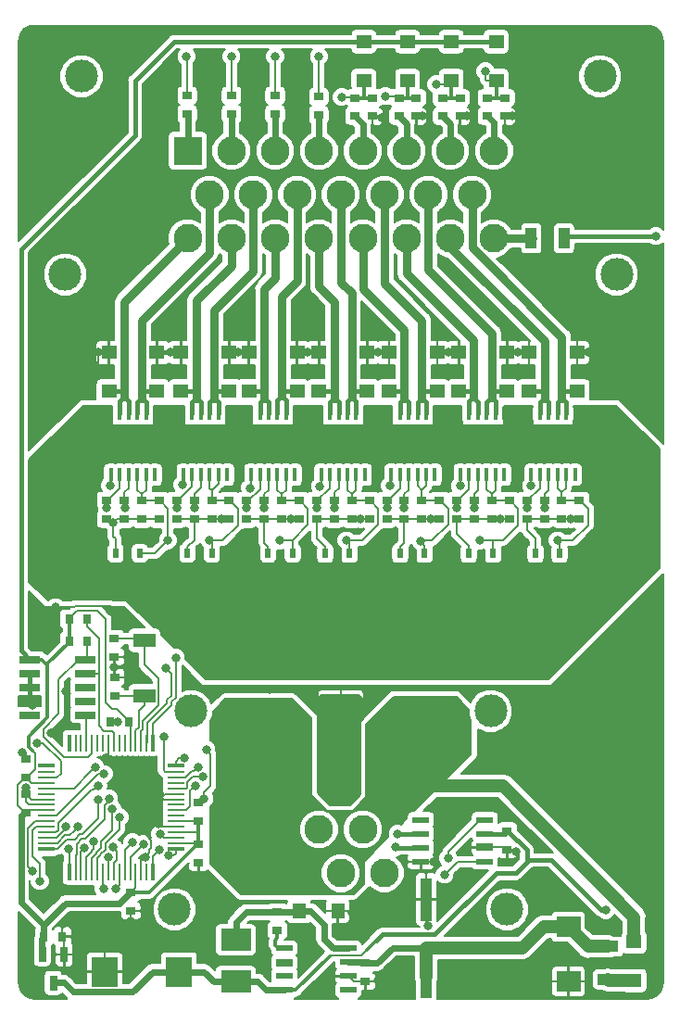
<source format=gtl>
G04 #@! TF.GenerationSoftware,KiCad,Pcbnew,(5.0.0-rc2-dev-130-g0bdae22af-dirty)*
G04 #@! TF.CreationDate,2018-10-04T20:35:14+03:00*
G04 #@! TF.ProjectId,icu,6963752E6B696361645F706362000000,rev?*
G04 #@! TF.SameCoordinates,Original*
G04 #@! TF.FileFunction,Copper,L1,Top,Signal*
G04 #@! TF.FilePolarity,Positive*
%FSLAX46Y46*%
G04 Gerber Fmt 4.6, Leading zero omitted, Abs format (unit mm)*
G04 Created by KiCad (PCBNEW (5.0.0-rc2-dev-130-g0bdae22af-dirty)) date Thu Oct  4 20:35:14 2018*
%MOMM*%
%LPD*%
G01*
G04 APERTURE LIST*
%ADD10R,1.399540X1.297940*%
%ADD11R,0.939800X0.762000*%
%ADD12R,0.762000X0.939800*%
%ADD13R,1.899920X0.998220*%
%ADD14R,2.400000X2.700000*%
%ADD15R,2.800000X2.000000*%
%ADD16R,1.400000X1.900000*%
%ADD17R,6.100000X5.970000*%
%ADD18R,1.524000X0.600000*%
%ADD19R,1.524000X0.635000*%
%ADD20R,0.998220X3.997960*%
%ADD21R,2.179320X1.900000*%
%ADD22R,3.300000X2.400000*%
%ADD23R,1.297940X1.399540*%
%ADD24R,1.905000X0.635000*%
%ADD25R,0.400000X1.200000*%
%ADD26R,3.600000X1.900000*%
%ADD27R,0.398780X1.498600*%
%ADD28R,0.279400X1.498600*%
%ADD29R,1.498600X0.398780*%
%ADD30R,1.498600X0.279400*%
%ADD31R,2.000000X1.300000*%
%ADD32R,2.623820X2.623820*%
%ADD33C,2.623820*%
%ADD34C,2.999740*%
%ADD35R,0.998220X1.899920*%
%ADD36R,0.700000X1.350000*%
%ADD37R,0.630000X0.830000*%
%ADD38C,0.800000*%
%ADD39C,0.200000*%
%ADD40C,0.400000*%
%ADD41C,0.300000*%
%ADD42C,0.600000*%
%ADD43C,1.200000*%
%ADD44C,0.800000*%
%ADD45C,0.254000*%
G04 APERTURE END LIST*
D10*
X194800000Y-133284700D03*
X194800000Y-136815300D03*
D11*
X151400000Y-94638200D03*
X151400000Y-92961800D03*
D12*
X140861800Y-132800000D03*
X142538200Y-132800000D03*
D13*
X192400000Y-136698600D03*
X192400000Y-133701400D03*
D11*
X170250000Y-135211800D03*
X170250000Y-136888200D03*
D14*
X153200000Y-136000000D03*
X146400000Y-136000000D03*
D15*
X158400000Y-133100000D03*
X158400000Y-136900000D03*
D16*
X158310000Y-112285000D03*
X162890000Y-112285000D03*
D17*
X160600000Y-106200000D03*
D18*
X168680610Y-133876856D03*
X168680610Y-135146856D03*
X168680610Y-136416856D03*
X168680610Y-137686856D03*
X162838610Y-137686856D03*
X162838610Y-136416856D03*
D19*
X162838610Y-135181856D03*
D18*
X162838610Y-133876856D03*
D20*
X175800000Y-129401620D03*
X175800000Y-136498380D03*
D11*
X148200000Y-92961800D03*
X148200000Y-94638200D03*
X146600000Y-94638200D03*
X146600000Y-92961800D03*
X157800000Y-92961800D03*
X157800000Y-94638200D03*
X164200000Y-94638200D03*
X164200000Y-92961800D03*
X170600000Y-92961800D03*
X170600000Y-94638200D03*
X177000000Y-94638200D03*
X177000000Y-92961800D03*
X183400000Y-94638200D03*
X183400000Y-92961800D03*
X189800000Y-94638200D03*
X189800000Y-92961800D03*
X183200000Y-124838200D03*
X183200000Y-123161800D03*
X148800000Y-128761800D03*
X148800000Y-130438200D03*
X139200000Y-121438200D03*
X139200000Y-119761800D03*
D12*
X146961800Y-113200000D03*
X148638200Y-113200000D03*
D11*
X139200000Y-118238200D03*
X139200000Y-116561800D03*
X155000000Y-120561800D03*
X155000000Y-122238200D03*
X155000000Y-124361800D03*
X155000000Y-126038200D03*
X147300000Y-107238200D03*
X147300000Y-105561800D03*
D16*
X173310000Y-112285000D03*
X177890000Y-112285000D03*
D17*
X175600000Y-106200000D03*
D21*
X188800000Y-136900000D03*
X188800000Y-131900000D03*
D22*
X168000000Y-111900000D03*
X168000000Y-105300000D03*
D23*
X167715300Y-130450000D03*
X164184700Y-130450000D03*
D10*
X151200000Y-82965300D03*
X151200000Y-79434700D03*
X146800000Y-79434700D03*
X146800000Y-82965300D03*
X157800000Y-82965300D03*
X157800000Y-79434700D03*
X153400000Y-79434700D03*
X153400000Y-82965300D03*
X164000000Y-79434700D03*
X164000000Y-82965300D03*
X159600000Y-82965300D03*
X159600000Y-79434700D03*
X170400000Y-82965300D03*
X170400000Y-79434700D03*
X166000000Y-79434700D03*
X166000000Y-82965300D03*
X176800000Y-79434700D03*
X176800000Y-82965300D03*
X172400000Y-82965300D03*
X172400000Y-79434700D03*
X183200000Y-82965300D03*
X183200000Y-79434700D03*
X178800000Y-79434700D03*
X178800000Y-82965300D03*
X189600000Y-79434700D03*
X189600000Y-82965300D03*
X185200000Y-82965300D03*
X185200000Y-79434700D03*
D24*
X139571753Y-107463830D03*
X144651753Y-107463830D03*
X139571753Y-108733830D03*
X144651753Y-108733830D03*
X139571753Y-110003830D03*
X144651753Y-110003830D03*
X144651753Y-111273830D03*
X139571753Y-112543830D03*
X144651753Y-112543830D03*
D11*
X154600000Y-94638200D03*
X154600000Y-92961800D03*
X153000000Y-92961800D03*
X153000000Y-94638200D03*
X161000000Y-94638200D03*
X161000000Y-92961800D03*
X159400000Y-92961800D03*
X159400000Y-94638200D03*
X167400000Y-94638200D03*
X167400000Y-92961800D03*
X165800000Y-92961800D03*
X165800000Y-94638200D03*
X173800000Y-94638200D03*
X173800000Y-92961800D03*
X172200000Y-92961800D03*
X172200000Y-94638200D03*
X180200000Y-92961800D03*
X180200000Y-94638200D03*
X178600000Y-94638200D03*
X178600000Y-92961800D03*
X186600000Y-94638200D03*
X186600000Y-92961800D03*
X185000000Y-94638200D03*
X185000000Y-92961800D03*
D12*
X144838200Y-105800000D03*
X143161800Y-105800000D03*
X144838200Y-103800000D03*
X143161800Y-103800000D03*
D25*
X147000000Y-90600000D03*
X147800000Y-90600000D03*
X148600000Y-90600000D03*
X149400000Y-90600000D03*
X150200000Y-90600000D03*
X151000000Y-90600000D03*
X151000000Y-85000000D03*
X150200000Y-85000000D03*
X149400000Y-85000000D03*
X148600000Y-85000000D03*
X147800000Y-85000000D03*
X147000000Y-85000000D03*
D26*
X149000000Y-87800000D03*
X155609657Y-87800000D03*
D25*
X153609657Y-85000000D03*
X154409657Y-85000000D03*
X155209657Y-85000000D03*
X156009657Y-85000000D03*
X156809657Y-85000000D03*
X157609657Y-85000000D03*
X157609657Y-90600000D03*
X156809657Y-90600000D03*
X156009657Y-90600000D03*
X155209657Y-90600000D03*
X154409657Y-90600000D03*
X153609657Y-90600000D03*
X159800000Y-90600000D03*
X160600000Y-90600000D03*
X161400000Y-90600000D03*
X162200000Y-90600000D03*
X163000000Y-90600000D03*
X163800000Y-90600000D03*
X163800000Y-85000000D03*
X163000000Y-85000000D03*
X162200000Y-85000000D03*
X161400000Y-85000000D03*
X160600000Y-85000000D03*
X159800000Y-85000000D03*
D26*
X161800000Y-87800000D03*
D25*
X166200000Y-90600000D03*
X167000000Y-90600000D03*
X167800000Y-90600000D03*
X168600000Y-90600000D03*
X169400000Y-90600000D03*
X170200000Y-90600000D03*
X170200000Y-85000000D03*
X169400000Y-85000000D03*
X168600000Y-85000000D03*
X167800000Y-85000000D03*
X167000000Y-85000000D03*
X166200000Y-85000000D03*
D26*
X168200000Y-87800000D03*
D25*
X172600000Y-90600000D03*
X173400000Y-90600000D03*
X174200000Y-90600000D03*
X175000000Y-90600000D03*
X175800000Y-90600000D03*
X176600000Y-90600000D03*
X176600000Y-85000000D03*
X175800000Y-85000000D03*
X175000000Y-85000000D03*
X174200000Y-85000000D03*
X173400000Y-85000000D03*
X172600000Y-85000000D03*
D26*
X174600000Y-87800000D03*
X180929657Y-87800000D03*
D25*
X178929657Y-85000000D03*
X179729657Y-85000000D03*
X180529657Y-85000000D03*
X181329657Y-85000000D03*
X182129657Y-85000000D03*
X182929657Y-85000000D03*
X182929657Y-90600000D03*
X182129657Y-90600000D03*
X181329657Y-90600000D03*
X180529657Y-90600000D03*
X179729657Y-90600000D03*
X178929657Y-90600000D03*
D26*
X187400000Y-87800000D03*
D25*
X185400000Y-85000000D03*
X186200000Y-85000000D03*
X187000000Y-85000000D03*
X187800000Y-85000000D03*
X188600000Y-85000000D03*
X189400000Y-85000000D03*
X189400000Y-90600000D03*
X188600000Y-90600000D03*
X187800000Y-90600000D03*
X187000000Y-90600000D03*
X186200000Y-90600000D03*
X185400000Y-90600000D03*
D18*
X175320433Y-125949570D03*
X175320433Y-124679570D03*
X175320433Y-123409570D03*
X175320433Y-122139570D03*
X181162433Y-122139570D03*
X181162433Y-123409570D03*
D19*
X181162433Y-124644570D03*
D18*
X181162433Y-125949570D03*
D27*
X143190000Y-126897880D03*
D28*
X143751340Y-126897880D03*
X144251720Y-126897880D03*
X144752100Y-126897880D03*
X145252480Y-126897880D03*
X145750320Y-126897880D03*
X146250700Y-126897880D03*
X146751080Y-126897880D03*
X147248920Y-126897880D03*
X147749300Y-126897880D03*
X148249680Y-126897880D03*
X148747520Y-126897880D03*
X149247900Y-126897880D03*
X149748280Y-126897880D03*
X150248660Y-126897880D03*
D27*
X150810000Y-126897880D03*
D29*
X152897880Y-124810000D03*
D30*
X152897880Y-124248660D03*
X152897880Y-123748280D03*
X152897880Y-123247900D03*
X152897880Y-122747520D03*
X152897880Y-122249680D03*
X152897880Y-121749300D03*
X152897880Y-121248920D03*
X152897880Y-120751080D03*
X152897880Y-120250700D03*
X152897880Y-119750320D03*
X152897880Y-119252480D03*
X152897880Y-118752100D03*
X152897880Y-118251720D03*
X152897880Y-117751340D03*
D29*
X152897880Y-117190000D03*
D27*
X150810000Y-115102120D03*
D28*
X150248660Y-115102120D03*
X149748280Y-115102120D03*
X149247900Y-115102120D03*
X148747520Y-115102120D03*
X148249680Y-115102120D03*
X147749300Y-115102120D03*
X147248920Y-115102120D03*
X146751080Y-115102120D03*
X146250700Y-115102120D03*
X145750320Y-115102120D03*
X145252480Y-115102120D03*
X144752100Y-115102120D03*
X144251720Y-115102120D03*
X143751340Y-115102120D03*
D27*
X143190000Y-115102120D03*
D29*
X141102120Y-117190000D03*
D30*
X141102120Y-117751340D03*
X141102120Y-118251720D03*
X141102120Y-118752100D03*
X141102120Y-119252480D03*
X141102120Y-119750320D03*
X141102120Y-120250700D03*
X141102120Y-120751080D03*
X141102120Y-121248920D03*
X141102120Y-121749300D03*
X141102120Y-122249680D03*
X141102120Y-122747520D03*
X141102120Y-123247900D03*
X141102120Y-123748280D03*
X141102120Y-124248660D03*
D29*
X141102120Y-124810000D03*
D31*
X150033170Y-105724862D03*
X150033170Y-110804862D03*
D32*
X154000260Y-60999580D03*
D33*
X157998220Y-60999580D03*
X161998720Y-60999580D03*
X165999220Y-60999580D03*
X169997180Y-60999580D03*
X173997680Y-60999580D03*
X177998180Y-60999580D03*
X181996140Y-60999580D03*
X155999240Y-64997540D03*
X159999740Y-64997540D03*
X164000240Y-64997540D03*
X167998200Y-64997540D03*
X171996160Y-64997540D03*
X175996660Y-64997540D03*
X179997160Y-64997540D03*
X154000260Y-68995500D03*
X157998220Y-68995500D03*
X161998720Y-68995500D03*
X165999220Y-68995500D03*
X169997180Y-68995500D03*
X173997680Y-68995500D03*
X177998180Y-68995500D03*
X181996140Y-68995500D03*
D34*
X144300000Y-54200000D03*
X191696400Y-54200000D03*
X142798860Y-72297500D03*
X193197540Y-72297500D03*
D32*
X164000260Y-118999580D03*
D33*
X167998220Y-118999580D03*
X171996180Y-118999580D03*
X165999240Y-122997540D03*
X169997200Y-122997540D03*
X164000260Y-126995500D03*
X167998220Y-126995500D03*
X171996180Y-126995500D03*
D34*
X154300000Y-112200000D03*
X181696440Y-112200000D03*
X183197580Y-130297500D03*
X152798860Y-130297500D03*
D10*
X170100000Y-54565300D03*
X170100000Y-51034700D03*
X174100000Y-51034700D03*
X174100000Y-54565300D03*
X178100000Y-54565300D03*
X178100000Y-51034700D03*
D35*
X188398600Y-69000000D03*
X185401400Y-69000000D03*
D11*
X153962873Y-55960460D03*
X153962873Y-57636860D03*
X158000000Y-57636860D03*
X158000000Y-55960460D03*
X162000000Y-55960460D03*
X162000000Y-57636860D03*
X169300000Y-56161800D03*
X169300000Y-57838200D03*
X170900000Y-56161800D03*
X170900000Y-57838200D03*
X173300000Y-56161800D03*
X173300000Y-57838200D03*
X174900000Y-57838200D03*
X174900000Y-56161800D03*
X177300000Y-56161800D03*
X177300000Y-57838200D03*
X178900000Y-56161800D03*
X178900000Y-57838200D03*
D10*
X182200000Y-54565300D03*
X182200000Y-51034700D03*
D11*
X181400000Y-56161800D03*
X181400000Y-57838200D03*
X183000000Y-57838200D03*
X183000000Y-56161800D03*
X166000000Y-57738200D03*
X166000000Y-56061800D03*
X162200000Y-130536800D03*
X162200000Y-132213200D03*
X147325000Y-109111800D03*
X147325000Y-110788200D03*
D36*
X141725000Y-137025000D03*
X140725000Y-134425000D03*
X142725000Y-134425000D03*
D37*
X156215000Y-97775000D03*
X153985000Y-97775000D03*
X161360000Y-97775000D03*
X163590000Y-97775000D03*
X168800000Y-97800000D03*
X166570000Y-97800000D03*
X175665000Y-97800000D03*
X173435000Y-97800000D03*
X181915000Y-97800000D03*
X179685000Y-97800000D03*
X185770000Y-97800000D03*
X188000000Y-97800000D03*
X147395000Y-97775000D03*
X149625000Y-97775000D03*
D11*
X156200000Y-92961800D03*
X156200000Y-94638200D03*
X162600000Y-92961800D03*
X162600000Y-94638200D03*
X169000000Y-94638200D03*
X169000000Y-92961800D03*
X175400000Y-94638200D03*
X175400000Y-92961800D03*
X181800000Y-92973600D03*
X181800000Y-94650000D03*
X188200000Y-94638200D03*
X188200000Y-92961800D03*
X149800000Y-92961800D03*
X149800000Y-94638200D03*
D38*
X151350338Y-122454191D03*
X147500000Y-103100000D03*
X141500000Y-114200000D03*
X142900000Y-110400000D03*
X141900000Y-102700000D03*
X141100000Y-85800000D03*
X141600000Y-75800000D03*
X146200000Y-75700000D03*
X150600000Y-69800000D03*
X142500000Y-68500000D03*
X146500000Y-64300000D03*
X146800000Y-60100000D03*
X143900000Y-61700000D03*
X141000000Y-64500000D03*
X139100000Y-59800000D03*
X139900000Y-50500000D03*
X148300000Y-51300000D03*
X164100000Y-54900000D03*
X151300000Y-55000000D03*
X151000000Y-57600000D03*
X156000000Y-58000000D03*
X163900000Y-58300000D03*
X182800000Y-65800000D03*
X185000000Y-50400000D03*
X196700000Y-50600000D03*
X196500000Y-66700000D03*
X196100000Y-70700000D03*
X195800000Y-85300000D03*
X156500000Y-110400000D03*
X161500000Y-110200000D03*
X165700000Y-111300000D03*
X171400000Y-110400000D03*
X195900000Y-103000000D03*
X195800000Y-115000000D03*
X185000000Y-111300000D03*
X180300000Y-117400000D03*
X186400000Y-120400000D03*
X195400000Y-128900000D03*
X197000000Y-130700000D03*
X196600000Y-137600000D03*
X177900000Y-138000000D03*
X185900000Y-130500000D03*
X186400000Y-124700000D03*
X176800000Y-120900000D03*
X173700000Y-128900000D03*
X173800000Y-135200000D03*
X164900000Y-134700000D03*
X155900000Y-134300000D03*
X143900000Y-136100000D03*
X144500000Y-128500000D03*
X155700000Y-115700000D03*
X148700000Y-120100000D03*
X146500000Y-116500000D03*
X155518606Y-120175919D03*
X150102752Y-125549604D03*
X147218388Y-94954985D03*
X147300000Y-108200000D03*
X139199865Y-119226615D03*
X139799012Y-111627318D03*
X138900843Y-115967799D03*
X183700000Y-57800000D03*
X176481161Y-125928875D03*
X171700000Y-58000000D03*
X175500000Y-57800000D03*
X179500000Y-57800000D03*
X190600000Y-79400000D03*
X145800000Y-79400000D03*
X152400000Y-79400000D03*
X158600000Y-79400000D03*
X165000000Y-79400000D03*
X171400000Y-79400000D03*
X177800000Y-79400000D03*
X184200000Y-79400000D03*
X183997852Y-125002138D03*
X175985404Y-131799990D03*
X148800000Y-131400000D03*
X147600000Y-113200000D03*
X155000000Y-127200000D03*
X142600000Y-131600000D03*
X146200000Y-133800000D03*
X169000000Y-130600000D03*
X188800000Y-135200000D03*
X171400000Y-136800000D03*
X182600000Y-94638200D03*
X176200000Y-94638200D03*
X169800000Y-94638200D03*
X163400000Y-94638200D03*
X157100000Y-94638200D03*
X189000000Y-94638200D03*
X146900000Y-91600000D03*
X153500000Y-91500000D03*
X159700000Y-91800000D03*
X166100000Y-91700000D03*
X172500000Y-91600000D03*
X178900000Y-91600000D03*
X185400000Y-91600000D03*
X196800000Y-68800000D03*
X192200000Y-130400000D03*
X139800000Y-126800000D03*
X177800000Y-125600000D03*
X140500010Y-127721372D03*
X177471125Y-127118839D03*
X152000000Y-108300000D03*
X152200000Y-96600000D03*
X156000000Y-96600000D03*
X152900000Y-107300000D03*
X151800000Y-114500000D03*
X162400000Y-96600000D03*
X153700000Y-116500000D03*
X168500000Y-96600000D03*
X155400990Y-118184236D03*
X175300000Y-96700000D03*
X148956111Y-124172742D03*
X180700000Y-96600000D03*
X149958586Y-124358501D03*
X187800000Y-96600000D03*
X146335989Y-117933926D03*
X148300000Y-93658198D03*
X145567173Y-117296002D03*
X146600000Y-93658198D03*
X145782853Y-120293286D03*
X154600000Y-93658198D03*
X153000000Y-93658198D03*
X145825379Y-118986071D03*
X147124335Y-121114315D03*
X161000000Y-93658198D03*
X146817166Y-120163698D03*
X159376626Y-93634824D03*
X167400000Y-93658198D03*
X146300000Y-128400000D03*
X147773511Y-121873653D03*
X165800000Y-93658198D03*
X154954479Y-117290562D03*
X173800000Y-93658198D03*
X172200000Y-93658198D03*
X147400000Y-128400000D03*
X151500000Y-123441929D03*
X180200000Y-93658198D03*
X154702905Y-118977119D03*
X178600000Y-93658198D03*
X152296610Y-125400990D03*
X186600000Y-93658198D03*
X151437606Y-124839940D03*
X185000000Y-93658198D03*
X173000000Y-124600000D03*
X173200000Y-123400000D03*
X147159089Y-124622337D03*
X168100000Y-56100000D03*
X146776407Y-125545148D03*
X172100000Y-56000000D03*
X145362419Y-124099332D03*
X176700000Y-54900000D03*
X143141601Y-124763306D03*
X153900000Y-52403957D03*
X143996952Y-122774195D03*
X158000000Y-52400000D03*
X142866608Y-122744842D03*
X162000002Y-52400000D03*
X144539613Y-124665914D03*
X181202366Y-53749530D03*
X166000000Y-52400001D03*
X140200000Y-115100000D03*
D39*
X147395000Y-96420000D02*
X147218388Y-96243388D01*
X147218388Y-96243388D02*
X147218388Y-94954985D01*
X147395000Y-97775000D02*
X147395000Y-96420000D01*
X153985000Y-97160000D02*
X154600000Y-96545000D01*
X153985000Y-97775000D02*
X153985000Y-97160000D01*
X154600000Y-96545000D02*
X154600000Y-94638200D01*
X166570000Y-97185000D02*
X165800000Y-96415000D01*
X166570000Y-97800000D02*
X166570000Y-97185000D01*
X165800000Y-96415000D02*
X165800000Y-94638200D01*
X173435000Y-97185000D02*
X173800000Y-96820000D01*
X173435000Y-97800000D02*
X173435000Y-97185000D01*
X173800000Y-96820000D02*
X173800000Y-94638200D01*
X185770000Y-96445000D02*
X185000000Y-95675000D01*
X185000000Y-95675000D02*
X185000000Y-94638200D01*
X185770000Y-97800000D02*
X185770000Y-96445000D01*
X161360000Y-97160000D02*
X161000000Y-96800000D01*
X161360000Y-97775000D02*
X161360000Y-97160000D01*
X161000000Y-96800000D02*
X161000000Y-94638200D01*
X179685000Y-97085000D02*
X178600000Y-96000000D01*
X178600000Y-96000000D02*
X178600000Y-94638200D01*
X179685000Y-97800000D02*
X179685000Y-97085000D01*
X150102752Y-125549604D02*
X150502751Y-125149605D01*
X150502751Y-125149605D02*
X150502751Y-124848858D01*
X150200000Y-123494498D02*
X150200000Y-123200000D01*
X150502751Y-124848858D02*
X150657587Y-124694022D01*
X150657587Y-124694022D02*
X150657587Y-124022980D01*
X150502751Y-123868144D02*
X150502751Y-123797249D01*
X150657587Y-124022980D02*
X150502751Y-123868144D01*
X150945809Y-122454191D02*
X151350338Y-122454191D01*
X150502751Y-123797249D02*
X150200000Y-123494498D01*
X150200000Y-123200000D02*
X150945809Y-122454191D01*
X151350338Y-121888506D02*
X151350338Y-122454191D01*
X152897880Y-122747520D02*
X151643667Y-122747520D01*
X149600000Y-118997500D02*
X151350338Y-120747838D01*
X151350338Y-120747838D02*
X151350338Y-121888506D01*
X151350338Y-120351062D02*
X151350338Y-121888506D01*
X151643667Y-122747520D02*
X151350338Y-122454191D01*
X151351013Y-120350387D02*
X151350338Y-120351062D01*
X146932088Y-102632088D02*
X147400000Y-103100000D01*
X147400000Y-103100000D02*
X147500000Y-103100000D01*
X143700000Y-102600000D02*
X143732088Y-102632088D01*
X143732088Y-102632088D02*
X146932088Y-102632088D01*
X143600000Y-102700000D02*
X143700000Y-102600000D01*
X143500000Y-102700000D02*
X143600000Y-102700000D01*
X141900000Y-102700000D02*
X143500000Y-102700000D01*
X142400000Y-114000000D02*
X141700000Y-114000000D01*
X141700000Y-114000000D02*
X141500000Y-114200000D01*
X142900000Y-113500000D02*
X142400000Y-114000000D01*
X142900000Y-110965685D02*
X142900000Y-113500000D01*
X142900000Y-110400000D02*
X142900000Y-110965685D01*
X141100000Y-85800000D02*
X145800000Y-81100000D01*
X145800000Y-81100000D02*
X145800000Y-79400000D01*
X146200000Y-75700000D02*
X141700000Y-75700000D01*
X141700000Y-75700000D02*
X141600000Y-75800000D01*
X142500000Y-68500000D02*
X149300000Y-68500000D01*
X149300000Y-68500000D02*
X150600000Y-69800000D01*
X146500000Y-64300000D02*
X142500000Y-68300000D01*
X142500000Y-68300000D02*
X142500000Y-68500000D01*
X143900000Y-61700000D02*
X145200000Y-61700000D01*
X145200000Y-61700000D02*
X146800000Y-60100000D01*
X139100000Y-59800000D02*
X139100000Y-62600000D01*
X139100000Y-62600000D02*
X141000000Y-64500000D01*
X183734315Y-49700000D02*
X149900000Y-49700000D01*
X149900000Y-49700000D02*
X148300000Y-51300000D01*
X185000000Y-50400000D02*
X184434315Y-50400000D01*
X184434315Y-50400000D02*
X183734315Y-49700000D01*
X151000000Y-57600000D02*
X151000000Y-55300000D01*
X151000000Y-55300000D02*
X151300000Y-55000000D01*
X161500000Y-110200000D02*
X156700000Y-110200000D01*
X156700000Y-110200000D02*
X156500000Y-110400000D01*
X164000000Y-110200000D02*
X161500000Y-110200000D01*
X164700001Y-110900001D02*
X164000000Y-110200000D01*
X165700000Y-111300000D02*
X165300001Y-110900001D01*
X165300001Y-110900001D02*
X164700001Y-110900001D01*
X171400000Y-110400000D02*
X170500000Y-111300000D01*
X170500000Y-111300000D02*
X165700000Y-111300000D01*
X197000000Y-130700000D02*
X195400000Y-129100000D01*
X195400000Y-129100000D02*
X195400000Y-128900000D01*
X156100000Y-119028840D02*
X156100000Y-116100000D01*
X156100000Y-116100000D02*
X155700000Y-115700000D01*
X155518606Y-120175919D02*
X155518606Y-119610234D01*
X155518606Y-119610234D02*
X156100000Y-119028840D01*
X149600000Y-118997500D02*
X146702500Y-116100000D01*
X149600000Y-119200000D02*
X148700000Y-120100000D01*
X149600000Y-118997500D02*
X149600000Y-119200000D01*
X146500000Y-116302500D02*
X146500000Y-116500000D01*
X146702500Y-116100000D02*
X146500000Y-116302500D01*
X146751080Y-116051420D02*
X146702500Y-116100000D01*
X152897880Y-119750320D02*
X151948580Y-119750320D01*
X151948580Y-119750320D02*
X151351013Y-120347887D01*
X151351013Y-120347887D02*
X151351013Y-120350387D01*
X151351013Y-120350387D02*
X151450700Y-120250700D01*
X155118607Y-120575918D02*
X155518606Y-120175919D01*
X155014118Y-120575918D02*
X155118607Y-120575918D01*
X155000000Y-120561800D02*
X155014118Y-120575918D01*
X149748280Y-125904076D02*
X150102752Y-125549604D01*
X149748280Y-126897880D02*
X149748280Y-125904076D01*
X152897880Y-120250700D02*
X151450700Y-120250700D01*
X147218388Y-94949912D02*
X147218388Y-94954985D01*
X146818389Y-94554986D02*
X147218388Y-94954985D01*
X146683214Y-94554986D02*
X146818389Y-94554986D01*
X147530100Y-94638200D02*
X147218388Y-94949912D01*
X146600000Y-94638200D02*
X146683214Y-94554986D01*
X148200000Y-94638200D02*
X147530100Y-94638200D01*
X146751080Y-115102120D02*
X146751080Y-116051420D01*
X147300000Y-109161800D02*
X147300000Y-108200000D01*
X141102120Y-120250700D02*
X139688900Y-120250700D01*
X139688900Y-120250700D02*
X139200000Y-119761800D01*
X139451080Y-120751080D02*
X139200000Y-120500000D01*
X139200000Y-120500000D02*
X139200000Y-119761800D01*
X141102120Y-120751080D02*
X139451080Y-120751080D01*
X139200000Y-119226750D02*
X139199865Y-119226615D01*
X139200000Y-119761800D02*
X139200000Y-119226750D01*
D40*
X139571753Y-110003830D02*
X139571753Y-111400059D01*
X139571753Y-111400059D02*
X139799012Y-111627318D01*
D39*
X139200000Y-116561800D02*
X139200000Y-115980800D01*
X139200000Y-115980800D02*
X139186999Y-115967799D01*
X139186999Y-115967799D02*
X138900843Y-115967799D01*
X183000000Y-57838200D02*
X183661800Y-57838200D01*
X183661800Y-57838200D02*
X183700000Y-57800000D01*
X175320433Y-125949570D02*
X176460466Y-125949570D01*
X176460466Y-125949570D02*
X176481161Y-125928875D01*
D40*
X139571753Y-108733830D02*
X139571753Y-110003830D01*
D39*
X170900000Y-57838200D02*
X171538200Y-57838200D01*
X171538200Y-57838200D02*
X171700000Y-58000000D01*
X174900000Y-57838200D02*
X175461800Y-57838200D01*
X175461800Y-57838200D02*
X175500000Y-57800000D01*
X178900000Y-57838200D02*
X179461800Y-57838200D01*
X179461800Y-57838200D02*
X179500000Y-57800000D01*
D40*
X190034315Y-79400000D02*
X190600000Y-79400000D01*
X189634700Y-79400000D02*
X190034315Y-79400000D01*
X189600000Y-79434700D02*
X189634700Y-79400000D01*
X146800000Y-79434700D02*
X145834700Y-79434700D01*
X145834700Y-79434700D02*
X145800000Y-79400000D01*
X152400000Y-79400000D02*
X151234700Y-79400000D01*
X151234700Y-79400000D02*
X151200000Y-79434700D01*
X153400000Y-79434700D02*
X152434700Y-79434700D01*
X152434700Y-79434700D02*
X152400000Y-79400000D01*
X158600000Y-79400000D02*
X157834700Y-79400000D01*
X157834700Y-79400000D02*
X157800000Y-79434700D01*
X159600000Y-79434700D02*
X158634700Y-79434700D01*
X158634700Y-79434700D02*
X158600000Y-79400000D01*
X165000000Y-79400000D02*
X164034700Y-79400000D01*
X164034700Y-79400000D02*
X164000000Y-79434700D01*
X166000000Y-79434700D02*
X165034700Y-79434700D01*
X165034700Y-79434700D02*
X165000000Y-79400000D01*
X171400000Y-79400000D02*
X170434700Y-79400000D01*
X170434700Y-79400000D02*
X170400000Y-79434700D01*
X172400000Y-79434700D02*
X171434700Y-79434700D01*
X171434700Y-79434700D02*
X171400000Y-79400000D01*
X177800000Y-79400000D02*
X176834700Y-79400000D01*
X176834700Y-79400000D02*
X176800000Y-79434700D01*
X178800000Y-79434700D02*
X177834700Y-79434700D01*
X177834700Y-79434700D02*
X177800000Y-79400000D01*
X184200000Y-79400000D02*
X183234700Y-79400000D01*
X183234700Y-79400000D02*
X183200000Y-79434700D01*
X185200000Y-79434700D02*
X184234700Y-79434700D01*
X184234700Y-79434700D02*
X184200000Y-79400000D01*
D39*
X183997852Y-124966152D02*
X183997852Y-125002138D01*
X183200000Y-124838200D02*
X183869900Y-124838200D01*
X183869900Y-124838200D02*
X183997852Y-124966152D01*
X175800000Y-131614586D02*
X175985404Y-131799990D01*
X175800000Y-129401620D02*
X175800000Y-131614586D01*
X148800000Y-130438200D02*
X148800000Y-131400000D01*
X146961800Y-113200000D02*
X147600000Y-113200000D01*
X147300000Y-108200000D02*
X147300000Y-107238200D01*
X155000000Y-126038200D02*
X155000000Y-127200000D01*
X142538200Y-132800000D02*
X142538200Y-131661800D01*
X142538200Y-131661800D02*
X142600000Y-131600000D01*
X142700000Y-134400000D02*
X142700000Y-132961800D01*
X142700000Y-132961800D02*
X142538200Y-132800000D01*
X146400000Y-136000000D02*
X146400000Y-134000000D01*
X146400000Y-134000000D02*
X146200000Y-133800000D01*
X167715300Y-130450000D02*
X168850000Y-130450000D01*
X168850000Y-130450000D02*
X169000000Y-130600000D01*
X181162433Y-124644570D02*
X183006370Y-124644570D01*
X183006370Y-124644570D02*
X183200000Y-124838200D01*
X188800000Y-136900000D02*
X188800000Y-135200000D01*
X170250000Y-136888200D02*
X171311800Y-136888200D01*
X171311800Y-136888200D02*
X171400000Y-136800000D01*
X170250000Y-136888200D02*
X169151954Y-136888200D01*
X169151954Y-136888200D02*
X168680610Y-136416856D01*
X181800000Y-94638200D02*
X182600000Y-94638200D01*
X183400000Y-94638200D02*
X182600000Y-94638200D01*
X175400000Y-94638200D02*
X176200000Y-94638200D01*
X177000000Y-94638200D02*
X176200000Y-94638200D01*
X169000000Y-94638200D02*
X169800000Y-94638200D01*
X170600000Y-94638200D02*
X169800000Y-94638200D01*
X162600000Y-94638200D02*
X163400000Y-94638200D01*
X164200000Y-94638200D02*
X163400000Y-94638200D01*
X156200000Y-94638200D02*
X157100000Y-94638200D01*
X157800000Y-94638200D02*
X157100000Y-94638200D01*
X149800000Y-94638200D02*
X151400000Y-94638200D01*
X189800000Y-94638200D02*
X189000000Y-94638200D01*
X188200000Y-94638200D02*
X189000000Y-94638200D01*
X147000000Y-90600000D02*
X147000000Y-91500000D01*
X147000000Y-91500000D02*
X146900000Y-91600000D01*
X153609657Y-90600000D02*
X153609657Y-91390343D01*
X153609657Y-91390343D02*
X153500000Y-91500000D01*
X159800000Y-90600000D02*
X159800000Y-91700000D01*
X159800000Y-91700000D02*
X159700000Y-91800000D01*
X166200000Y-90600000D02*
X166200000Y-91600000D01*
X166200000Y-91600000D02*
X166100000Y-91700000D01*
X172600000Y-90600000D02*
X172600000Y-91500000D01*
X172600000Y-91500000D02*
X172500000Y-91600000D01*
X178929657Y-91570343D02*
X178900000Y-91600000D01*
X178929657Y-90600000D02*
X178929657Y-91570343D01*
X185400000Y-90600000D02*
X185400000Y-91600000D01*
X186600000Y-94638200D02*
X188200000Y-94638200D01*
X185000000Y-94638200D02*
X186600000Y-94638200D01*
X180200000Y-94638200D02*
X181800000Y-94638200D01*
X178600000Y-94638200D02*
X180200000Y-94638200D01*
X173800000Y-94638200D02*
X175400000Y-94638200D01*
X172200000Y-94638200D02*
X173800000Y-94638200D01*
X167400000Y-94638200D02*
X169000000Y-94638200D01*
X165800000Y-94638200D02*
X167400000Y-94638200D01*
X161000000Y-94638200D02*
X162600000Y-94638200D01*
X159400000Y-94638200D02*
X161000000Y-94638200D01*
X154600000Y-94638200D02*
X156200000Y-94638200D01*
X153000000Y-94638200D02*
X154600000Y-94638200D01*
X148200000Y-94638200D02*
X149800000Y-94638200D01*
D41*
X139450998Y-114500989D02*
X141200000Y-112751987D01*
X139450998Y-115459522D02*
X139450998Y-114500989D01*
X139791476Y-115800000D02*
X139450998Y-115459522D01*
X141200000Y-112751987D02*
X141200000Y-108457077D01*
D40*
X139571753Y-107463830D02*
X138800000Y-106692077D01*
X138800000Y-106692077D02*
X138800000Y-70000000D01*
X138800000Y-70000000D02*
X149200000Y-59600000D01*
X149200000Y-59600000D02*
X149200000Y-54600000D01*
X149200000Y-54600000D02*
X152765300Y-51034700D01*
X152765300Y-51034700D02*
X170100000Y-51034700D01*
D39*
X152897880Y-122249680D02*
X154988520Y-122249680D01*
X154988520Y-122249680D02*
X155000000Y-122238200D01*
D42*
X147730100Y-129742800D02*
X148711100Y-128761800D01*
X142849100Y-129742800D02*
X147730100Y-129742800D01*
X148711100Y-128761800D02*
X148800000Y-128761800D01*
X140861800Y-131730100D02*
X142849100Y-129742800D01*
D39*
X146500000Y-103800000D02*
X145731099Y-103031099D01*
X145731099Y-103031099D02*
X143841801Y-103031099D01*
X143841801Y-103031099D02*
X143161800Y-103711100D01*
X143161800Y-103711100D02*
X143161800Y-103800000D01*
X146500000Y-111427302D02*
X146500000Y-103800000D01*
X147527100Y-112000000D02*
X147072698Y-112000000D01*
X147072698Y-112000000D02*
X146500000Y-111427302D01*
X148638200Y-113200000D02*
X148638200Y-113111100D01*
X148638200Y-113111100D02*
X147527100Y-112000000D01*
X141102120Y-118752100D02*
X139713900Y-118752100D01*
X139713900Y-118752100D02*
X139200000Y-118238200D01*
X139200000Y-121438200D02*
X139111100Y-121438200D01*
X139111100Y-121438200D02*
X138431099Y-120758199D01*
X138431099Y-120758199D02*
X138431099Y-118918201D01*
X138431099Y-118918201D02*
X139111100Y-118238200D01*
X139111100Y-118238200D02*
X139200000Y-118238200D01*
X141102120Y-121248920D02*
X139389280Y-121248920D01*
X139389280Y-121248920D02*
X139200000Y-121438200D01*
X140052819Y-116752819D02*
X140052819Y-116061343D01*
X140052819Y-116061343D02*
X139791476Y-115800000D01*
D41*
X139800000Y-115800000D02*
X139791476Y-115800000D01*
D39*
X139288900Y-118238200D02*
X140052819Y-117474281D01*
X140052819Y-117474281D02*
X140052819Y-116752819D01*
D40*
X182200000Y-51034700D02*
X178100000Y-51034700D01*
D42*
X138800000Y-129668300D02*
X138800000Y-121749300D01*
X138800000Y-121749300D02*
X139111100Y-121438200D01*
X140861800Y-131730100D02*
X138800000Y-129668300D01*
D40*
X174100000Y-51034700D02*
X173000230Y-51034700D01*
X173000230Y-51034700D02*
X170100000Y-51034700D01*
X178100000Y-51034700D02*
X174100000Y-51034700D01*
D39*
X148638200Y-113200000D02*
X148747520Y-113309320D01*
X148747520Y-113309320D02*
X148747520Y-115102120D01*
D41*
X141200000Y-108457077D02*
X141200000Y-108000000D01*
X141200000Y-108000000D02*
X140663830Y-107463830D01*
X140663830Y-107463830D02*
X139571753Y-107463830D01*
X143161800Y-105800000D02*
X143161800Y-103800000D01*
X141200000Y-108457077D02*
X141200000Y-107850700D01*
X141200000Y-107850700D02*
X143161800Y-105888900D01*
X143161800Y-105888900D02*
X143161800Y-105800000D01*
D39*
X152897880Y-124248660D02*
X154886860Y-124248660D01*
X154886860Y-124248660D02*
X155000000Y-124361800D01*
D41*
X155000000Y-124361800D02*
X155000000Y-123200000D01*
X155000000Y-123200000D02*
X155000000Y-122238200D01*
D39*
X152897880Y-123247900D02*
X154952100Y-123247900D01*
X154952100Y-123247900D02*
X155000000Y-123200000D01*
D41*
X155000000Y-124361800D02*
X154911100Y-124361800D01*
X154911100Y-124361800D02*
X150511100Y-128761800D01*
X150511100Y-128761800D02*
X149569900Y-128761800D01*
X149569900Y-128761800D02*
X148800000Y-128761800D01*
D39*
X139288900Y-118238200D02*
X139200000Y-118238200D01*
X149247900Y-126897880D02*
X149247900Y-128313900D01*
X149247900Y-128313900D02*
X148800000Y-128761800D01*
D42*
X140861800Y-132800000D02*
X140861800Y-131730100D01*
X140700000Y-134400000D02*
X140700000Y-132961800D01*
X140700000Y-132961800D02*
X140861800Y-132800000D01*
D40*
X196800000Y-68800000D02*
X188598600Y-68800000D01*
X188598600Y-68800000D02*
X188398600Y-69000000D01*
X187200000Y-125800000D02*
X191800000Y-130400000D01*
X191800000Y-130400000D02*
X192200000Y-130400000D01*
X185000000Y-125800000D02*
X185000000Y-124872900D01*
X185000000Y-126000000D02*
X185000000Y-125800000D01*
X185000000Y-125800000D02*
X187200000Y-125800000D01*
X181162433Y-123409570D02*
X182952230Y-123409570D01*
X182952230Y-123409570D02*
X183200000Y-123161800D01*
X171200000Y-133200000D02*
X171800000Y-132600000D01*
X171800000Y-132600000D02*
X176600000Y-132600000D01*
X185000000Y-124872900D02*
X183288900Y-123161800D01*
X176600000Y-132600000D02*
X182200000Y-127000000D01*
X182200000Y-127000000D02*
X184000000Y-127000000D01*
X184000000Y-127000000D02*
X185000000Y-126000000D01*
X183288900Y-123161800D02*
X183200000Y-123161800D01*
D41*
X170400000Y-134000000D02*
X171200000Y-133200000D01*
D39*
X169869201Y-134530799D02*
X170400000Y-134000000D01*
X166987466Y-134600000D02*
X167056667Y-134530799D01*
X167056667Y-134530799D02*
X169869201Y-134530799D01*
D41*
X162838610Y-137686856D02*
X163900610Y-137686856D01*
X163900610Y-137686856D02*
X166987466Y-134600000D01*
D42*
X150800000Y-136000000D02*
X148949999Y-137850001D01*
X143500001Y-137850001D02*
X142650000Y-137000000D01*
X142650000Y-137000000D02*
X141700000Y-137000000D01*
X148949999Y-137850001D02*
X143500001Y-137850001D01*
X153200000Y-136000000D02*
X150800000Y-136000000D01*
X158400000Y-136900000D02*
X156400000Y-136900000D01*
X156400000Y-136900000D02*
X155500000Y-136000000D01*
X155500000Y-136000000D02*
X153200000Y-136000000D01*
X158400000Y-136900000D02*
X160400000Y-136900000D01*
X160400000Y-136900000D02*
X161186856Y-137686856D01*
X161186856Y-137686856D02*
X162838610Y-137686856D01*
D43*
X194800000Y-136815300D02*
X192516700Y-136815300D01*
X192516700Y-136815300D02*
X192400000Y-136698600D01*
D39*
X144752100Y-115102120D02*
X144752100Y-112644177D01*
X144752100Y-112644177D02*
X144651753Y-112543830D01*
X140152820Y-122249680D02*
X141102120Y-122249680D01*
X139400001Y-122955317D02*
X140105638Y-122249680D01*
X139800000Y-126800000D02*
X139400001Y-126400001D01*
X140105638Y-122249680D02*
X140152820Y-122249680D01*
X139400001Y-126400001D02*
X139400001Y-122955317D01*
X181162433Y-122139570D02*
X180700433Y-122139570D01*
X177800000Y-125170001D02*
X177800000Y-125600000D01*
X180700433Y-122139570D02*
X177800000Y-125040003D01*
X177800000Y-125040003D02*
X177800000Y-125170001D01*
X140500010Y-126134310D02*
X140500010Y-127155687D01*
X139800022Y-125434322D02*
X140500010Y-126134310D01*
X139800022Y-123120996D02*
X139800022Y-125434322D01*
X141102120Y-122747520D02*
X140173498Y-122747520D01*
X140500010Y-127155687D02*
X140500010Y-127721372D01*
X140173498Y-122747520D02*
X139800022Y-123120996D01*
X177871124Y-126718840D02*
X177471125Y-127118839D01*
X178640394Y-125949570D02*
X177871124Y-126718840D01*
X181162433Y-125949570D02*
X178640394Y-125949570D01*
D42*
X170250000Y-135211800D02*
X171319900Y-135211800D01*
X171319900Y-135211800D02*
X172731700Y-133800000D01*
X172731700Y-133800000D02*
X175800000Y-133800000D01*
X168680610Y-135146856D02*
X170185056Y-135146856D01*
X170185056Y-135146856D02*
X170250000Y-135211800D01*
D43*
X175800000Y-133800000D02*
X175800000Y-136498380D01*
X184610340Y-133800000D02*
X175800000Y-133800000D01*
X188800000Y-131900000D02*
X186510340Y-131900000D01*
X186510340Y-131900000D02*
X184610340Y-133800000D01*
X192400000Y-133701400D02*
X190601400Y-133701400D01*
X190601400Y-133701400D02*
X188800000Y-131900000D01*
D39*
X149625000Y-97775000D02*
X151025000Y-97775000D01*
X151025000Y-97775000D02*
X152200000Y-96600000D01*
X152200000Y-95200000D02*
X152200000Y-96600000D01*
X156215000Y-97775000D02*
X156215000Y-96815000D01*
X156215000Y-96815000D02*
X156000000Y-96600000D01*
X163590000Y-97775000D02*
X163590000Y-96624700D01*
X163590000Y-96624700D02*
X163565300Y-96600000D01*
X169914500Y-96600000D02*
X171400000Y-95114500D01*
X168500000Y-96600000D02*
X169914500Y-96600000D01*
X171400000Y-95114500D02*
X171400000Y-93672900D01*
X171400000Y-93672900D02*
X170688900Y-92961800D01*
X170688900Y-92961800D02*
X170600000Y-92961800D01*
X168800000Y-97800000D02*
X168800000Y-96900000D01*
X168800000Y-96900000D02*
X168500000Y-96600000D01*
X175400000Y-96600000D02*
X176314500Y-96600000D01*
X175300000Y-96700000D02*
X175400000Y-96600000D01*
X177800000Y-95114500D02*
X177800000Y-93672900D01*
X176314500Y-96600000D02*
X177800000Y-95114500D01*
X177800000Y-93672900D02*
X177088900Y-92961800D01*
X177088900Y-92961800D02*
X177000000Y-92961800D01*
X175665000Y-97800000D02*
X175665000Y-97065000D01*
X175665000Y-97065000D02*
X175300000Y-96700000D01*
X181925000Y-96600000D02*
X180700000Y-96600000D01*
X182765300Y-96600000D02*
X181925000Y-96600000D01*
X181915000Y-97800000D02*
X181915000Y-97185000D01*
X181915000Y-97185000D02*
X181925000Y-97175000D01*
X181925000Y-97175000D02*
X181925000Y-96600000D01*
X188000000Y-97800000D02*
X188000000Y-96800000D01*
X188000000Y-96800000D02*
X187800000Y-96600000D01*
D42*
X162200000Y-130561800D02*
X159338200Y-130561800D01*
X159338200Y-130561800D02*
X158400000Y-131500000D01*
X158400000Y-131500000D02*
X158400000Y-133100000D01*
X162200000Y-130561800D02*
X164072900Y-130561800D01*
X164072900Y-130561800D02*
X164184700Y-130450000D01*
X168680610Y-133876856D02*
X167318610Y-133876856D01*
X167318610Y-133876856D02*
X166476856Y-133035102D01*
X166476856Y-133035102D02*
X166476856Y-131676856D01*
X166476856Y-131676856D02*
X165250000Y-130450000D01*
X165250000Y-130450000D02*
X164184700Y-130450000D01*
D41*
X162000000Y-133119200D02*
X162000000Y-133600000D01*
X162838610Y-133876856D02*
X162276856Y-133876856D01*
X162276856Y-133876856D02*
X162000000Y-133600000D01*
X162200000Y-132238200D02*
X162200000Y-132919200D01*
X162200000Y-132919200D02*
X162000000Y-133119200D01*
D39*
X150311609Y-113278911D02*
X150311609Y-115039171D01*
X152000000Y-108300000D02*
X152500000Y-108800000D01*
X152500000Y-108800000D02*
X152500000Y-110773384D01*
X152500000Y-110773384D02*
X152102118Y-111171266D01*
X152102118Y-111171266D02*
X152102118Y-111488402D01*
X150311609Y-115039171D02*
X150248660Y-115102120D01*
X152102118Y-111488402D02*
X150311609Y-113278911D01*
X152200000Y-95200000D02*
X152200000Y-93672900D01*
X152200000Y-93672900D02*
X151488900Y-92961800D01*
X151488900Y-92961800D02*
X151400000Y-92961800D01*
X151400000Y-92961800D02*
X149800000Y-92961800D01*
X150200000Y-90600000D02*
X150200000Y-91980800D01*
X150200000Y-91980800D02*
X149800000Y-92380800D01*
X149800000Y-92961800D02*
X149800000Y-92380800D01*
X149800000Y-92380800D02*
X149400000Y-91980800D01*
X149400000Y-91980800D02*
X149400000Y-90600000D01*
X152900000Y-107865685D02*
X152900000Y-107300000D01*
X152900000Y-110937670D02*
X152900000Y-107865685D01*
X152501129Y-111653677D02*
X152501129Y-111336541D01*
X150810000Y-113344806D02*
X152501129Y-111653677D01*
X152501129Y-111336541D02*
X152900000Y-110937670D01*
X150810000Y-115102120D02*
X150810000Y-113344806D01*
X156000000Y-96600000D02*
X157165300Y-96600000D01*
X157165300Y-96600000D02*
X157200000Y-96600000D01*
X157200000Y-96600000D02*
X158600000Y-95200000D01*
X158600000Y-95200000D02*
X158600000Y-93672900D01*
X158600000Y-93672900D02*
X157888900Y-92961800D01*
X157888900Y-92961800D02*
X157800000Y-92961800D01*
X157800000Y-92961800D02*
X156200000Y-92961800D01*
X156809657Y-90600000D02*
X156809657Y-91400000D01*
X156809657Y-91400000D02*
X156209657Y-92000000D01*
X156209657Y-92000000D02*
X156200000Y-92000000D01*
X156200000Y-92000000D02*
X156009657Y-91809657D01*
X156009657Y-91809657D02*
X156009657Y-90600000D01*
X156200000Y-92961800D02*
X156200000Y-92000000D01*
X151800000Y-115065685D02*
X151800000Y-114500000D01*
X151800000Y-117602760D02*
X151800000Y-115065685D01*
X151948580Y-117751340D02*
X151800000Y-117602760D01*
X152897880Y-117751340D02*
X151948580Y-117751340D01*
X162400000Y-96600000D02*
X163565300Y-96600000D01*
X165000000Y-95114500D02*
X165000000Y-93672900D01*
X165000000Y-93672900D02*
X164288900Y-92961800D01*
X164288900Y-92961800D02*
X164200000Y-92961800D01*
X163565300Y-96600000D02*
X163565300Y-96549200D01*
X163565300Y-96549200D02*
X165000000Y-95114500D01*
X164200000Y-92961800D02*
X162600000Y-92961800D01*
X163000000Y-90600000D02*
X163000000Y-91980800D01*
X163000000Y-91980800D02*
X162600000Y-92380800D01*
X162200000Y-91980800D02*
X162200000Y-90600000D01*
X162600000Y-92961800D02*
X162600000Y-92380800D01*
X162600000Y-92380800D02*
X162200000Y-91980800D01*
X153188490Y-116500000D02*
X153700000Y-116500000D01*
X152897880Y-117190000D02*
X152897880Y-116790610D01*
X152897880Y-116790610D02*
X153188490Y-116500000D01*
X170600000Y-92961800D02*
X169000000Y-92961800D01*
X169400000Y-90600000D02*
X169400000Y-91980800D01*
X169400000Y-91980800D02*
X169000000Y-92380800D01*
X168600000Y-91980800D02*
X168600000Y-90600000D01*
X169000000Y-92961800D02*
X169000000Y-92380800D01*
X169000000Y-92380800D02*
X168600000Y-91980800D01*
X153847180Y-119252480D02*
X153946181Y-119153479D01*
X154835305Y-118184236D02*
X155400990Y-118184236D01*
X153946181Y-118699319D02*
X154461264Y-118184236D01*
X152897880Y-119252480D02*
X153847180Y-119252480D01*
X153946181Y-119153479D02*
X153946181Y-118699319D01*
X154461264Y-118184236D02*
X154835305Y-118184236D01*
X177000000Y-92961800D02*
X175400000Y-92961800D01*
X175800000Y-90600000D02*
X175800000Y-91600000D01*
X175800000Y-91600000D02*
X175400000Y-92000000D01*
X175400000Y-92000000D02*
X175000000Y-91600000D01*
X175000000Y-91600000D02*
X175000000Y-90600000D01*
X175400000Y-92961800D02*
X175400000Y-92000000D01*
X148556112Y-124572741D02*
X148956111Y-124172742D01*
X148249680Y-124879173D02*
X148556112Y-124572741D01*
X148249680Y-126897880D02*
X148249680Y-124879173D01*
X182765300Y-96600000D02*
X182800000Y-96600000D01*
X182800000Y-96600000D02*
X184200000Y-95200000D01*
X184200000Y-95200000D02*
X184200000Y-93672900D01*
X184200000Y-93672900D02*
X183488900Y-92961800D01*
X183488900Y-92961800D02*
X183400000Y-92961800D01*
X183400000Y-92961800D02*
X181800000Y-92961800D01*
X182129657Y-90600000D02*
X182129657Y-92051143D01*
X182129657Y-92051143D02*
X181800000Y-92380800D01*
X181800000Y-92961800D02*
X181800000Y-92380800D01*
X181800000Y-92380800D02*
X181329657Y-91910457D01*
X181329657Y-91910457D02*
X181329657Y-90600000D01*
X149558587Y-124758500D02*
X149958586Y-124358501D01*
X148747520Y-125569567D02*
X149558587Y-124758500D01*
X148747520Y-126897880D02*
X148747520Y-125569567D01*
X187800000Y-96600000D02*
X189165300Y-96600000D01*
X189165300Y-96600000D02*
X189200000Y-96600000D01*
X189200000Y-96600000D02*
X190600000Y-95200000D01*
X190600000Y-95200000D02*
X190600000Y-93672900D01*
X190600000Y-93672900D02*
X189888900Y-92961800D01*
X189888900Y-92961800D02*
X189800000Y-92961800D01*
X189800000Y-92961800D02*
X188200000Y-92961800D01*
X188600000Y-90600000D02*
X188600000Y-91800000D01*
X188600000Y-91800000D02*
X188200000Y-92200000D01*
X188200000Y-92200000D02*
X187800000Y-91800000D01*
X187800000Y-91800000D02*
X187800000Y-90600000D01*
X188200000Y-92961800D02*
X188200000Y-92200000D01*
X150033170Y-106574862D02*
X150033170Y-105724862D01*
X150033170Y-107933170D02*
X150033170Y-106574862D01*
X151332171Y-109232171D02*
X150033170Y-107933170D01*
X151332171Y-111694063D02*
X151332171Y-109232171D01*
X149912598Y-113113636D02*
X151332171Y-111694063D01*
X149912598Y-113823116D02*
X149912598Y-113113636D01*
X149748280Y-113987434D02*
X149912598Y-113823116D01*
X149748280Y-115102120D02*
X149748280Y-113987434D01*
X147300000Y-105561800D02*
X149870108Y-105561800D01*
X149870108Y-105561800D02*
X150033170Y-105724862D01*
X149247900Y-115102120D02*
X149247900Y-113923528D01*
X149247900Y-113923528D02*
X149513589Y-113657839D01*
X150033170Y-111654862D02*
X150033170Y-110804862D01*
X149513589Y-113657839D02*
X149513589Y-112174443D01*
X149513589Y-112174443D02*
X150033170Y-111654862D01*
X150033170Y-110804862D02*
X147333338Y-110804862D01*
X147333338Y-110804862D02*
X147300000Y-110838200D01*
D43*
X182799580Y-118999580D02*
X194800000Y-131000000D01*
X194800000Y-131000000D02*
X194800000Y-133284700D01*
X171996180Y-118999580D02*
X182799580Y-118999580D01*
D44*
X149800000Y-83600000D02*
X149800000Y-83000000D01*
X149800000Y-83000000D02*
X149800000Y-76500000D01*
D40*
X151200000Y-82965300D02*
X149834700Y-82965300D01*
X149834700Y-82965300D02*
X149800000Y-83000000D01*
D44*
X149800000Y-76500000D02*
X155999240Y-70300760D01*
X155999240Y-70300760D02*
X155999240Y-64997540D01*
D40*
X149800000Y-83600000D02*
X149400000Y-84000000D01*
X149400000Y-84000000D02*
X149400000Y-85000000D01*
X150200000Y-84000000D02*
X149800000Y-83600000D01*
X150200000Y-85000000D02*
X150200000Y-84000000D01*
D44*
X148200000Y-83500000D02*
X148200000Y-82800000D01*
X148200000Y-82800000D02*
X148200000Y-74795760D01*
D40*
X146800000Y-82965300D02*
X148034700Y-82965300D01*
X148034700Y-82965300D02*
X148200000Y-82800000D01*
D44*
X148200000Y-74795760D02*
X154000260Y-68995500D01*
D40*
X148200000Y-83500000D02*
X147800000Y-83900000D01*
X147800000Y-83900000D02*
X147800000Y-85000000D01*
X148600000Y-83900000D02*
X148200000Y-83500000D01*
X148600000Y-85000000D02*
X148600000Y-83900000D01*
D44*
X156409657Y-83600000D02*
X156409657Y-82800000D01*
X156409657Y-82800000D02*
X156409657Y-75590343D01*
D40*
X157800000Y-82965300D02*
X156574957Y-82965300D01*
X156574957Y-82965300D02*
X156409657Y-82800000D01*
D44*
X156409657Y-75590343D02*
X159999740Y-72000260D01*
X159999740Y-72000260D02*
X159999740Y-64997540D01*
D40*
X156409657Y-83600000D02*
X156009657Y-84000000D01*
X156009657Y-84000000D02*
X156009657Y-85000000D01*
X156809657Y-85000000D02*
X156809657Y-84000000D01*
X156809657Y-84000000D02*
X156409657Y-83600000D01*
D44*
X154809657Y-83600000D02*
X154809657Y-83000000D01*
X154809657Y-83000000D02*
X154809657Y-74690343D01*
D40*
X154774957Y-82965300D02*
X154809657Y-83000000D01*
X153400000Y-82965300D02*
X154774957Y-82965300D01*
D44*
X154809657Y-74690343D02*
X157998220Y-71501780D01*
X157998220Y-71501780D02*
X157998220Y-68995500D01*
D40*
X154809657Y-83600000D02*
X154409657Y-84000000D01*
X154409657Y-84000000D02*
X154409657Y-85000000D01*
X155209657Y-85000000D02*
X155209657Y-84000000D01*
X155209657Y-84000000D02*
X154809657Y-83600000D01*
D44*
X162600000Y-83400000D02*
X162600000Y-82800000D01*
X162600000Y-82800000D02*
X162600000Y-74300000D01*
D40*
X164000000Y-82965300D02*
X162765300Y-82965300D01*
X162765300Y-82965300D02*
X162600000Y-82800000D01*
D44*
X162600000Y-74300000D02*
X164000240Y-72899760D01*
X164000240Y-72899760D02*
X164000240Y-64997540D01*
D40*
X162600000Y-83400000D02*
X162200000Y-83800000D01*
X162200000Y-83800000D02*
X162200000Y-85000000D01*
X163000000Y-83800000D02*
X162600000Y-83400000D01*
X163000000Y-85000000D02*
X163000000Y-83800000D01*
D44*
X161000000Y-83600000D02*
X161000000Y-83000000D01*
X161000000Y-83000000D02*
X161000000Y-73600000D01*
D40*
X159600000Y-82965300D02*
X160965300Y-82965300D01*
X160965300Y-82965300D02*
X161000000Y-83000000D01*
D44*
X161000000Y-73600000D02*
X161998720Y-72601280D01*
X161998720Y-72601280D02*
X161998720Y-68995500D01*
D40*
X161000000Y-83600000D02*
X160600000Y-84000000D01*
X160600000Y-84000000D02*
X160600000Y-85000000D01*
X161400000Y-84000000D02*
X161000000Y-83600000D01*
X161400000Y-85000000D02*
X161400000Y-84000000D01*
D44*
X169000000Y-83500000D02*
X169000000Y-83000000D01*
X169000000Y-83000000D02*
X169000000Y-74014229D01*
D40*
X170400000Y-82965300D02*
X169034700Y-82965300D01*
X169034700Y-82965300D02*
X169000000Y-83000000D01*
D44*
X167998200Y-66852860D02*
X167998200Y-64997540D01*
X167998200Y-73012429D02*
X167998200Y-66852860D01*
X169000000Y-74014229D02*
X167998200Y-73012429D01*
D40*
X169000000Y-83500000D02*
X168600000Y-83900000D01*
X168600000Y-83900000D02*
X168600000Y-85000000D01*
X169400000Y-83900000D02*
X169000000Y-83500000D01*
X169400000Y-85000000D02*
X169400000Y-83900000D01*
D44*
X167400000Y-83600000D02*
X167400000Y-82800000D01*
X167400000Y-82800000D02*
X167400000Y-74800000D01*
D40*
X166000000Y-82965300D02*
X167234700Y-82965300D01*
X167234700Y-82965300D02*
X167400000Y-82800000D01*
D44*
X167400000Y-74800000D02*
X165999220Y-73399220D01*
X165999220Y-73399220D02*
X165999220Y-68995500D01*
D40*
X167400000Y-83600000D02*
X167000000Y-84000000D01*
X167000000Y-84000000D02*
X167000000Y-85000000D01*
X167800000Y-84000000D02*
X167400000Y-83600000D01*
X167800000Y-85000000D02*
X167800000Y-84000000D01*
D44*
X175400000Y-83600000D02*
X175400000Y-82800000D01*
X175400000Y-82800000D02*
X175400000Y-76500000D01*
D40*
X176800000Y-82965300D02*
X175565300Y-82965300D01*
X175565300Y-82965300D02*
X175400000Y-82800000D01*
D44*
X175400000Y-76500000D02*
X171996160Y-73096160D01*
X171996160Y-73096160D02*
X171996160Y-64997540D01*
D40*
X175400000Y-83600000D02*
X175800000Y-84000000D01*
X175800000Y-84000000D02*
X175800000Y-85000000D01*
X175000000Y-84000000D02*
X175400000Y-83600000D01*
X175000000Y-85000000D02*
X175000000Y-84000000D01*
D44*
X173800000Y-83600000D02*
X173800000Y-83000000D01*
X173800000Y-83000000D02*
X173800000Y-77400000D01*
D40*
X172400000Y-82965300D02*
X173765300Y-82965300D01*
X173765300Y-82965300D02*
X173800000Y-83000000D01*
D44*
X173800000Y-77400000D02*
X169997180Y-73597180D01*
X169997180Y-73597180D02*
X169997180Y-68995500D01*
D40*
X173800000Y-83600000D02*
X174200000Y-84000000D01*
X174200000Y-84000000D02*
X174200000Y-85000000D01*
X173400000Y-84000000D02*
X173800000Y-83600000D01*
X173400000Y-85000000D02*
X173400000Y-84000000D01*
D44*
X181800000Y-83529657D02*
X181800000Y-83000000D01*
X181800000Y-83000000D02*
X181800000Y-77700000D01*
D40*
X183200000Y-82965300D02*
X181834700Y-82965300D01*
X181834700Y-82965300D02*
X181800000Y-83000000D01*
D44*
X181800000Y-77700000D02*
X175996660Y-71896660D01*
X175996660Y-71896660D02*
X175996660Y-64997540D01*
D40*
X181800000Y-83529657D02*
X182129657Y-83859314D01*
X182129657Y-83859314D02*
X182129657Y-85000000D01*
X181329657Y-85000000D02*
X181329657Y-84000000D01*
X181329657Y-84000000D02*
X181800000Y-83529657D01*
D44*
X180100000Y-83500000D02*
X180100000Y-83000000D01*
X180100000Y-83000000D02*
X180100000Y-78305958D01*
D40*
X178800000Y-82965300D02*
X180065300Y-82965300D01*
X180065300Y-82965300D02*
X180100000Y-83000000D01*
D44*
X180100000Y-78305958D02*
X173997680Y-72203638D01*
X173997680Y-72203638D02*
X173997680Y-68995500D01*
D40*
X180100000Y-83500000D02*
X180529657Y-83929657D01*
X180529657Y-83929657D02*
X180529657Y-85000000D01*
X179729657Y-83870343D02*
X180100000Y-83500000D01*
X179729657Y-85000000D02*
X179729657Y-83870343D01*
D44*
X188200000Y-83600000D02*
X188200000Y-82800000D01*
X188200000Y-82800000D02*
X188200000Y-78028989D01*
D40*
X189600000Y-82965300D02*
X188365300Y-82965300D01*
X188365300Y-82965300D02*
X188200000Y-82800000D01*
D44*
X188200000Y-78028989D02*
X179997160Y-69826149D01*
X179997160Y-66852860D02*
X179997160Y-64997540D01*
X179997160Y-69826149D02*
X179997160Y-66852860D01*
D40*
X188200000Y-83600000D02*
X188600000Y-84000000D01*
X188600000Y-84000000D02*
X188600000Y-85000000D01*
X187800000Y-84000000D02*
X188200000Y-83600000D01*
X187800000Y-85000000D02*
X187800000Y-84000000D01*
D44*
X186600000Y-83600000D02*
X186600000Y-83000000D01*
X186600000Y-83000000D02*
X186600000Y-78405958D01*
D40*
X185200000Y-82965300D02*
X186565300Y-82965300D01*
X186565300Y-82965300D02*
X186600000Y-83000000D01*
D44*
X186600000Y-78405958D02*
X177998180Y-69804138D01*
X177998180Y-69804138D02*
X177998180Y-68995500D01*
D40*
X186600000Y-83600000D02*
X187000000Y-84000000D01*
X187000000Y-84000000D02*
X187000000Y-85000000D01*
X186200000Y-84000000D02*
X186600000Y-83600000D01*
X186200000Y-85000000D02*
X186200000Y-84000000D01*
D39*
X144903900Y-116400000D02*
X145252480Y-116051420D01*
X142200000Y-112448782D02*
X140800998Y-113847784D01*
X142665476Y-116400000D02*
X144903900Y-116400000D01*
X140800998Y-113847784D02*
X140800998Y-114535522D01*
X142200000Y-109280583D02*
X142200000Y-112448782D01*
X144016753Y-107463830D02*
X142200000Y-109280583D01*
X144651753Y-107463830D02*
X144016753Y-107463830D01*
X140800998Y-114535522D02*
X142665476Y-116400000D01*
X145252480Y-116051420D02*
X145252480Y-115102120D01*
X144838200Y-105800000D02*
X144838200Y-107277383D01*
X144838200Y-107277383D02*
X144651753Y-107463830D01*
X145904254Y-113533356D02*
X145904254Y-108700000D01*
X145804253Y-108733830D02*
X145838083Y-108700000D01*
X145904254Y-108700000D02*
X145904254Y-105535954D01*
X144651753Y-108733830D02*
X145804253Y-108733830D01*
X145838083Y-108700000D02*
X145904254Y-108700000D01*
X147248920Y-115102120D02*
X147248920Y-114152820D01*
X146370898Y-114000000D02*
X145904254Y-113533356D01*
X147248920Y-114152820D02*
X147096100Y-114000000D01*
X147096100Y-114000000D02*
X146370898Y-114000000D01*
X145904254Y-105535954D02*
X144838200Y-104469900D01*
X144838200Y-104469900D02*
X144838200Y-103800000D01*
X145866794Y-117933926D02*
X146335989Y-117933926D01*
X142051420Y-121749300D02*
X145866794Y-117933926D01*
X141102120Y-121749300D02*
X142051420Y-121749300D01*
X148300000Y-93658198D02*
X148300000Y-93061800D01*
X148300000Y-93061800D02*
X148200000Y-92961800D01*
X148200000Y-92961800D02*
X148200000Y-92200000D01*
X148200000Y-92200000D02*
X148600000Y-91800000D01*
X148600000Y-91800000D02*
X148600000Y-91600000D01*
X148600000Y-91600000D02*
X148600000Y-90600000D01*
X145167174Y-117696001D02*
X145567173Y-117296002D01*
X143610695Y-119252480D02*
X145167174Y-117696001D01*
X141102120Y-119252480D02*
X143610695Y-119252480D01*
X146600000Y-93658198D02*
X146600000Y-92961800D01*
X146600000Y-92961800D02*
X146638200Y-92961800D01*
X146638200Y-92961800D02*
X147800000Y-91800000D01*
X147800000Y-91800000D02*
X147800000Y-90600000D01*
X142961135Y-123938121D02*
X143666422Y-123938121D01*
X144343267Y-123456733D02*
X145782853Y-122017147D01*
X145782853Y-122017147D02*
X145782853Y-120858971D01*
X143666422Y-123938121D02*
X144147810Y-123456733D01*
X145782853Y-120858971D02*
X145782853Y-120293286D01*
X141102120Y-124810000D02*
X142089256Y-124810000D01*
X142089256Y-124810000D02*
X142961135Y-123938121D01*
X144147810Y-123456733D02*
X144343267Y-123456733D01*
X154600000Y-93658198D02*
X154600000Y-92961800D01*
X154600000Y-92961800D02*
X154600000Y-92380800D01*
X154600000Y-92380800D02*
X155209657Y-91771143D01*
X155209657Y-91771143D02*
X155209657Y-90600000D01*
X145190858Y-119386070D02*
X145425380Y-119386070D01*
X145425380Y-119386070D02*
X145825379Y-118986071D01*
X141102120Y-123247900D02*
X141958498Y-123247900D01*
X141958498Y-123247900D02*
X142150421Y-123055977D01*
X142150421Y-123055977D02*
X142150421Y-122426507D01*
X142150421Y-122426507D02*
X145190858Y-119386070D01*
X153000000Y-93658198D02*
X153000000Y-92961800D01*
X154409657Y-90600000D02*
X154409657Y-91641043D01*
X154409657Y-91641043D02*
X153088900Y-92961800D01*
X153088900Y-92961800D02*
X153000000Y-92961800D01*
X146061076Y-124674636D02*
X146061077Y-124121539D01*
X145252480Y-125583234D02*
X145631730Y-125203984D01*
X147074509Y-121164141D02*
X147124335Y-121114315D01*
X147074509Y-123108107D02*
X147074509Y-121164141D01*
X146061077Y-124121539D02*
X147074509Y-123108107D01*
X145631730Y-125203984D02*
X145631731Y-125103981D01*
X145631731Y-125103981D02*
X146061076Y-124674636D01*
X145252480Y-126897880D02*
X145252480Y-125583234D01*
X161000000Y-93658198D02*
X161000000Y-92961800D01*
X161000000Y-92961800D02*
X161000000Y-92380800D01*
X161000000Y-92380800D02*
X161400000Y-91980800D01*
X161400000Y-91980800D02*
X161400000Y-90600000D01*
X143751340Y-125368058D02*
X143840611Y-125278787D01*
X143751340Y-126897880D02*
X143751340Y-125368058D01*
X144313085Y-123855744D02*
X144615376Y-123855744D01*
X144615376Y-123855744D02*
X146425334Y-122045786D01*
X146817166Y-120386962D02*
X146817166Y-120163698D01*
X146425334Y-120778794D02*
X146817166Y-120386962D01*
X146425334Y-122045786D02*
X146425334Y-120778794D01*
X143840611Y-125278787D02*
X143840611Y-124328218D01*
X143840611Y-124328218D02*
X144313085Y-123855744D01*
X159400000Y-93611450D02*
X159376626Y-93634824D01*
X159400000Y-92961800D02*
X159400000Y-93611450D01*
X160600000Y-91936004D02*
X160600000Y-91400000D01*
X159574204Y-92961800D02*
X160600000Y-91936004D01*
X159400000Y-92961800D02*
X159574204Y-92961800D01*
X160600000Y-91400000D02*
X160600000Y-90600000D01*
X167400000Y-93658198D02*
X167400000Y-92961800D01*
X146250700Y-126897880D02*
X146250700Y-128350700D01*
X146250700Y-128350700D02*
X146300000Y-128400000D01*
X167400000Y-92961800D02*
X167400000Y-92200000D01*
X167400000Y-92200000D02*
X167800000Y-91800000D01*
X167800000Y-91800000D02*
X167800000Y-90600000D01*
X146460087Y-124286815D02*
X147773511Y-122973391D01*
X147773511Y-122439338D02*
X147773511Y-121873653D01*
X146030741Y-125369259D02*
X146030741Y-125269257D01*
X145750320Y-125649680D02*
X146030741Y-125369259D01*
X146030741Y-125269257D02*
X146460087Y-124839911D01*
X146460087Y-124839911D02*
X146460087Y-124286815D01*
X147773511Y-122973391D02*
X147773511Y-122439338D01*
X145750320Y-126897880D02*
X145750320Y-125649680D01*
X165800000Y-93658198D02*
X165800000Y-92961800D01*
X165800000Y-92961800D02*
X165838200Y-92961800D01*
X165838200Y-92961800D02*
X167000000Y-91800000D01*
X167000000Y-91800000D02*
X167000000Y-90600000D01*
X154554480Y-117690561D02*
X154954479Y-117290562D01*
X153783968Y-118251720D02*
X154345127Y-117690561D01*
X154345127Y-117690561D02*
X154554480Y-117690561D01*
X152897880Y-118251720D02*
X153783968Y-118251720D01*
X173800000Y-93658198D02*
X173800000Y-92961800D01*
X173800000Y-92961800D02*
X173800000Y-92380800D01*
X173800000Y-92380800D02*
X174200000Y-91980800D01*
X174200000Y-91980800D02*
X174200000Y-90600000D01*
X172200000Y-93658198D02*
X172200000Y-92961800D01*
X147749300Y-126897880D02*
X147749300Y-128050700D01*
X147749300Y-128050700D02*
X147400000Y-128400000D01*
X172200000Y-92961800D02*
X172288900Y-92961800D01*
X172288900Y-92961800D02*
X173400000Y-91850700D01*
X173400000Y-91850700D02*
X173400000Y-91400000D01*
X173400000Y-91400000D02*
X173400000Y-90600000D01*
X152897880Y-123748280D02*
X151806351Y-123748280D01*
X151806351Y-123748280D02*
X151500000Y-123441929D01*
X180200000Y-92961800D02*
X180200000Y-93658198D01*
X180200000Y-92961800D02*
X180200000Y-92380800D01*
X180200000Y-92380800D02*
X180529657Y-92051143D01*
X180529657Y-92051143D02*
X180529657Y-90600000D01*
X154231099Y-119448925D02*
X154302906Y-119377118D01*
X153847180Y-121248920D02*
X154231099Y-120865001D01*
X154231099Y-120865001D02*
X154231099Y-119448925D01*
X154302906Y-119377118D02*
X154702905Y-118977119D01*
X152897880Y-121248920D02*
X153847180Y-121248920D01*
X178600000Y-92961800D02*
X178600000Y-93658198D01*
X178600000Y-92961800D02*
X178688900Y-92961800D01*
X178688900Y-92961800D02*
X179729657Y-91921043D01*
X179729657Y-91921043D02*
X179729657Y-91400000D01*
X179729657Y-91400000D02*
X179729657Y-90600000D01*
X152706280Y-125400990D02*
X152296610Y-125400990D01*
X152897880Y-124810000D02*
X152897880Y-125209390D01*
X152897880Y-125209390D02*
X152706280Y-125400990D01*
X186600000Y-93658198D02*
X186600000Y-92961800D01*
X186600000Y-92961800D02*
X186600000Y-92380800D01*
X186600000Y-92380800D02*
X187000000Y-91980800D01*
X187000000Y-91980800D02*
X187000000Y-90600000D01*
X151037607Y-125239939D02*
X151437606Y-124839940D01*
X150810000Y-125467546D02*
X151037607Y-125239939D01*
X150810000Y-126897880D02*
X150810000Y-125467546D01*
X185000000Y-93658198D02*
X185000000Y-92961800D01*
X185000000Y-92961800D02*
X185038200Y-92961800D01*
X186200000Y-91800000D02*
X186200000Y-90600000D01*
X185038200Y-92961800D02*
X186200000Y-91800000D01*
D40*
X175320433Y-124679570D02*
X173079570Y-124679570D01*
X173079570Y-124679570D02*
X173000000Y-124600000D01*
X175320433Y-123409570D02*
X173209570Y-123409570D01*
X173209570Y-123409570D02*
X173200000Y-123400000D01*
D39*
X147248920Y-126897880D02*
X147248920Y-126062893D01*
X147559088Y-125022336D02*
X147159089Y-124622337D01*
X147248920Y-126062893D02*
X147559088Y-125752725D01*
X147559088Y-125752725D02*
X147559088Y-125022336D01*
X168100000Y-56100000D02*
X169238200Y-56100000D01*
X169238200Y-56100000D02*
X169300000Y-56161800D01*
D41*
X170900000Y-56161800D02*
X170100000Y-56161800D01*
X170100000Y-56161800D02*
X169300000Y-56161800D01*
X170100000Y-54565300D02*
X170100000Y-56161800D01*
D39*
X146751080Y-126897880D02*
X146751080Y-125570475D01*
X146751080Y-125570475D02*
X146776407Y-125545148D01*
X172100000Y-56000000D02*
X173138200Y-56000000D01*
X173138200Y-56000000D02*
X173300000Y-56161800D01*
D41*
X174900000Y-56161800D02*
X174100000Y-56161800D01*
X174100000Y-56161800D02*
X173300000Y-56161800D01*
X174100000Y-54565300D02*
X174100000Y-56161800D01*
D39*
X145232721Y-124938707D02*
X145362419Y-124809009D01*
X144752100Y-125519328D02*
X145232721Y-125038707D01*
X145362419Y-124665017D02*
X145362419Y-124099332D01*
X145232721Y-125038707D02*
X145232721Y-124938707D01*
X144752100Y-126897880D02*
X144752100Y-125519328D01*
X145362419Y-124809009D02*
X145362419Y-124665017D01*
X176700000Y-54900000D02*
X177765300Y-54900000D01*
X177765300Y-54900000D02*
X178100000Y-54565300D01*
D41*
X178900000Y-56161800D02*
X178100000Y-56161800D01*
X178100000Y-56161800D02*
X177300000Y-56161800D01*
X178100000Y-54565300D02*
X178100000Y-56161800D01*
D44*
X181996140Y-68995500D02*
X185496900Y-68995500D01*
X185496900Y-68995500D02*
X185501400Y-69000000D01*
D42*
X154000260Y-60999580D02*
X154000260Y-57674247D01*
X154000260Y-57674247D02*
X153962873Y-57636860D01*
X157998220Y-60999580D02*
X157998220Y-57638640D01*
X157998220Y-57638640D02*
X158000000Y-57636860D01*
X162000000Y-57636860D02*
X162000000Y-60998300D01*
X162000000Y-60998300D02*
X161998720Y-60999580D01*
X169997180Y-60999580D02*
X169997180Y-58535380D01*
X169997180Y-58535380D02*
X169300000Y-57838200D01*
X173997680Y-60999580D02*
X173997680Y-58535880D01*
X173997680Y-58535880D02*
X173300000Y-57838200D01*
X177998180Y-60999580D02*
X177998180Y-58536380D01*
X177998180Y-58536380D02*
X177300000Y-57838200D01*
D39*
X143190000Y-126897880D02*
X143190000Y-124811705D01*
X143190000Y-124811705D02*
X143141601Y-124763306D01*
X153962873Y-55960460D02*
X153962873Y-52466830D01*
X153962873Y-52466830D02*
X153900000Y-52403957D01*
X142086310Y-124248660D02*
X142795860Y-123539110D01*
X142795860Y-123539110D02*
X143232037Y-123539110D01*
X141102120Y-124248660D02*
X142086310Y-124248660D01*
X143232037Y-123539110D02*
X143596953Y-123174194D01*
X143596953Y-123174194D02*
X143996952Y-122774195D01*
X158000000Y-55960460D02*
X158000000Y-52400000D01*
X141102120Y-123748280D02*
X142022404Y-123748280D01*
X142022404Y-123748280D02*
X142866608Y-122904076D01*
X142866608Y-122904076D02*
X142866608Y-122744842D01*
X162000000Y-55960460D02*
X162000000Y-52400002D01*
X162000000Y-52400002D02*
X162000002Y-52400000D01*
X144251720Y-124953807D02*
X144539613Y-124665914D01*
X144251720Y-126897880D02*
X144251720Y-124953807D01*
X181202366Y-54467436D02*
X181202366Y-54315215D01*
X181300230Y-54565300D02*
X181202366Y-54467436D01*
X182200000Y-54565300D02*
X181300230Y-54565300D01*
X181202366Y-54315215D02*
X181202366Y-53749530D01*
D41*
X183000000Y-56161800D02*
X182200000Y-56161800D01*
X182200000Y-56161800D02*
X181400000Y-56161800D01*
X182200000Y-54365300D02*
X182200000Y-55314270D01*
X182200000Y-55314270D02*
X182200000Y-56161800D01*
D42*
X165999220Y-60999580D02*
X165999220Y-57738980D01*
X165999220Y-57738980D02*
X166000000Y-57738200D01*
X181996140Y-60999580D02*
X181996140Y-58434340D01*
X181996140Y-58434340D02*
X181400000Y-57838200D01*
D44*
X182195720Y-60800000D02*
X181996140Y-60999580D01*
D39*
X166000000Y-56061800D02*
X166000000Y-52400001D01*
X142400000Y-116734315D02*
X140765685Y-115100000D01*
X142051420Y-118251720D02*
X142400000Y-117903140D01*
X142400000Y-117903140D02*
X142400000Y-116734315D01*
X141102120Y-118251720D02*
X142051420Y-118251720D01*
X140765685Y-115100000D02*
X140200000Y-115100000D01*
G36*
X179696570Y-112037992D02*
X179696570Y-112597799D01*
X179900000Y-113088922D01*
X179900000Y-116158578D01*
X174728803Y-121329775D01*
X174558433Y-121329775D01*
X174363343Y-121368581D01*
X174197953Y-121479090D01*
X174087444Y-121644480D01*
X174048638Y-121839570D01*
X174048638Y-122009940D01*
X173505987Y-122552591D01*
X173379021Y-122500000D01*
X173020979Y-122500000D01*
X172690191Y-122637017D01*
X172437017Y-122890191D01*
X172300000Y-123220979D01*
X172300000Y-123579021D01*
X172352591Y-123705987D01*
X170129289Y-125929289D01*
X170107612Y-125961732D01*
X170100000Y-126000000D01*
X170100000Y-127958578D01*
X169158578Y-128900000D01*
X158841422Y-128900000D01*
X156576511Y-126635089D01*
X166186310Y-126635089D01*
X166186310Y-127355911D01*
X166462157Y-128021864D01*
X166971856Y-128531563D01*
X167637809Y-128807410D01*
X168358631Y-128807410D01*
X169024584Y-128531563D01*
X169534283Y-128021864D01*
X169810130Y-127355911D01*
X169810130Y-126635089D01*
X169534283Y-125969136D01*
X169024584Y-125459437D01*
X168358631Y-125183590D01*
X167637809Y-125183590D01*
X166971856Y-125459437D01*
X166462157Y-125969136D01*
X166186310Y-126635089D01*
X156576511Y-126635089D01*
X156100000Y-126158578D01*
X156100000Y-122637129D01*
X164187330Y-122637129D01*
X164187330Y-123357951D01*
X164463177Y-124023904D01*
X164972876Y-124533603D01*
X165638829Y-124809450D01*
X166359651Y-124809450D01*
X167025604Y-124533603D01*
X167535303Y-124023904D01*
X167811150Y-123357951D01*
X167811150Y-122637129D01*
X168185290Y-122637129D01*
X168185290Y-123357951D01*
X168461137Y-124023904D01*
X168970836Y-124533603D01*
X169636789Y-124809450D01*
X170357611Y-124809450D01*
X171023564Y-124533603D01*
X171533263Y-124023904D01*
X171809110Y-123357951D01*
X171809110Y-122637129D01*
X171533263Y-121971176D01*
X171023564Y-121461477D01*
X170357611Y-121185630D01*
X169636789Y-121185630D01*
X168970836Y-121461477D01*
X168461137Y-121971176D01*
X168185290Y-122637129D01*
X167811150Y-122637129D01*
X167535303Y-121971176D01*
X167025604Y-121461477D01*
X166359651Y-121185630D01*
X165638829Y-121185630D01*
X164972876Y-121461477D01*
X164463177Y-121971176D01*
X164187330Y-122637129D01*
X156100000Y-122637129D01*
X156100000Y-120867317D01*
X156281589Y-120685728D01*
X156418606Y-120354940D01*
X156418606Y-119996898D01*
X156290279Y-119687089D01*
X156482481Y-119494886D01*
X156532575Y-119461415D01*
X156665187Y-119262948D01*
X156700000Y-119087931D01*
X156700000Y-119087927D01*
X156711753Y-119028841D01*
X156700000Y-118969754D01*
X156700000Y-116159085D01*
X156711753Y-116099999D01*
X156700000Y-116040913D01*
X156700000Y-116040909D01*
X156665187Y-115865892D01*
X156600000Y-115768333D01*
X156600000Y-115520979D01*
X156462983Y-115190191D01*
X156209809Y-114937017D01*
X156100000Y-114891533D01*
X156100000Y-113080328D01*
X156299870Y-112597799D01*
X156299870Y-112241552D01*
X157441422Y-111100000D01*
X163558578Y-111100000D01*
X165300000Y-112841422D01*
X165300000Y-119800000D01*
X165307612Y-119838268D01*
X165329289Y-119870711D01*
X166729289Y-121270711D01*
X166761732Y-121292388D01*
X166800000Y-121300000D01*
X169000000Y-121300000D01*
X169038268Y-121292388D01*
X169070711Y-121270711D01*
X170270711Y-120070711D01*
X170292388Y-120038268D01*
X170300000Y-120000000D01*
X170300000Y-113441422D01*
X172841422Y-110900000D01*
X178558578Y-110900000D01*
X179696570Y-112037992D01*
X179696570Y-112037992D01*
G37*
X179696570Y-112037992D02*
X179696570Y-112597799D01*
X179900000Y-113088922D01*
X179900000Y-116158578D01*
X174728803Y-121329775D01*
X174558433Y-121329775D01*
X174363343Y-121368581D01*
X174197953Y-121479090D01*
X174087444Y-121644480D01*
X174048638Y-121839570D01*
X174048638Y-122009940D01*
X173505987Y-122552591D01*
X173379021Y-122500000D01*
X173020979Y-122500000D01*
X172690191Y-122637017D01*
X172437017Y-122890191D01*
X172300000Y-123220979D01*
X172300000Y-123579021D01*
X172352591Y-123705987D01*
X170129289Y-125929289D01*
X170107612Y-125961732D01*
X170100000Y-126000000D01*
X170100000Y-127958578D01*
X169158578Y-128900000D01*
X158841422Y-128900000D01*
X156576511Y-126635089D01*
X166186310Y-126635089D01*
X166186310Y-127355911D01*
X166462157Y-128021864D01*
X166971856Y-128531563D01*
X167637809Y-128807410D01*
X168358631Y-128807410D01*
X169024584Y-128531563D01*
X169534283Y-128021864D01*
X169810130Y-127355911D01*
X169810130Y-126635089D01*
X169534283Y-125969136D01*
X169024584Y-125459437D01*
X168358631Y-125183590D01*
X167637809Y-125183590D01*
X166971856Y-125459437D01*
X166462157Y-125969136D01*
X166186310Y-126635089D01*
X156576511Y-126635089D01*
X156100000Y-126158578D01*
X156100000Y-122637129D01*
X164187330Y-122637129D01*
X164187330Y-123357951D01*
X164463177Y-124023904D01*
X164972876Y-124533603D01*
X165638829Y-124809450D01*
X166359651Y-124809450D01*
X167025604Y-124533603D01*
X167535303Y-124023904D01*
X167811150Y-123357951D01*
X167811150Y-122637129D01*
X168185290Y-122637129D01*
X168185290Y-123357951D01*
X168461137Y-124023904D01*
X168970836Y-124533603D01*
X169636789Y-124809450D01*
X170357611Y-124809450D01*
X171023564Y-124533603D01*
X171533263Y-124023904D01*
X171809110Y-123357951D01*
X171809110Y-122637129D01*
X171533263Y-121971176D01*
X171023564Y-121461477D01*
X170357611Y-121185630D01*
X169636789Y-121185630D01*
X168970836Y-121461477D01*
X168461137Y-121971176D01*
X168185290Y-122637129D01*
X167811150Y-122637129D01*
X167535303Y-121971176D01*
X167025604Y-121461477D01*
X166359651Y-121185630D01*
X165638829Y-121185630D01*
X164972876Y-121461477D01*
X164463177Y-121971176D01*
X164187330Y-122637129D01*
X156100000Y-122637129D01*
X156100000Y-120867317D01*
X156281589Y-120685728D01*
X156418606Y-120354940D01*
X156418606Y-119996898D01*
X156290279Y-119687089D01*
X156482481Y-119494886D01*
X156532575Y-119461415D01*
X156665187Y-119262948D01*
X156700000Y-119087931D01*
X156700000Y-119087927D01*
X156711753Y-119028841D01*
X156700000Y-118969754D01*
X156700000Y-116159085D01*
X156711753Y-116099999D01*
X156700000Y-116040913D01*
X156700000Y-116040909D01*
X156665187Y-115865892D01*
X156600000Y-115768333D01*
X156600000Y-115520979D01*
X156462983Y-115190191D01*
X156209809Y-114937017D01*
X156100000Y-114891533D01*
X156100000Y-113080328D01*
X156299870Y-112597799D01*
X156299870Y-112241552D01*
X157441422Y-111100000D01*
X163558578Y-111100000D01*
X165300000Y-112841422D01*
X165300000Y-119800000D01*
X165307612Y-119838268D01*
X165329289Y-119870711D01*
X166729289Y-121270711D01*
X166761732Y-121292388D01*
X166800000Y-121300000D01*
X169000000Y-121300000D01*
X169038268Y-121292388D01*
X169070711Y-121270711D01*
X170270711Y-120070711D01*
X170292388Y-120038268D01*
X170300000Y-120000000D01*
X170300000Y-113441422D01*
X172841422Y-110900000D01*
X178558578Y-110900000D01*
X179696570Y-112037992D01*
D45*
G36*
X170073000Y-111252606D02*
X170073000Y-112781710D01*
X169827355Y-113027355D01*
X169713115Y-113198326D01*
X169673000Y-113400000D01*
X169673000Y-119781710D01*
X168781710Y-120673000D01*
X167018290Y-120673000D01*
X165927000Y-119581710D01*
X165927000Y-112800000D01*
X165886885Y-112598326D01*
X165772645Y-112427355D01*
X165727000Y-112381710D01*
X165727000Y-111252606D01*
X166252606Y-110727000D01*
X169547394Y-110727000D01*
X170073000Y-111252606D01*
X170073000Y-111252606D01*
G37*
X170073000Y-111252606D02*
X170073000Y-112781710D01*
X169827355Y-113027355D01*
X169713115Y-113198326D01*
X169673000Y-113400000D01*
X169673000Y-119781710D01*
X168781710Y-120673000D01*
X167018290Y-120673000D01*
X165927000Y-119581710D01*
X165927000Y-112800000D01*
X165886885Y-112598326D01*
X165772645Y-112427355D01*
X165727000Y-112381710D01*
X165727000Y-111252606D01*
X166252606Y-110727000D01*
X169547394Y-110727000D01*
X170073000Y-111252606D01*
D39*
G36*
X147100000Y-84350755D02*
X147090205Y-84400000D01*
X147090205Y-85600000D01*
X147100000Y-85649243D01*
X147100000Y-86000000D01*
X147107612Y-86038268D01*
X147129289Y-86070711D01*
X147161732Y-86092388D01*
X147200000Y-86100000D01*
X147550757Y-86100000D01*
X147600000Y-86109795D01*
X148000000Y-86109795D01*
X148049243Y-86100000D01*
X148350757Y-86100000D01*
X148400000Y-86109795D01*
X148800000Y-86109795D01*
X148849243Y-86100000D01*
X149150757Y-86100000D01*
X149200000Y-86109795D01*
X149600000Y-86109795D01*
X149649243Y-86100000D01*
X149950757Y-86100000D01*
X150000000Y-86109795D01*
X150400000Y-86109795D01*
X150449243Y-86100000D01*
X150800000Y-86100000D01*
X150838268Y-86092388D01*
X150870711Y-86070711D01*
X150892388Y-86038268D01*
X150900000Y-86000000D01*
X150900000Y-85649243D01*
X150909795Y-85600000D01*
X150909795Y-84400000D01*
X150900000Y-84350757D01*
X150900000Y-84300000D01*
X153700000Y-84300000D01*
X153700000Y-84399306D01*
X153699862Y-84400000D01*
X153699862Y-85600000D01*
X153700000Y-85600694D01*
X153700000Y-86000000D01*
X153707612Y-86038268D01*
X153729289Y-86070711D01*
X153761732Y-86092388D01*
X153800000Y-86100000D01*
X154160414Y-86100000D01*
X154209657Y-86109795D01*
X154609657Y-86109795D01*
X154658900Y-86100000D01*
X154960414Y-86100000D01*
X155009657Y-86109795D01*
X155409657Y-86109795D01*
X155458900Y-86100000D01*
X155760414Y-86100000D01*
X155809657Y-86109795D01*
X156209657Y-86109795D01*
X156258900Y-86100000D01*
X156560414Y-86100000D01*
X156609657Y-86109795D01*
X157009657Y-86109795D01*
X157058900Y-86100000D01*
X157400000Y-86100000D01*
X157438268Y-86092388D01*
X157470711Y-86070711D01*
X157492388Y-86038268D01*
X157500000Y-86000000D01*
X157500000Y-85697791D01*
X157519452Y-85600000D01*
X157519452Y-84400000D01*
X157509657Y-84350757D01*
X157509657Y-84300000D01*
X159900000Y-84300000D01*
X159900000Y-84350756D01*
X159890205Y-84400000D01*
X159890205Y-85600000D01*
X159900000Y-85649243D01*
X159900000Y-86000000D01*
X159907612Y-86038268D01*
X159929289Y-86070711D01*
X159961732Y-86092388D01*
X160000000Y-86100000D01*
X160350757Y-86100000D01*
X160400000Y-86109795D01*
X160800000Y-86109795D01*
X160849243Y-86100000D01*
X161150757Y-86100000D01*
X161200000Y-86109795D01*
X161600000Y-86109795D01*
X161649243Y-86100000D01*
X161950757Y-86100000D01*
X162000000Y-86109795D01*
X162400000Y-86109795D01*
X162449243Y-86100000D01*
X162750757Y-86100000D01*
X162800000Y-86109795D01*
X163200000Y-86109795D01*
X163249243Y-86100000D01*
X163600000Y-86100000D01*
X163638268Y-86092388D01*
X163670711Y-86070711D01*
X163692388Y-86038268D01*
X163700000Y-86000000D01*
X163700000Y-85649243D01*
X163709795Y-85600000D01*
X163709795Y-84400000D01*
X163700000Y-84350757D01*
X163700000Y-84300000D01*
X166300000Y-84300000D01*
X166300000Y-84350756D01*
X166290205Y-84400000D01*
X166290205Y-85600000D01*
X166300000Y-85649243D01*
X166300000Y-86000000D01*
X166307612Y-86038268D01*
X166329289Y-86070711D01*
X166361732Y-86092388D01*
X166400000Y-86100000D01*
X166750757Y-86100000D01*
X166800000Y-86109795D01*
X167200000Y-86109795D01*
X167249243Y-86100000D01*
X167550757Y-86100000D01*
X167600000Y-86109795D01*
X168000000Y-86109795D01*
X168049243Y-86100000D01*
X168350757Y-86100000D01*
X168400000Y-86109795D01*
X168800000Y-86109795D01*
X168849243Y-86100000D01*
X169150757Y-86100000D01*
X169200000Y-86109795D01*
X169600000Y-86109795D01*
X169649243Y-86100000D01*
X170000000Y-86100000D01*
X170038268Y-86092388D01*
X170070711Y-86070711D01*
X170092388Y-86038268D01*
X170100000Y-86000000D01*
X170100000Y-85649243D01*
X170109795Y-85600000D01*
X170109795Y-84400000D01*
X170100000Y-84350757D01*
X170100000Y-84300000D01*
X172700000Y-84300000D01*
X172700000Y-84350757D01*
X172690205Y-84400000D01*
X172690205Y-85600000D01*
X172700000Y-85649243D01*
X172700000Y-86000000D01*
X172707612Y-86038268D01*
X172729289Y-86070711D01*
X172761732Y-86092388D01*
X172800000Y-86100000D01*
X173150757Y-86100000D01*
X173200000Y-86109795D01*
X173600000Y-86109795D01*
X173649243Y-86100000D01*
X173950757Y-86100000D01*
X174000000Y-86109795D01*
X174400000Y-86109795D01*
X174449243Y-86100000D01*
X174750757Y-86100000D01*
X174800000Y-86109795D01*
X175200000Y-86109795D01*
X175249243Y-86100000D01*
X175550757Y-86100000D01*
X175600000Y-86109795D01*
X176000000Y-86109795D01*
X176049243Y-86100000D01*
X176400000Y-86100000D01*
X176438268Y-86092388D01*
X176470711Y-86070711D01*
X176492388Y-86038268D01*
X176500000Y-86000000D01*
X176500000Y-85649243D01*
X176509795Y-85600000D01*
X176509795Y-84400000D01*
X176500000Y-84350757D01*
X176500000Y-84300000D01*
X179029658Y-84300000D01*
X179029658Y-84350755D01*
X179019862Y-84400000D01*
X179019862Y-85600000D01*
X179058668Y-85795090D01*
X179100000Y-85856948D01*
X179100000Y-86000000D01*
X179107612Y-86038268D01*
X179129289Y-86070711D01*
X179161732Y-86092388D01*
X179200000Y-86100000D01*
X179480414Y-86100000D01*
X179529657Y-86109795D01*
X179929657Y-86109795D01*
X179978900Y-86100000D01*
X180280414Y-86100000D01*
X180329657Y-86109795D01*
X180729657Y-86109795D01*
X180778900Y-86100000D01*
X181080414Y-86100000D01*
X181129657Y-86109795D01*
X181529657Y-86109795D01*
X181578900Y-86100000D01*
X181880414Y-86100000D01*
X181929657Y-86109795D01*
X182329657Y-86109795D01*
X182378900Y-86100000D01*
X182800000Y-86100000D01*
X182838268Y-86092388D01*
X182870711Y-86070711D01*
X182892388Y-86038268D01*
X182900000Y-86000000D01*
X182900000Y-84300000D01*
X185500000Y-84300000D01*
X185500000Y-84350757D01*
X185490205Y-84400000D01*
X185490205Y-85600000D01*
X185500000Y-85649243D01*
X185500000Y-86000000D01*
X185507612Y-86038268D01*
X185529289Y-86070711D01*
X185561732Y-86092388D01*
X185600000Y-86100000D01*
X185950757Y-86100000D01*
X186000000Y-86109795D01*
X186400000Y-86109795D01*
X186449243Y-86100000D01*
X186750757Y-86100000D01*
X186800000Y-86109795D01*
X187200000Y-86109795D01*
X187249243Y-86100000D01*
X187550757Y-86100000D01*
X187600000Y-86109795D01*
X188000000Y-86109795D01*
X188049243Y-86100000D01*
X188350757Y-86100000D01*
X188400000Y-86109795D01*
X188800000Y-86109795D01*
X188849243Y-86100000D01*
X189200000Y-86100000D01*
X189238268Y-86092388D01*
X189270711Y-86070711D01*
X189292388Y-86038268D01*
X189300000Y-86000000D01*
X189300000Y-85649243D01*
X189309795Y-85600000D01*
X189309795Y-84400000D01*
X189300000Y-84350757D01*
X189300000Y-84300000D01*
X193158578Y-84300000D01*
X197100000Y-88241422D01*
X197100000Y-99158578D01*
X186958578Y-109300000D01*
X155641422Y-109300000D01*
X153800000Y-107458578D01*
X153800000Y-107120979D01*
X153662983Y-106790191D01*
X153409809Y-106537017D01*
X153079021Y-106400000D01*
X152741422Y-106400000D01*
X151542965Y-105201543D01*
X151542965Y-105074862D01*
X151504159Y-104879772D01*
X151393650Y-104714382D01*
X151228260Y-104603873D01*
X151033170Y-104565067D01*
X150906489Y-104565067D01*
X148470711Y-102129289D01*
X148438268Y-102107612D01*
X148400000Y-102100000D01*
X147215732Y-102100000D01*
X147166196Y-102066901D01*
X146991179Y-102032088D01*
X146991174Y-102032088D01*
X146932088Y-102020335D01*
X146873002Y-102032088D01*
X143920403Y-102032088D01*
X143700000Y-101988247D01*
X143699999Y-101988247D01*
X143465892Y-102034814D01*
X143368334Y-102100000D01*
X142572792Y-102100000D01*
X142409809Y-101937017D01*
X142079021Y-101800000D01*
X141720979Y-101800000D01*
X141390191Y-101937017D01*
X141234315Y-102092893D01*
X139500000Y-100358578D01*
X139500000Y-92580800D01*
X145620305Y-92580800D01*
X145620305Y-93342800D01*
X145659111Y-93537890D01*
X145700000Y-93599085D01*
X145700000Y-93837219D01*
X145741857Y-93938271D01*
X145659111Y-94062110D01*
X145620305Y-94257200D01*
X145620305Y-95019200D01*
X145659111Y-95214290D01*
X145769620Y-95379680D01*
X145935010Y-95490189D01*
X146130100Y-95528995D01*
X146519606Y-95528995D01*
X146618388Y-95627777D01*
X146618388Y-96184301D01*
X146606635Y-96243388D01*
X146618388Y-96302474D01*
X146618388Y-96302478D01*
X146653201Y-96477495D01*
X146785813Y-96675963D01*
X146795001Y-96682102D01*
X146795001Y-96949086D01*
X146719520Y-96999520D01*
X146609011Y-97164910D01*
X146570205Y-97360000D01*
X146570205Y-98190000D01*
X146609011Y-98385090D01*
X146719520Y-98550480D01*
X146884910Y-98660989D01*
X147080000Y-98699795D01*
X147710000Y-98699795D01*
X147905090Y-98660989D01*
X148070480Y-98550480D01*
X148180989Y-98385090D01*
X148219795Y-98190000D01*
X148219795Y-97360000D01*
X148180989Y-97164910D01*
X148070480Y-96999520D01*
X147995000Y-96949086D01*
X147995000Y-96479086D01*
X148006753Y-96419999D01*
X147995000Y-96360913D01*
X147995000Y-96360909D01*
X147960187Y-96185892D01*
X147827575Y-95987425D01*
X147818388Y-95981286D01*
X147818388Y-95627777D01*
X147917170Y-95528995D01*
X148669900Y-95528995D01*
X148864990Y-95490189D01*
X149000000Y-95399979D01*
X149135010Y-95490189D01*
X149330100Y-95528995D01*
X150269900Y-95528995D01*
X150464990Y-95490189D01*
X150600000Y-95399979D01*
X150735010Y-95490189D01*
X150930100Y-95528995D01*
X151600000Y-95528995D01*
X151600001Y-95927207D01*
X151437017Y-96090191D01*
X151300000Y-96420979D01*
X151300000Y-96651472D01*
X150776473Y-97175000D01*
X150412996Y-97175000D01*
X150410989Y-97164910D01*
X150300480Y-96999520D01*
X150135090Y-96889011D01*
X149940000Y-96850205D01*
X149310000Y-96850205D01*
X149114910Y-96889011D01*
X148949520Y-96999520D01*
X148839011Y-97164910D01*
X148800205Y-97360000D01*
X148800205Y-98190000D01*
X148839011Y-98385090D01*
X148949520Y-98550480D01*
X149114910Y-98660989D01*
X149310000Y-98699795D01*
X149940000Y-98699795D01*
X150135090Y-98660989D01*
X150300480Y-98550480D01*
X150410989Y-98385090D01*
X150412996Y-98375000D01*
X150965914Y-98375000D01*
X151025000Y-98386753D01*
X151084086Y-98375000D01*
X151084091Y-98375000D01*
X151259108Y-98340187D01*
X151457575Y-98207575D01*
X151491049Y-98157479D01*
X152148528Y-97500000D01*
X152379021Y-97500000D01*
X152709809Y-97362983D01*
X152962983Y-97109809D01*
X153100000Y-96779021D01*
X153100000Y-96420979D01*
X152962983Y-96090191D01*
X152800000Y-95927208D01*
X152800000Y-95528995D01*
X153469900Y-95528995D01*
X153664990Y-95490189D01*
X153800000Y-95399979D01*
X153935010Y-95490189D01*
X154000001Y-95503116D01*
X154000000Y-96296472D01*
X153602519Y-96693954D01*
X153552426Y-96727425D01*
X153419894Y-96925771D01*
X153309520Y-96999520D01*
X153199011Y-97164910D01*
X153160205Y-97360000D01*
X153160205Y-98190000D01*
X153199011Y-98385090D01*
X153309520Y-98550480D01*
X153474910Y-98660989D01*
X153670000Y-98699795D01*
X154300000Y-98699795D01*
X154495090Y-98660989D01*
X154660480Y-98550480D01*
X154770989Y-98385090D01*
X154809795Y-98190000D01*
X154809795Y-97360000D01*
X154780550Y-97212977D01*
X154982481Y-97011046D01*
X155032575Y-96977575D01*
X155124968Y-96839299D01*
X155237017Y-97109809D01*
X155406299Y-97279091D01*
X155390205Y-97360000D01*
X155390205Y-98190000D01*
X155429011Y-98385090D01*
X155539520Y-98550480D01*
X155704910Y-98660989D01*
X155900000Y-98699795D01*
X156530000Y-98699795D01*
X156725090Y-98660989D01*
X156890480Y-98550480D01*
X157000989Y-98385090D01*
X157039795Y-98190000D01*
X157039795Y-97360000D01*
X157007969Y-97200000D01*
X157140914Y-97200000D01*
X157200000Y-97211753D01*
X157259086Y-97200000D01*
X157259091Y-97200000D01*
X157434108Y-97165187D01*
X157632575Y-97032575D01*
X157666049Y-96982478D01*
X158982482Y-95666046D01*
X159032575Y-95632575D01*
X159101785Y-95528995D01*
X159869900Y-95528995D01*
X160064990Y-95490189D01*
X160200000Y-95399979D01*
X160335010Y-95490189D01*
X160400001Y-95503116D01*
X160400000Y-96740913D01*
X160388247Y-96800000D01*
X160400000Y-96859086D01*
X160400000Y-96859090D01*
X160434813Y-97034107D01*
X160562128Y-97224648D01*
X160535205Y-97360000D01*
X160535205Y-98190000D01*
X160574011Y-98385090D01*
X160684520Y-98550480D01*
X160849910Y-98660989D01*
X161045000Y-98699795D01*
X161675000Y-98699795D01*
X161870090Y-98660989D01*
X162035480Y-98550480D01*
X162145989Y-98385090D01*
X162184795Y-98190000D01*
X162184795Y-97485012D01*
X162220979Y-97500000D01*
X162579021Y-97500000D01*
X162765205Y-97422880D01*
X162765205Y-98190000D01*
X162804011Y-98385090D01*
X162914520Y-98550480D01*
X163079910Y-98660989D01*
X163275000Y-98699795D01*
X163905000Y-98699795D01*
X164100090Y-98660989D01*
X164265480Y-98550480D01*
X164375989Y-98385090D01*
X164414795Y-98190000D01*
X164414795Y-97360000D01*
X164375989Y-97164910D01*
X164265480Y-96999520D01*
X164190000Y-96949086D01*
X164190000Y-96773027D01*
X165200000Y-95763027D01*
X165200000Y-96355913D01*
X165188247Y-96415000D01*
X165200000Y-96474086D01*
X165200000Y-96474090D01*
X165234813Y-96649107D01*
X165367425Y-96847575D01*
X165417521Y-96881048D01*
X165774450Y-97237977D01*
X165745205Y-97385000D01*
X165745205Y-98215000D01*
X165784011Y-98410090D01*
X165894520Y-98575480D01*
X166059910Y-98685989D01*
X166255000Y-98724795D01*
X166885000Y-98724795D01*
X167080090Y-98685989D01*
X167245480Y-98575480D01*
X167355989Y-98410090D01*
X167394795Y-98215000D01*
X167394795Y-97385000D01*
X167355989Y-97189910D01*
X167245480Y-97024520D01*
X167135106Y-96950771D01*
X167047727Y-96820000D01*
X167036047Y-96802519D01*
X167002575Y-96752425D01*
X166952481Y-96718953D01*
X166400000Y-96166473D01*
X166400000Y-95503116D01*
X166464990Y-95490189D01*
X166600000Y-95399979D01*
X166735010Y-95490189D01*
X166930100Y-95528995D01*
X167869900Y-95528995D01*
X168064990Y-95490189D01*
X168200000Y-95399979D01*
X168335010Y-95490189D01*
X168530100Y-95528995D01*
X169469900Y-95528995D01*
X169556952Y-95511679D01*
X169620979Y-95538200D01*
X169979021Y-95538200D01*
X170043048Y-95511679D01*
X170130100Y-95528995D01*
X170136978Y-95528995D01*
X169665973Y-96000000D01*
X169172792Y-96000000D01*
X169009809Y-95837017D01*
X168679021Y-95700000D01*
X168320979Y-95700000D01*
X167990191Y-95837017D01*
X167737017Y-96090191D01*
X167600000Y-96420979D01*
X167600000Y-96779021D01*
X167737017Y-97109809D01*
X167981344Y-97354136D01*
X167975205Y-97385000D01*
X167975205Y-98215000D01*
X168014011Y-98410090D01*
X168124520Y-98575480D01*
X168289910Y-98685989D01*
X168485000Y-98724795D01*
X169115000Y-98724795D01*
X169310090Y-98685989D01*
X169475480Y-98575480D01*
X169585989Y-98410090D01*
X169624795Y-98215000D01*
X169624795Y-97385000D01*
X169587996Y-97200000D01*
X169855414Y-97200000D01*
X169914500Y-97211753D01*
X169973586Y-97200000D01*
X169973591Y-97200000D01*
X170148608Y-97165187D01*
X170347075Y-97032575D01*
X170380549Y-96982478D01*
X171782482Y-95580546D01*
X171832575Y-95547075D01*
X171844656Y-95528995D01*
X172669900Y-95528995D01*
X172864990Y-95490189D01*
X173000000Y-95399979D01*
X173135010Y-95490189D01*
X173200001Y-95503116D01*
X173200000Y-96571473D01*
X173052520Y-96718953D01*
X173002426Y-96752425D01*
X172869894Y-96950771D01*
X172759520Y-97024520D01*
X172649011Y-97189910D01*
X172610205Y-97385000D01*
X172610205Y-98215000D01*
X172649011Y-98410090D01*
X172759520Y-98575480D01*
X172924910Y-98685989D01*
X173120000Y-98724795D01*
X173750000Y-98724795D01*
X173945090Y-98685989D01*
X174110480Y-98575480D01*
X174220989Y-98410090D01*
X174259795Y-98215000D01*
X174259795Y-97385000D01*
X174233252Y-97251561D01*
X174365187Y-97054108D01*
X174400000Y-96879091D01*
X174400000Y-96879087D01*
X174400009Y-96879042D01*
X174537017Y-97209809D01*
X174790191Y-97462983D01*
X174840205Y-97483699D01*
X174840205Y-98215000D01*
X174879011Y-98410090D01*
X174989520Y-98575480D01*
X175154910Y-98685989D01*
X175350000Y-98724795D01*
X175980000Y-98724795D01*
X176175090Y-98685989D01*
X176340480Y-98575480D01*
X176450989Y-98410090D01*
X176489795Y-98215000D01*
X176489795Y-97385000D01*
X176450989Y-97189910D01*
X176447860Y-97185227D01*
X176548608Y-97165187D01*
X176747075Y-97032575D01*
X176780549Y-96982478D01*
X178000000Y-95763028D01*
X178000000Y-95940913D01*
X177988247Y-96000000D01*
X178000000Y-96059086D01*
X178000000Y-96059090D01*
X178034813Y-96234107D01*
X178167425Y-96432575D01*
X178217521Y-96466049D01*
X178915982Y-97164510D01*
X178899011Y-97189910D01*
X178860205Y-97385000D01*
X178860205Y-98215000D01*
X178899011Y-98410090D01*
X179009520Y-98575480D01*
X179174910Y-98685989D01*
X179370000Y-98724795D01*
X180000000Y-98724795D01*
X180195090Y-98685989D01*
X180360480Y-98575480D01*
X180470989Y-98410090D01*
X180509795Y-98215000D01*
X180509795Y-97495367D01*
X180520979Y-97500000D01*
X180879021Y-97500000D01*
X181090205Y-97412525D01*
X181090205Y-98215000D01*
X181129011Y-98410090D01*
X181239520Y-98575480D01*
X181404910Y-98685989D01*
X181600000Y-98724795D01*
X182230000Y-98724795D01*
X182425090Y-98685989D01*
X182590480Y-98575480D01*
X182700989Y-98410090D01*
X182739795Y-98215000D01*
X182739795Y-97385000D01*
X182702996Y-97200000D01*
X182740914Y-97200000D01*
X182800000Y-97211753D01*
X182859086Y-97200000D01*
X182859091Y-97200000D01*
X183034108Y-97165187D01*
X183232575Y-97032575D01*
X183266049Y-96982478D01*
X184418986Y-95829541D01*
X184434813Y-95909107D01*
X184567425Y-96107575D01*
X184617521Y-96141048D01*
X185170001Y-96693529D01*
X185170001Y-96974086D01*
X185094520Y-97024520D01*
X184984011Y-97189910D01*
X184945205Y-97385000D01*
X184945205Y-98215000D01*
X184984011Y-98410090D01*
X185094520Y-98575480D01*
X185259910Y-98685989D01*
X185455000Y-98724795D01*
X186085000Y-98724795D01*
X186280090Y-98685989D01*
X186445480Y-98575480D01*
X186555989Y-98410090D01*
X186594795Y-98215000D01*
X186594795Y-97385000D01*
X186555989Y-97189910D01*
X186445480Y-97024520D01*
X186370000Y-96974086D01*
X186370000Y-96504085D01*
X186381753Y-96444999D01*
X186370000Y-96385913D01*
X186370000Y-96385909D01*
X186335187Y-96210892D01*
X186202575Y-96012425D01*
X186152481Y-95978953D01*
X185663928Y-95490400D01*
X185664990Y-95490189D01*
X185800000Y-95399979D01*
X185935010Y-95490189D01*
X186130100Y-95528995D01*
X187069900Y-95528995D01*
X187264990Y-95490189D01*
X187400000Y-95399979D01*
X187535010Y-95490189D01*
X187730100Y-95528995D01*
X188669900Y-95528995D01*
X188756952Y-95511679D01*
X188820979Y-95538200D01*
X189179021Y-95538200D01*
X189243048Y-95511679D01*
X189330100Y-95528995D01*
X189422478Y-95528995D01*
X188951473Y-96000000D01*
X188472792Y-96000000D01*
X188309809Y-95837017D01*
X187979021Y-95700000D01*
X187620979Y-95700000D01*
X187290191Y-95837017D01*
X187037017Y-96090191D01*
X186900000Y-96420979D01*
X186900000Y-96779021D01*
X187037017Y-97109809D01*
X187197935Y-97270727D01*
X187175205Y-97385000D01*
X187175205Y-98215000D01*
X187214011Y-98410090D01*
X187324520Y-98575480D01*
X187489910Y-98685989D01*
X187685000Y-98724795D01*
X188315000Y-98724795D01*
X188510090Y-98685989D01*
X188675480Y-98575480D01*
X188785989Y-98410090D01*
X188824795Y-98215000D01*
X188824795Y-97385000D01*
X188787996Y-97200000D01*
X189140914Y-97200000D01*
X189200000Y-97211753D01*
X189259086Y-97200000D01*
X189259091Y-97200000D01*
X189434108Y-97165187D01*
X189632575Y-97032575D01*
X189666049Y-96982478D01*
X190982482Y-95666046D01*
X191032575Y-95632575D01*
X191165187Y-95434108D01*
X191200000Y-95259091D01*
X191200000Y-95259087D01*
X191211753Y-95200000D01*
X191200000Y-95140914D01*
X191200000Y-93731986D01*
X191211753Y-93672899D01*
X191200000Y-93613813D01*
X191200000Y-93613809D01*
X191165187Y-93438792D01*
X191032575Y-93240325D01*
X190982481Y-93206853D01*
X190779695Y-93004067D01*
X190779695Y-92580800D01*
X190740889Y-92385710D01*
X190630380Y-92220320D01*
X190464990Y-92109811D01*
X190269900Y-92071005D01*
X189330100Y-92071005D01*
X189135010Y-92109811D01*
X189098145Y-92134443D01*
X189131311Y-92084807D01*
X189165187Y-92034108D01*
X189200000Y-91859091D01*
X189200000Y-91859087D01*
X189211753Y-91800001D01*
X189200000Y-91740915D01*
X189200000Y-91709795D01*
X189600000Y-91709795D01*
X189795090Y-91670989D01*
X189960480Y-91560480D01*
X190070989Y-91395090D01*
X190109795Y-91200000D01*
X190109795Y-90000000D01*
X190070989Y-89804910D01*
X189960480Y-89639520D01*
X189795090Y-89529011D01*
X189600000Y-89490205D01*
X189200000Y-89490205D01*
X189004910Y-89529011D01*
X189000000Y-89532292D01*
X188995090Y-89529011D01*
X188800000Y-89490205D01*
X188400000Y-89490205D01*
X188204910Y-89529011D01*
X188200000Y-89532292D01*
X188195090Y-89529011D01*
X188000000Y-89490205D01*
X187600000Y-89490205D01*
X187404910Y-89529011D01*
X187400000Y-89532292D01*
X187395090Y-89529011D01*
X187200000Y-89490205D01*
X186800000Y-89490205D01*
X186604910Y-89529011D01*
X186600000Y-89532292D01*
X186595090Y-89529011D01*
X186400000Y-89490205D01*
X186000000Y-89490205D01*
X185804910Y-89529011D01*
X185800000Y-89532292D01*
X185795090Y-89529011D01*
X185600000Y-89490205D01*
X185200000Y-89490205D01*
X185004910Y-89529011D01*
X184839520Y-89639520D01*
X184729011Y-89804910D01*
X184690205Y-90000000D01*
X184690205Y-91037003D01*
X184637017Y-91090191D01*
X184500000Y-91420979D01*
X184500000Y-91779021D01*
X184620944Y-92071005D01*
X184530100Y-92071005D01*
X184335010Y-92109811D01*
X184200000Y-92200021D01*
X184064990Y-92109811D01*
X183869900Y-92071005D01*
X182930100Y-92071005D01*
X182735010Y-92109811D01*
X182728934Y-92113871D01*
X182729657Y-92110234D01*
X182729657Y-92110230D01*
X182741410Y-92051144D01*
X182729657Y-91992058D01*
X182729657Y-91709795D01*
X183129657Y-91709795D01*
X183324747Y-91670989D01*
X183490137Y-91560480D01*
X183600646Y-91395090D01*
X183639452Y-91200000D01*
X183639452Y-90000000D01*
X183600646Y-89804910D01*
X183490137Y-89639520D01*
X183324747Y-89529011D01*
X183129657Y-89490205D01*
X182729657Y-89490205D01*
X182534567Y-89529011D01*
X182529657Y-89532292D01*
X182524747Y-89529011D01*
X182329657Y-89490205D01*
X181929657Y-89490205D01*
X181734567Y-89529011D01*
X181729657Y-89532292D01*
X181724747Y-89529011D01*
X181529657Y-89490205D01*
X181129657Y-89490205D01*
X180934567Y-89529011D01*
X180929657Y-89532292D01*
X180924747Y-89529011D01*
X180729657Y-89490205D01*
X180329657Y-89490205D01*
X180134567Y-89529011D01*
X180129657Y-89532292D01*
X180124747Y-89529011D01*
X179929657Y-89490205D01*
X179529657Y-89490205D01*
X179334567Y-89529011D01*
X179329657Y-89532292D01*
X179324747Y-89529011D01*
X179129657Y-89490205D01*
X178729657Y-89490205D01*
X178534567Y-89529011D01*
X178369177Y-89639520D01*
X178258668Y-89804910D01*
X178219862Y-90000000D01*
X178219862Y-91007346D01*
X178137017Y-91090191D01*
X178000000Y-91420979D01*
X178000000Y-91779021D01*
X178121641Y-92072688D01*
X177935010Y-92109811D01*
X177800000Y-92200021D01*
X177664990Y-92109811D01*
X177469900Y-92071005D01*
X176530100Y-92071005D01*
X176335010Y-92109811D01*
X176200000Y-92200021D01*
X176109186Y-92139342D01*
X176182481Y-92066047D01*
X176232575Y-92032575D01*
X176267170Y-91980801D01*
X176348494Y-91859090D01*
X176365187Y-91834108D01*
X176390298Y-91707865D01*
X176400000Y-91709795D01*
X176800000Y-91709795D01*
X176995090Y-91670989D01*
X177160480Y-91560480D01*
X177270989Y-91395090D01*
X177309795Y-91200000D01*
X177309795Y-90000000D01*
X177270989Y-89804910D01*
X177160480Y-89639520D01*
X176995090Y-89529011D01*
X176800000Y-89490205D01*
X176400000Y-89490205D01*
X176204910Y-89529011D01*
X176200000Y-89532292D01*
X176195090Y-89529011D01*
X176000000Y-89490205D01*
X175600000Y-89490205D01*
X175404910Y-89529011D01*
X175400000Y-89532292D01*
X175395090Y-89529011D01*
X175200000Y-89490205D01*
X174800000Y-89490205D01*
X174604910Y-89529011D01*
X174600000Y-89532292D01*
X174595090Y-89529011D01*
X174400000Y-89490205D01*
X174000000Y-89490205D01*
X173804910Y-89529011D01*
X173800000Y-89532292D01*
X173795090Y-89529011D01*
X173600000Y-89490205D01*
X173200000Y-89490205D01*
X173004910Y-89529011D01*
X173000000Y-89532292D01*
X172995090Y-89529011D01*
X172800000Y-89490205D01*
X172400000Y-89490205D01*
X172204910Y-89529011D01*
X172039520Y-89639520D01*
X171929011Y-89804910D01*
X171890205Y-90000000D01*
X171890205Y-90937003D01*
X171737017Y-91090191D01*
X171600000Y-91420979D01*
X171600000Y-91779021D01*
X171721641Y-92072688D01*
X171535010Y-92109811D01*
X171400000Y-92200021D01*
X171264990Y-92109811D01*
X171069900Y-92071005D01*
X170130100Y-92071005D01*
X169988196Y-92099232D01*
X170000000Y-92039891D01*
X170000000Y-92039887D01*
X170011753Y-91980801D01*
X170000000Y-91921715D01*
X170000000Y-91709795D01*
X170400000Y-91709795D01*
X170595090Y-91670989D01*
X170760480Y-91560480D01*
X170870989Y-91395090D01*
X170909795Y-91200000D01*
X170909795Y-90000000D01*
X170870989Y-89804910D01*
X170760480Y-89639520D01*
X170595090Y-89529011D01*
X170400000Y-89490205D01*
X170000000Y-89490205D01*
X169804910Y-89529011D01*
X169800000Y-89532292D01*
X169795090Y-89529011D01*
X169600000Y-89490205D01*
X169200000Y-89490205D01*
X169004910Y-89529011D01*
X169000000Y-89532292D01*
X168995090Y-89529011D01*
X168800000Y-89490205D01*
X168400000Y-89490205D01*
X168204910Y-89529011D01*
X168200000Y-89532292D01*
X168195090Y-89529011D01*
X168000000Y-89490205D01*
X167600000Y-89490205D01*
X167404910Y-89529011D01*
X167400000Y-89532292D01*
X167395090Y-89529011D01*
X167200000Y-89490205D01*
X166800000Y-89490205D01*
X166604910Y-89529011D01*
X166600000Y-89532292D01*
X166595090Y-89529011D01*
X166400000Y-89490205D01*
X166000000Y-89490205D01*
X165804910Y-89529011D01*
X165639520Y-89639520D01*
X165529011Y-89804910D01*
X165490205Y-90000000D01*
X165490205Y-91037003D01*
X165337017Y-91190191D01*
X165200000Y-91520979D01*
X165200000Y-91879021D01*
X165283372Y-92080300D01*
X165135010Y-92109811D01*
X165000000Y-92200021D01*
X164864990Y-92109811D01*
X164669900Y-92071005D01*
X163730100Y-92071005D01*
X163588196Y-92099232D01*
X163600000Y-92039891D01*
X163600000Y-92039887D01*
X163611753Y-91980801D01*
X163600000Y-91921715D01*
X163600000Y-91709795D01*
X164000000Y-91709795D01*
X164195090Y-91670989D01*
X164360480Y-91560480D01*
X164470989Y-91395090D01*
X164509795Y-91200000D01*
X164509795Y-90000000D01*
X164470989Y-89804910D01*
X164360480Y-89639520D01*
X164195090Y-89529011D01*
X164000000Y-89490205D01*
X163600000Y-89490205D01*
X163404910Y-89529011D01*
X163400000Y-89532292D01*
X163395090Y-89529011D01*
X163200000Y-89490205D01*
X162800000Y-89490205D01*
X162604910Y-89529011D01*
X162600000Y-89532292D01*
X162595090Y-89529011D01*
X162400000Y-89490205D01*
X162000000Y-89490205D01*
X161804910Y-89529011D01*
X161800000Y-89532292D01*
X161795090Y-89529011D01*
X161600000Y-89490205D01*
X161200000Y-89490205D01*
X161004910Y-89529011D01*
X161000000Y-89532292D01*
X160995090Y-89529011D01*
X160800000Y-89490205D01*
X160400000Y-89490205D01*
X160204910Y-89529011D01*
X160200000Y-89532292D01*
X160195090Y-89529011D01*
X160000000Y-89490205D01*
X159600000Y-89490205D01*
X159404910Y-89529011D01*
X159239520Y-89639520D01*
X159129011Y-89804910D01*
X159090205Y-90000000D01*
X159090205Y-91137003D01*
X158937017Y-91290191D01*
X158800000Y-91620979D01*
X158800000Y-91979021D01*
X158845104Y-92087912D01*
X158735010Y-92109811D01*
X158600000Y-92200021D01*
X158464990Y-92109811D01*
X158269900Y-92071005D01*
X157330100Y-92071005D01*
X157135010Y-92109811D01*
X157000000Y-92200021D01*
X156914975Y-92143210D01*
X157192138Y-91866047D01*
X157242232Y-91832575D01*
X157334289Y-91694803D01*
X157409657Y-91709795D01*
X157809657Y-91709795D01*
X158004747Y-91670989D01*
X158170137Y-91560480D01*
X158280646Y-91395090D01*
X158319452Y-91200000D01*
X158319452Y-90000000D01*
X158280646Y-89804910D01*
X158170137Y-89639520D01*
X158004747Y-89529011D01*
X157809657Y-89490205D01*
X157409657Y-89490205D01*
X157214567Y-89529011D01*
X157209657Y-89532292D01*
X157204747Y-89529011D01*
X157009657Y-89490205D01*
X156609657Y-89490205D01*
X156414567Y-89529011D01*
X156409657Y-89532292D01*
X156404747Y-89529011D01*
X156209657Y-89490205D01*
X155809657Y-89490205D01*
X155614567Y-89529011D01*
X155609657Y-89532292D01*
X155604747Y-89529011D01*
X155409657Y-89490205D01*
X155009657Y-89490205D01*
X154814567Y-89529011D01*
X154809657Y-89532292D01*
X154804747Y-89529011D01*
X154609657Y-89490205D01*
X154209657Y-89490205D01*
X154014567Y-89529011D01*
X154009657Y-89532292D01*
X154004747Y-89529011D01*
X153809657Y-89490205D01*
X153409657Y-89490205D01*
X153214567Y-89529011D01*
X153049177Y-89639520D01*
X152938668Y-89804910D01*
X152899862Y-90000000D01*
X152899862Y-90827346D01*
X152737017Y-90990191D01*
X152600000Y-91320979D01*
X152600000Y-91679021D01*
X152737017Y-92009809D01*
X152798213Y-92071005D01*
X152530100Y-92071005D01*
X152335010Y-92109811D01*
X152200000Y-92200021D01*
X152064990Y-92109811D01*
X151869900Y-92071005D01*
X150930100Y-92071005D01*
X150788196Y-92099232D01*
X150800000Y-92039891D01*
X150800000Y-92039887D01*
X150811753Y-91980801D01*
X150800000Y-91921715D01*
X150800000Y-91709795D01*
X151200000Y-91709795D01*
X151395090Y-91670989D01*
X151560480Y-91560480D01*
X151670989Y-91395090D01*
X151709795Y-91200000D01*
X151709795Y-90000000D01*
X151670989Y-89804910D01*
X151560480Y-89639520D01*
X151395090Y-89529011D01*
X151200000Y-89490205D01*
X150800000Y-89490205D01*
X150604910Y-89529011D01*
X150600000Y-89532292D01*
X150595090Y-89529011D01*
X150400000Y-89490205D01*
X150000000Y-89490205D01*
X149804910Y-89529011D01*
X149800000Y-89532292D01*
X149795090Y-89529011D01*
X149600000Y-89490205D01*
X149200000Y-89490205D01*
X149004910Y-89529011D01*
X149000000Y-89532292D01*
X148995090Y-89529011D01*
X148800000Y-89490205D01*
X148400000Y-89490205D01*
X148204910Y-89529011D01*
X148200000Y-89532292D01*
X148195090Y-89529011D01*
X148000000Y-89490205D01*
X147600000Y-89490205D01*
X147404910Y-89529011D01*
X147400000Y-89532292D01*
X147395090Y-89529011D01*
X147200000Y-89490205D01*
X146800000Y-89490205D01*
X146604910Y-89529011D01*
X146439520Y-89639520D01*
X146329011Y-89804910D01*
X146290205Y-90000000D01*
X146290205Y-90937003D01*
X146137017Y-91090191D01*
X146000000Y-91420979D01*
X146000000Y-91779021D01*
X146121641Y-92072688D01*
X145935010Y-92109811D01*
X145769620Y-92220320D01*
X145659111Y-92385710D01*
X145620305Y-92580800D01*
X139500000Y-92580800D01*
X139500000Y-89241422D01*
X144441422Y-84300000D01*
X147100000Y-84300000D01*
X147100000Y-84350755D01*
X147100000Y-84350755D01*
G37*
X147100000Y-84350755D02*
X147090205Y-84400000D01*
X147090205Y-85600000D01*
X147100000Y-85649243D01*
X147100000Y-86000000D01*
X147107612Y-86038268D01*
X147129289Y-86070711D01*
X147161732Y-86092388D01*
X147200000Y-86100000D01*
X147550757Y-86100000D01*
X147600000Y-86109795D01*
X148000000Y-86109795D01*
X148049243Y-86100000D01*
X148350757Y-86100000D01*
X148400000Y-86109795D01*
X148800000Y-86109795D01*
X148849243Y-86100000D01*
X149150757Y-86100000D01*
X149200000Y-86109795D01*
X149600000Y-86109795D01*
X149649243Y-86100000D01*
X149950757Y-86100000D01*
X150000000Y-86109795D01*
X150400000Y-86109795D01*
X150449243Y-86100000D01*
X150800000Y-86100000D01*
X150838268Y-86092388D01*
X150870711Y-86070711D01*
X150892388Y-86038268D01*
X150900000Y-86000000D01*
X150900000Y-85649243D01*
X150909795Y-85600000D01*
X150909795Y-84400000D01*
X150900000Y-84350757D01*
X150900000Y-84300000D01*
X153700000Y-84300000D01*
X153700000Y-84399306D01*
X153699862Y-84400000D01*
X153699862Y-85600000D01*
X153700000Y-85600694D01*
X153700000Y-86000000D01*
X153707612Y-86038268D01*
X153729289Y-86070711D01*
X153761732Y-86092388D01*
X153800000Y-86100000D01*
X154160414Y-86100000D01*
X154209657Y-86109795D01*
X154609657Y-86109795D01*
X154658900Y-86100000D01*
X154960414Y-86100000D01*
X155009657Y-86109795D01*
X155409657Y-86109795D01*
X155458900Y-86100000D01*
X155760414Y-86100000D01*
X155809657Y-86109795D01*
X156209657Y-86109795D01*
X156258900Y-86100000D01*
X156560414Y-86100000D01*
X156609657Y-86109795D01*
X157009657Y-86109795D01*
X157058900Y-86100000D01*
X157400000Y-86100000D01*
X157438268Y-86092388D01*
X157470711Y-86070711D01*
X157492388Y-86038268D01*
X157500000Y-86000000D01*
X157500000Y-85697791D01*
X157519452Y-85600000D01*
X157519452Y-84400000D01*
X157509657Y-84350757D01*
X157509657Y-84300000D01*
X159900000Y-84300000D01*
X159900000Y-84350756D01*
X159890205Y-84400000D01*
X159890205Y-85600000D01*
X159900000Y-85649243D01*
X159900000Y-86000000D01*
X159907612Y-86038268D01*
X159929289Y-86070711D01*
X159961732Y-86092388D01*
X160000000Y-86100000D01*
X160350757Y-86100000D01*
X160400000Y-86109795D01*
X160800000Y-86109795D01*
X160849243Y-86100000D01*
X161150757Y-86100000D01*
X161200000Y-86109795D01*
X161600000Y-86109795D01*
X161649243Y-86100000D01*
X161950757Y-86100000D01*
X162000000Y-86109795D01*
X162400000Y-86109795D01*
X162449243Y-86100000D01*
X162750757Y-86100000D01*
X162800000Y-86109795D01*
X163200000Y-86109795D01*
X163249243Y-86100000D01*
X163600000Y-86100000D01*
X163638268Y-86092388D01*
X163670711Y-86070711D01*
X163692388Y-86038268D01*
X163700000Y-86000000D01*
X163700000Y-85649243D01*
X163709795Y-85600000D01*
X163709795Y-84400000D01*
X163700000Y-84350757D01*
X163700000Y-84300000D01*
X166300000Y-84300000D01*
X166300000Y-84350756D01*
X166290205Y-84400000D01*
X166290205Y-85600000D01*
X166300000Y-85649243D01*
X166300000Y-86000000D01*
X166307612Y-86038268D01*
X166329289Y-86070711D01*
X166361732Y-86092388D01*
X166400000Y-86100000D01*
X166750757Y-86100000D01*
X166800000Y-86109795D01*
X167200000Y-86109795D01*
X167249243Y-86100000D01*
X167550757Y-86100000D01*
X167600000Y-86109795D01*
X168000000Y-86109795D01*
X168049243Y-86100000D01*
X168350757Y-86100000D01*
X168400000Y-86109795D01*
X168800000Y-86109795D01*
X168849243Y-86100000D01*
X169150757Y-86100000D01*
X169200000Y-86109795D01*
X169600000Y-86109795D01*
X169649243Y-86100000D01*
X170000000Y-86100000D01*
X170038268Y-86092388D01*
X170070711Y-86070711D01*
X170092388Y-86038268D01*
X170100000Y-86000000D01*
X170100000Y-85649243D01*
X170109795Y-85600000D01*
X170109795Y-84400000D01*
X170100000Y-84350757D01*
X170100000Y-84300000D01*
X172700000Y-84300000D01*
X172700000Y-84350757D01*
X172690205Y-84400000D01*
X172690205Y-85600000D01*
X172700000Y-85649243D01*
X172700000Y-86000000D01*
X172707612Y-86038268D01*
X172729289Y-86070711D01*
X172761732Y-86092388D01*
X172800000Y-86100000D01*
X173150757Y-86100000D01*
X173200000Y-86109795D01*
X173600000Y-86109795D01*
X173649243Y-86100000D01*
X173950757Y-86100000D01*
X174000000Y-86109795D01*
X174400000Y-86109795D01*
X174449243Y-86100000D01*
X174750757Y-86100000D01*
X174800000Y-86109795D01*
X175200000Y-86109795D01*
X175249243Y-86100000D01*
X175550757Y-86100000D01*
X175600000Y-86109795D01*
X176000000Y-86109795D01*
X176049243Y-86100000D01*
X176400000Y-86100000D01*
X176438268Y-86092388D01*
X176470711Y-86070711D01*
X176492388Y-86038268D01*
X176500000Y-86000000D01*
X176500000Y-85649243D01*
X176509795Y-85600000D01*
X176509795Y-84400000D01*
X176500000Y-84350757D01*
X176500000Y-84300000D01*
X179029658Y-84300000D01*
X179029658Y-84350755D01*
X179019862Y-84400000D01*
X179019862Y-85600000D01*
X179058668Y-85795090D01*
X179100000Y-85856948D01*
X179100000Y-86000000D01*
X179107612Y-86038268D01*
X179129289Y-86070711D01*
X179161732Y-86092388D01*
X179200000Y-86100000D01*
X179480414Y-86100000D01*
X179529657Y-86109795D01*
X179929657Y-86109795D01*
X179978900Y-86100000D01*
X180280414Y-86100000D01*
X180329657Y-86109795D01*
X180729657Y-86109795D01*
X180778900Y-86100000D01*
X181080414Y-86100000D01*
X181129657Y-86109795D01*
X181529657Y-86109795D01*
X181578900Y-86100000D01*
X181880414Y-86100000D01*
X181929657Y-86109795D01*
X182329657Y-86109795D01*
X182378900Y-86100000D01*
X182800000Y-86100000D01*
X182838268Y-86092388D01*
X182870711Y-86070711D01*
X182892388Y-86038268D01*
X182900000Y-86000000D01*
X182900000Y-84300000D01*
X185500000Y-84300000D01*
X185500000Y-84350757D01*
X185490205Y-84400000D01*
X185490205Y-85600000D01*
X185500000Y-85649243D01*
X185500000Y-86000000D01*
X185507612Y-86038268D01*
X185529289Y-86070711D01*
X185561732Y-86092388D01*
X185600000Y-86100000D01*
X185950757Y-86100000D01*
X186000000Y-86109795D01*
X186400000Y-86109795D01*
X186449243Y-86100000D01*
X186750757Y-86100000D01*
X186800000Y-86109795D01*
X187200000Y-86109795D01*
X187249243Y-86100000D01*
X187550757Y-86100000D01*
X187600000Y-86109795D01*
X188000000Y-86109795D01*
X188049243Y-86100000D01*
X188350757Y-86100000D01*
X188400000Y-86109795D01*
X188800000Y-86109795D01*
X188849243Y-86100000D01*
X189200000Y-86100000D01*
X189238268Y-86092388D01*
X189270711Y-86070711D01*
X189292388Y-86038268D01*
X189300000Y-86000000D01*
X189300000Y-85649243D01*
X189309795Y-85600000D01*
X189309795Y-84400000D01*
X189300000Y-84350757D01*
X189300000Y-84300000D01*
X193158578Y-84300000D01*
X197100000Y-88241422D01*
X197100000Y-99158578D01*
X186958578Y-109300000D01*
X155641422Y-109300000D01*
X153800000Y-107458578D01*
X153800000Y-107120979D01*
X153662983Y-106790191D01*
X153409809Y-106537017D01*
X153079021Y-106400000D01*
X152741422Y-106400000D01*
X151542965Y-105201543D01*
X151542965Y-105074862D01*
X151504159Y-104879772D01*
X151393650Y-104714382D01*
X151228260Y-104603873D01*
X151033170Y-104565067D01*
X150906489Y-104565067D01*
X148470711Y-102129289D01*
X148438268Y-102107612D01*
X148400000Y-102100000D01*
X147215732Y-102100000D01*
X147166196Y-102066901D01*
X146991179Y-102032088D01*
X146991174Y-102032088D01*
X146932088Y-102020335D01*
X146873002Y-102032088D01*
X143920403Y-102032088D01*
X143700000Y-101988247D01*
X143699999Y-101988247D01*
X143465892Y-102034814D01*
X143368334Y-102100000D01*
X142572792Y-102100000D01*
X142409809Y-101937017D01*
X142079021Y-101800000D01*
X141720979Y-101800000D01*
X141390191Y-101937017D01*
X141234315Y-102092893D01*
X139500000Y-100358578D01*
X139500000Y-92580800D01*
X145620305Y-92580800D01*
X145620305Y-93342800D01*
X145659111Y-93537890D01*
X145700000Y-93599085D01*
X145700000Y-93837219D01*
X145741857Y-93938271D01*
X145659111Y-94062110D01*
X145620305Y-94257200D01*
X145620305Y-95019200D01*
X145659111Y-95214290D01*
X145769620Y-95379680D01*
X145935010Y-95490189D01*
X146130100Y-95528995D01*
X146519606Y-95528995D01*
X146618388Y-95627777D01*
X146618388Y-96184301D01*
X146606635Y-96243388D01*
X146618388Y-96302474D01*
X146618388Y-96302478D01*
X146653201Y-96477495D01*
X146785813Y-96675963D01*
X146795001Y-96682102D01*
X146795001Y-96949086D01*
X146719520Y-96999520D01*
X146609011Y-97164910D01*
X146570205Y-97360000D01*
X146570205Y-98190000D01*
X146609011Y-98385090D01*
X146719520Y-98550480D01*
X146884910Y-98660989D01*
X147080000Y-98699795D01*
X147710000Y-98699795D01*
X147905090Y-98660989D01*
X148070480Y-98550480D01*
X148180989Y-98385090D01*
X148219795Y-98190000D01*
X148219795Y-97360000D01*
X148180989Y-97164910D01*
X148070480Y-96999520D01*
X147995000Y-96949086D01*
X147995000Y-96479086D01*
X148006753Y-96419999D01*
X147995000Y-96360913D01*
X147995000Y-96360909D01*
X147960187Y-96185892D01*
X147827575Y-95987425D01*
X147818388Y-95981286D01*
X147818388Y-95627777D01*
X147917170Y-95528995D01*
X148669900Y-95528995D01*
X148864990Y-95490189D01*
X149000000Y-95399979D01*
X149135010Y-95490189D01*
X149330100Y-95528995D01*
X150269900Y-95528995D01*
X150464990Y-95490189D01*
X150600000Y-95399979D01*
X150735010Y-95490189D01*
X150930100Y-95528995D01*
X151600000Y-95528995D01*
X151600001Y-95927207D01*
X151437017Y-96090191D01*
X151300000Y-96420979D01*
X151300000Y-96651472D01*
X150776473Y-97175000D01*
X150412996Y-97175000D01*
X150410989Y-97164910D01*
X150300480Y-96999520D01*
X150135090Y-96889011D01*
X149940000Y-96850205D01*
X149310000Y-96850205D01*
X149114910Y-96889011D01*
X148949520Y-96999520D01*
X148839011Y-97164910D01*
X148800205Y-97360000D01*
X148800205Y-98190000D01*
X148839011Y-98385090D01*
X148949520Y-98550480D01*
X149114910Y-98660989D01*
X149310000Y-98699795D01*
X149940000Y-98699795D01*
X150135090Y-98660989D01*
X150300480Y-98550480D01*
X150410989Y-98385090D01*
X150412996Y-98375000D01*
X150965914Y-98375000D01*
X151025000Y-98386753D01*
X151084086Y-98375000D01*
X151084091Y-98375000D01*
X151259108Y-98340187D01*
X151457575Y-98207575D01*
X151491049Y-98157479D01*
X152148528Y-97500000D01*
X152379021Y-97500000D01*
X152709809Y-97362983D01*
X152962983Y-97109809D01*
X153100000Y-96779021D01*
X153100000Y-96420979D01*
X152962983Y-96090191D01*
X152800000Y-95927208D01*
X152800000Y-95528995D01*
X153469900Y-95528995D01*
X153664990Y-95490189D01*
X153800000Y-95399979D01*
X153935010Y-95490189D01*
X154000001Y-95503116D01*
X154000000Y-96296472D01*
X153602519Y-96693954D01*
X153552426Y-96727425D01*
X153419894Y-96925771D01*
X153309520Y-96999520D01*
X153199011Y-97164910D01*
X153160205Y-97360000D01*
X153160205Y-98190000D01*
X153199011Y-98385090D01*
X153309520Y-98550480D01*
X153474910Y-98660989D01*
X153670000Y-98699795D01*
X154300000Y-98699795D01*
X154495090Y-98660989D01*
X154660480Y-98550480D01*
X154770989Y-98385090D01*
X154809795Y-98190000D01*
X154809795Y-97360000D01*
X154780550Y-97212977D01*
X154982481Y-97011046D01*
X155032575Y-96977575D01*
X155124968Y-96839299D01*
X155237017Y-97109809D01*
X155406299Y-97279091D01*
X155390205Y-97360000D01*
X155390205Y-98190000D01*
X155429011Y-98385090D01*
X155539520Y-98550480D01*
X155704910Y-98660989D01*
X155900000Y-98699795D01*
X156530000Y-98699795D01*
X156725090Y-98660989D01*
X156890480Y-98550480D01*
X157000989Y-98385090D01*
X157039795Y-98190000D01*
X157039795Y-97360000D01*
X157007969Y-97200000D01*
X157140914Y-97200000D01*
X157200000Y-97211753D01*
X157259086Y-97200000D01*
X157259091Y-97200000D01*
X157434108Y-97165187D01*
X157632575Y-97032575D01*
X157666049Y-96982478D01*
X158982482Y-95666046D01*
X159032575Y-95632575D01*
X159101785Y-95528995D01*
X159869900Y-95528995D01*
X160064990Y-95490189D01*
X160200000Y-95399979D01*
X160335010Y-95490189D01*
X160400001Y-95503116D01*
X160400000Y-96740913D01*
X160388247Y-96800000D01*
X160400000Y-96859086D01*
X160400000Y-96859090D01*
X160434813Y-97034107D01*
X160562128Y-97224648D01*
X160535205Y-97360000D01*
X160535205Y-98190000D01*
X160574011Y-98385090D01*
X160684520Y-98550480D01*
X160849910Y-98660989D01*
X161045000Y-98699795D01*
X161675000Y-98699795D01*
X161870090Y-98660989D01*
X162035480Y-98550480D01*
X162145989Y-98385090D01*
X162184795Y-98190000D01*
X162184795Y-97485012D01*
X162220979Y-97500000D01*
X162579021Y-97500000D01*
X162765205Y-97422880D01*
X162765205Y-98190000D01*
X162804011Y-98385090D01*
X162914520Y-98550480D01*
X163079910Y-98660989D01*
X163275000Y-98699795D01*
X163905000Y-98699795D01*
X164100090Y-98660989D01*
X164265480Y-98550480D01*
X164375989Y-98385090D01*
X164414795Y-98190000D01*
X164414795Y-97360000D01*
X164375989Y-97164910D01*
X164265480Y-96999520D01*
X164190000Y-96949086D01*
X164190000Y-96773027D01*
X165200000Y-95763027D01*
X165200000Y-96355913D01*
X165188247Y-96415000D01*
X165200000Y-96474086D01*
X165200000Y-96474090D01*
X165234813Y-96649107D01*
X165367425Y-96847575D01*
X165417521Y-96881048D01*
X165774450Y-97237977D01*
X165745205Y-97385000D01*
X165745205Y-98215000D01*
X165784011Y-98410090D01*
X165894520Y-98575480D01*
X166059910Y-98685989D01*
X166255000Y-98724795D01*
X166885000Y-98724795D01*
X167080090Y-98685989D01*
X167245480Y-98575480D01*
X167355989Y-98410090D01*
X167394795Y-98215000D01*
X167394795Y-97385000D01*
X167355989Y-97189910D01*
X167245480Y-97024520D01*
X167135106Y-96950771D01*
X167047727Y-96820000D01*
X167036047Y-96802519D01*
X167002575Y-96752425D01*
X166952481Y-96718953D01*
X166400000Y-96166473D01*
X166400000Y-95503116D01*
X166464990Y-95490189D01*
X166600000Y-95399979D01*
X166735010Y-95490189D01*
X166930100Y-95528995D01*
X167869900Y-95528995D01*
X168064990Y-95490189D01*
X168200000Y-95399979D01*
X168335010Y-95490189D01*
X168530100Y-95528995D01*
X169469900Y-95528995D01*
X169556952Y-95511679D01*
X169620979Y-95538200D01*
X169979021Y-95538200D01*
X170043048Y-95511679D01*
X170130100Y-95528995D01*
X170136978Y-95528995D01*
X169665973Y-96000000D01*
X169172792Y-96000000D01*
X169009809Y-95837017D01*
X168679021Y-95700000D01*
X168320979Y-95700000D01*
X167990191Y-95837017D01*
X167737017Y-96090191D01*
X167600000Y-96420979D01*
X167600000Y-96779021D01*
X167737017Y-97109809D01*
X167981344Y-97354136D01*
X167975205Y-97385000D01*
X167975205Y-98215000D01*
X168014011Y-98410090D01*
X168124520Y-98575480D01*
X168289910Y-98685989D01*
X168485000Y-98724795D01*
X169115000Y-98724795D01*
X169310090Y-98685989D01*
X169475480Y-98575480D01*
X169585989Y-98410090D01*
X169624795Y-98215000D01*
X169624795Y-97385000D01*
X169587996Y-97200000D01*
X169855414Y-97200000D01*
X169914500Y-97211753D01*
X169973586Y-97200000D01*
X169973591Y-97200000D01*
X170148608Y-97165187D01*
X170347075Y-97032575D01*
X170380549Y-96982478D01*
X171782482Y-95580546D01*
X171832575Y-95547075D01*
X171844656Y-95528995D01*
X172669900Y-95528995D01*
X172864990Y-95490189D01*
X173000000Y-95399979D01*
X173135010Y-95490189D01*
X173200001Y-95503116D01*
X173200000Y-96571473D01*
X173052520Y-96718953D01*
X173002426Y-96752425D01*
X172869894Y-96950771D01*
X172759520Y-97024520D01*
X172649011Y-97189910D01*
X172610205Y-97385000D01*
X172610205Y-98215000D01*
X172649011Y-98410090D01*
X172759520Y-98575480D01*
X172924910Y-98685989D01*
X173120000Y-98724795D01*
X173750000Y-98724795D01*
X173945090Y-98685989D01*
X174110480Y-98575480D01*
X174220989Y-98410090D01*
X174259795Y-98215000D01*
X174259795Y-97385000D01*
X174233252Y-97251561D01*
X174365187Y-97054108D01*
X174400000Y-96879091D01*
X174400000Y-96879087D01*
X174400009Y-96879042D01*
X174537017Y-97209809D01*
X174790191Y-97462983D01*
X174840205Y-97483699D01*
X174840205Y-98215000D01*
X174879011Y-98410090D01*
X174989520Y-98575480D01*
X175154910Y-98685989D01*
X175350000Y-98724795D01*
X175980000Y-98724795D01*
X176175090Y-98685989D01*
X176340480Y-98575480D01*
X176450989Y-98410090D01*
X176489795Y-98215000D01*
X176489795Y-97385000D01*
X176450989Y-97189910D01*
X176447860Y-97185227D01*
X176548608Y-97165187D01*
X176747075Y-97032575D01*
X176780549Y-96982478D01*
X178000000Y-95763028D01*
X178000000Y-95940913D01*
X177988247Y-96000000D01*
X178000000Y-96059086D01*
X178000000Y-96059090D01*
X178034813Y-96234107D01*
X178167425Y-96432575D01*
X178217521Y-96466049D01*
X178915982Y-97164510D01*
X178899011Y-97189910D01*
X178860205Y-97385000D01*
X178860205Y-98215000D01*
X178899011Y-98410090D01*
X179009520Y-98575480D01*
X179174910Y-98685989D01*
X179370000Y-98724795D01*
X180000000Y-98724795D01*
X180195090Y-98685989D01*
X180360480Y-98575480D01*
X180470989Y-98410090D01*
X180509795Y-98215000D01*
X180509795Y-97495367D01*
X180520979Y-97500000D01*
X180879021Y-97500000D01*
X181090205Y-97412525D01*
X181090205Y-98215000D01*
X181129011Y-98410090D01*
X181239520Y-98575480D01*
X181404910Y-98685989D01*
X181600000Y-98724795D01*
X182230000Y-98724795D01*
X182425090Y-98685989D01*
X182590480Y-98575480D01*
X182700989Y-98410090D01*
X182739795Y-98215000D01*
X182739795Y-97385000D01*
X182702996Y-97200000D01*
X182740914Y-97200000D01*
X182800000Y-97211753D01*
X182859086Y-97200000D01*
X182859091Y-97200000D01*
X183034108Y-97165187D01*
X183232575Y-97032575D01*
X183266049Y-96982478D01*
X184418986Y-95829541D01*
X184434813Y-95909107D01*
X184567425Y-96107575D01*
X184617521Y-96141048D01*
X185170001Y-96693529D01*
X185170001Y-96974086D01*
X185094520Y-97024520D01*
X184984011Y-97189910D01*
X184945205Y-97385000D01*
X184945205Y-98215000D01*
X184984011Y-98410090D01*
X185094520Y-98575480D01*
X185259910Y-98685989D01*
X185455000Y-98724795D01*
X186085000Y-98724795D01*
X186280090Y-98685989D01*
X186445480Y-98575480D01*
X186555989Y-98410090D01*
X186594795Y-98215000D01*
X186594795Y-97385000D01*
X186555989Y-97189910D01*
X186445480Y-97024520D01*
X186370000Y-96974086D01*
X186370000Y-96504085D01*
X186381753Y-96444999D01*
X186370000Y-96385913D01*
X186370000Y-96385909D01*
X186335187Y-96210892D01*
X186202575Y-96012425D01*
X186152481Y-95978953D01*
X185663928Y-95490400D01*
X185664990Y-95490189D01*
X185800000Y-95399979D01*
X185935010Y-95490189D01*
X186130100Y-95528995D01*
X187069900Y-95528995D01*
X187264990Y-95490189D01*
X187400000Y-95399979D01*
X187535010Y-95490189D01*
X187730100Y-95528995D01*
X188669900Y-95528995D01*
X188756952Y-95511679D01*
X188820979Y-95538200D01*
X189179021Y-95538200D01*
X189243048Y-95511679D01*
X189330100Y-95528995D01*
X189422478Y-95528995D01*
X188951473Y-96000000D01*
X188472792Y-96000000D01*
X188309809Y-95837017D01*
X187979021Y-95700000D01*
X187620979Y-95700000D01*
X187290191Y-95837017D01*
X187037017Y-96090191D01*
X186900000Y-96420979D01*
X186900000Y-96779021D01*
X187037017Y-97109809D01*
X187197935Y-97270727D01*
X187175205Y-97385000D01*
X187175205Y-98215000D01*
X187214011Y-98410090D01*
X187324520Y-98575480D01*
X187489910Y-98685989D01*
X187685000Y-98724795D01*
X188315000Y-98724795D01*
X188510090Y-98685989D01*
X188675480Y-98575480D01*
X188785989Y-98410090D01*
X188824795Y-98215000D01*
X188824795Y-97385000D01*
X188787996Y-97200000D01*
X189140914Y-97200000D01*
X189200000Y-97211753D01*
X189259086Y-97200000D01*
X189259091Y-97200000D01*
X189434108Y-97165187D01*
X189632575Y-97032575D01*
X189666049Y-96982478D01*
X190982482Y-95666046D01*
X191032575Y-95632575D01*
X191165187Y-95434108D01*
X191200000Y-95259091D01*
X191200000Y-95259087D01*
X191211753Y-95200000D01*
X191200000Y-95140914D01*
X191200000Y-93731986D01*
X191211753Y-93672899D01*
X191200000Y-93613813D01*
X191200000Y-93613809D01*
X191165187Y-93438792D01*
X191032575Y-93240325D01*
X190982481Y-93206853D01*
X190779695Y-93004067D01*
X190779695Y-92580800D01*
X190740889Y-92385710D01*
X190630380Y-92220320D01*
X190464990Y-92109811D01*
X190269900Y-92071005D01*
X189330100Y-92071005D01*
X189135010Y-92109811D01*
X189098145Y-92134443D01*
X189131311Y-92084807D01*
X189165187Y-92034108D01*
X189200000Y-91859091D01*
X189200000Y-91859087D01*
X189211753Y-91800001D01*
X189200000Y-91740915D01*
X189200000Y-91709795D01*
X189600000Y-91709795D01*
X189795090Y-91670989D01*
X189960480Y-91560480D01*
X190070989Y-91395090D01*
X190109795Y-91200000D01*
X190109795Y-90000000D01*
X190070989Y-89804910D01*
X189960480Y-89639520D01*
X189795090Y-89529011D01*
X189600000Y-89490205D01*
X189200000Y-89490205D01*
X189004910Y-89529011D01*
X189000000Y-89532292D01*
X188995090Y-89529011D01*
X188800000Y-89490205D01*
X188400000Y-89490205D01*
X188204910Y-89529011D01*
X188200000Y-89532292D01*
X188195090Y-89529011D01*
X188000000Y-89490205D01*
X187600000Y-89490205D01*
X187404910Y-89529011D01*
X187400000Y-89532292D01*
X187395090Y-89529011D01*
X187200000Y-89490205D01*
X186800000Y-89490205D01*
X186604910Y-89529011D01*
X186600000Y-89532292D01*
X186595090Y-89529011D01*
X186400000Y-89490205D01*
X186000000Y-89490205D01*
X185804910Y-89529011D01*
X185800000Y-89532292D01*
X185795090Y-89529011D01*
X185600000Y-89490205D01*
X185200000Y-89490205D01*
X185004910Y-89529011D01*
X184839520Y-89639520D01*
X184729011Y-89804910D01*
X184690205Y-90000000D01*
X184690205Y-91037003D01*
X184637017Y-91090191D01*
X184500000Y-91420979D01*
X184500000Y-91779021D01*
X184620944Y-92071005D01*
X184530100Y-92071005D01*
X184335010Y-92109811D01*
X184200000Y-92200021D01*
X184064990Y-92109811D01*
X183869900Y-92071005D01*
X182930100Y-92071005D01*
X182735010Y-92109811D01*
X182728934Y-92113871D01*
X182729657Y-92110234D01*
X182729657Y-92110230D01*
X182741410Y-92051144D01*
X182729657Y-91992058D01*
X182729657Y-91709795D01*
X183129657Y-91709795D01*
X183324747Y-91670989D01*
X183490137Y-91560480D01*
X183600646Y-91395090D01*
X183639452Y-91200000D01*
X183639452Y-90000000D01*
X183600646Y-89804910D01*
X183490137Y-89639520D01*
X183324747Y-89529011D01*
X183129657Y-89490205D01*
X182729657Y-89490205D01*
X182534567Y-89529011D01*
X182529657Y-89532292D01*
X182524747Y-89529011D01*
X182329657Y-89490205D01*
X181929657Y-89490205D01*
X181734567Y-89529011D01*
X181729657Y-89532292D01*
X181724747Y-89529011D01*
X181529657Y-89490205D01*
X181129657Y-89490205D01*
X180934567Y-89529011D01*
X180929657Y-89532292D01*
X180924747Y-89529011D01*
X180729657Y-89490205D01*
X180329657Y-89490205D01*
X180134567Y-89529011D01*
X180129657Y-89532292D01*
X180124747Y-89529011D01*
X179929657Y-89490205D01*
X179529657Y-89490205D01*
X179334567Y-89529011D01*
X179329657Y-89532292D01*
X179324747Y-89529011D01*
X179129657Y-89490205D01*
X178729657Y-89490205D01*
X178534567Y-89529011D01*
X178369177Y-89639520D01*
X178258668Y-89804910D01*
X178219862Y-90000000D01*
X178219862Y-91007346D01*
X178137017Y-91090191D01*
X178000000Y-91420979D01*
X178000000Y-91779021D01*
X178121641Y-92072688D01*
X177935010Y-92109811D01*
X177800000Y-92200021D01*
X177664990Y-92109811D01*
X177469900Y-92071005D01*
X176530100Y-92071005D01*
X176335010Y-92109811D01*
X176200000Y-92200021D01*
X176109186Y-92139342D01*
X176182481Y-92066047D01*
X176232575Y-92032575D01*
X176267170Y-91980801D01*
X176348494Y-91859090D01*
X176365187Y-91834108D01*
X176390298Y-91707865D01*
X176400000Y-91709795D01*
X176800000Y-91709795D01*
X176995090Y-91670989D01*
X177160480Y-91560480D01*
X177270989Y-91395090D01*
X177309795Y-91200000D01*
X177309795Y-90000000D01*
X177270989Y-89804910D01*
X177160480Y-89639520D01*
X176995090Y-89529011D01*
X176800000Y-89490205D01*
X176400000Y-89490205D01*
X176204910Y-89529011D01*
X176200000Y-89532292D01*
X176195090Y-89529011D01*
X176000000Y-89490205D01*
X175600000Y-89490205D01*
X175404910Y-89529011D01*
X175400000Y-89532292D01*
X175395090Y-89529011D01*
X175200000Y-89490205D01*
X174800000Y-89490205D01*
X174604910Y-89529011D01*
X174600000Y-89532292D01*
X174595090Y-89529011D01*
X174400000Y-89490205D01*
X174000000Y-89490205D01*
X173804910Y-89529011D01*
X173800000Y-89532292D01*
X173795090Y-89529011D01*
X173600000Y-89490205D01*
X173200000Y-89490205D01*
X173004910Y-89529011D01*
X173000000Y-89532292D01*
X172995090Y-89529011D01*
X172800000Y-89490205D01*
X172400000Y-89490205D01*
X172204910Y-89529011D01*
X172039520Y-89639520D01*
X171929011Y-89804910D01*
X171890205Y-90000000D01*
X171890205Y-90937003D01*
X171737017Y-91090191D01*
X171600000Y-91420979D01*
X171600000Y-91779021D01*
X171721641Y-92072688D01*
X171535010Y-92109811D01*
X171400000Y-92200021D01*
X171264990Y-92109811D01*
X171069900Y-92071005D01*
X170130100Y-92071005D01*
X169988196Y-92099232D01*
X170000000Y-92039891D01*
X170000000Y-92039887D01*
X170011753Y-91980801D01*
X170000000Y-91921715D01*
X170000000Y-91709795D01*
X170400000Y-91709795D01*
X170595090Y-91670989D01*
X170760480Y-91560480D01*
X170870989Y-91395090D01*
X170909795Y-91200000D01*
X170909795Y-90000000D01*
X170870989Y-89804910D01*
X170760480Y-89639520D01*
X170595090Y-89529011D01*
X170400000Y-89490205D01*
X170000000Y-89490205D01*
X169804910Y-89529011D01*
X169800000Y-89532292D01*
X169795090Y-89529011D01*
X169600000Y-89490205D01*
X169200000Y-89490205D01*
X169004910Y-89529011D01*
X169000000Y-89532292D01*
X168995090Y-89529011D01*
X168800000Y-89490205D01*
X168400000Y-89490205D01*
X168204910Y-89529011D01*
X168200000Y-89532292D01*
X168195090Y-89529011D01*
X168000000Y-89490205D01*
X167600000Y-89490205D01*
X167404910Y-89529011D01*
X167400000Y-89532292D01*
X167395090Y-89529011D01*
X167200000Y-89490205D01*
X166800000Y-89490205D01*
X166604910Y-89529011D01*
X166600000Y-89532292D01*
X166595090Y-89529011D01*
X166400000Y-89490205D01*
X166000000Y-89490205D01*
X165804910Y-89529011D01*
X165639520Y-89639520D01*
X165529011Y-89804910D01*
X165490205Y-90000000D01*
X165490205Y-91037003D01*
X165337017Y-91190191D01*
X165200000Y-91520979D01*
X165200000Y-91879021D01*
X165283372Y-92080300D01*
X165135010Y-92109811D01*
X165000000Y-92200021D01*
X164864990Y-92109811D01*
X164669900Y-92071005D01*
X163730100Y-92071005D01*
X163588196Y-92099232D01*
X163600000Y-92039891D01*
X163600000Y-92039887D01*
X163611753Y-91980801D01*
X163600000Y-91921715D01*
X163600000Y-91709795D01*
X164000000Y-91709795D01*
X164195090Y-91670989D01*
X164360480Y-91560480D01*
X164470989Y-91395090D01*
X164509795Y-91200000D01*
X164509795Y-90000000D01*
X164470989Y-89804910D01*
X164360480Y-89639520D01*
X164195090Y-89529011D01*
X164000000Y-89490205D01*
X163600000Y-89490205D01*
X163404910Y-89529011D01*
X163400000Y-89532292D01*
X163395090Y-89529011D01*
X163200000Y-89490205D01*
X162800000Y-89490205D01*
X162604910Y-89529011D01*
X162600000Y-89532292D01*
X162595090Y-89529011D01*
X162400000Y-89490205D01*
X162000000Y-89490205D01*
X161804910Y-89529011D01*
X161800000Y-89532292D01*
X161795090Y-89529011D01*
X161600000Y-89490205D01*
X161200000Y-89490205D01*
X161004910Y-89529011D01*
X161000000Y-89532292D01*
X160995090Y-89529011D01*
X160800000Y-89490205D01*
X160400000Y-89490205D01*
X160204910Y-89529011D01*
X160200000Y-89532292D01*
X160195090Y-89529011D01*
X160000000Y-89490205D01*
X159600000Y-89490205D01*
X159404910Y-89529011D01*
X159239520Y-89639520D01*
X159129011Y-89804910D01*
X159090205Y-90000000D01*
X159090205Y-91137003D01*
X158937017Y-91290191D01*
X158800000Y-91620979D01*
X158800000Y-91979021D01*
X158845104Y-92087912D01*
X158735010Y-92109811D01*
X158600000Y-92200021D01*
X158464990Y-92109811D01*
X158269900Y-92071005D01*
X157330100Y-92071005D01*
X157135010Y-92109811D01*
X157000000Y-92200021D01*
X156914975Y-92143210D01*
X157192138Y-91866047D01*
X157242232Y-91832575D01*
X157334289Y-91694803D01*
X157409657Y-91709795D01*
X157809657Y-91709795D01*
X158004747Y-91670989D01*
X158170137Y-91560480D01*
X158280646Y-91395090D01*
X158319452Y-91200000D01*
X158319452Y-90000000D01*
X158280646Y-89804910D01*
X158170137Y-89639520D01*
X158004747Y-89529011D01*
X157809657Y-89490205D01*
X157409657Y-89490205D01*
X157214567Y-89529011D01*
X157209657Y-89532292D01*
X157204747Y-89529011D01*
X157009657Y-89490205D01*
X156609657Y-89490205D01*
X156414567Y-89529011D01*
X156409657Y-89532292D01*
X156404747Y-89529011D01*
X156209657Y-89490205D01*
X155809657Y-89490205D01*
X155614567Y-89529011D01*
X155609657Y-89532292D01*
X155604747Y-89529011D01*
X155409657Y-89490205D01*
X155009657Y-89490205D01*
X154814567Y-89529011D01*
X154809657Y-89532292D01*
X154804747Y-89529011D01*
X154609657Y-89490205D01*
X154209657Y-89490205D01*
X154014567Y-89529011D01*
X154009657Y-89532292D01*
X154004747Y-89529011D01*
X153809657Y-89490205D01*
X153409657Y-89490205D01*
X153214567Y-89529011D01*
X153049177Y-89639520D01*
X152938668Y-89804910D01*
X152899862Y-90000000D01*
X152899862Y-90827346D01*
X152737017Y-90990191D01*
X152600000Y-91320979D01*
X152600000Y-91679021D01*
X152737017Y-92009809D01*
X152798213Y-92071005D01*
X152530100Y-92071005D01*
X152335010Y-92109811D01*
X152200000Y-92200021D01*
X152064990Y-92109811D01*
X151869900Y-92071005D01*
X150930100Y-92071005D01*
X150788196Y-92099232D01*
X150800000Y-92039891D01*
X150800000Y-92039887D01*
X150811753Y-91980801D01*
X150800000Y-91921715D01*
X150800000Y-91709795D01*
X151200000Y-91709795D01*
X151395090Y-91670989D01*
X151560480Y-91560480D01*
X151670989Y-91395090D01*
X151709795Y-91200000D01*
X151709795Y-90000000D01*
X151670989Y-89804910D01*
X151560480Y-89639520D01*
X151395090Y-89529011D01*
X151200000Y-89490205D01*
X150800000Y-89490205D01*
X150604910Y-89529011D01*
X150600000Y-89532292D01*
X150595090Y-89529011D01*
X150400000Y-89490205D01*
X150000000Y-89490205D01*
X149804910Y-89529011D01*
X149800000Y-89532292D01*
X149795090Y-89529011D01*
X149600000Y-89490205D01*
X149200000Y-89490205D01*
X149004910Y-89529011D01*
X149000000Y-89532292D01*
X148995090Y-89529011D01*
X148800000Y-89490205D01*
X148400000Y-89490205D01*
X148204910Y-89529011D01*
X148200000Y-89532292D01*
X148195090Y-89529011D01*
X148000000Y-89490205D01*
X147600000Y-89490205D01*
X147404910Y-89529011D01*
X147400000Y-89532292D01*
X147395090Y-89529011D01*
X147200000Y-89490205D01*
X146800000Y-89490205D01*
X146604910Y-89529011D01*
X146439520Y-89639520D01*
X146329011Y-89804910D01*
X146290205Y-90000000D01*
X146290205Y-90937003D01*
X146137017Y-91090191D01*
X146000000Y-91420979D01*
X146000000Y-91779021D01*
X146121641Y-92072688D01*
X145935010Y-92109811D01*
X145769620Y-92220320D01*
X145659111Y-92385710D01*
X145620305Y-92580800D01*
X139500000Y-92580800D01*
X139500000Y-89241422D01*
X144441422Y-84300000D01*
X147100000Y-84300000D01*
X147100000Y-84350755D01*
G36*
X174700001Y-136606719D02*
X174763824Y-136927579D01*
X174791095Y-136968393D01*
X174791095Y-138450000D01*
X169649441Y-138450000D01*
X169803090Y-138347336D01*
X169913599Y-138181946D01*
X169952405Y-137986856D01*
X169952405Y-137769200D01*
X170100000Y-137769200D01*
X170225000Y-137644200D01*
X170225000Y-136913200D01*
X170275000Y-136913200D01*
X170275000Y-137644200D01*
X170400000Y-137769200D01*
X170819356Y-137769200D01*
X171003127Y-137693079D01*
X171143780Y-137552427D01*
X171219900Y-137368656D01*
X171219900Y-137038200D01*
X171094900Y-136913200D01*
X170275000Y-136913200D01*
X170225000Y-136913200D01*
X170205000Y-136913200D01*
X170205000Y-136863200D01*
X170225000Y-136863200D01*
X170225000Y-136843200D01*
X170275000Y-136843200D01*
X170275000Y-136863200D01*
X171094900Y-136863200D01*
X171219900Y-136738200D01*
X171219900Y-136407744D01*
X171143780Y-136223973D01*
X171003127Y-136083321D01*
X170930674Y-136053310D01*
X170992798Y-136011800D01*
X171241116Y-136011800D01*
X171319900Y-136027471D01*
X171398684Y-136011800D01*
X171398689Y-136011800D01*
X171632044Y-135965383D01*
X171896667Y-135788567D01*
X171941298Y-135721772D01*
X173063070Y-134600000D01*
X174700000Y-134600000D01*
X174700001Y-136606719D01*
X174700001Y-136606719D01*
G37*
X174700001Y-136606719D02*
X174763824Y-136927579D01*
X174791095Y-136968393D01*
X174791095Y-138450000D01*
X169649441Y-138450000D01*
X169803090Y-138347336D01*
X169913599Y-138181946D01*
X169952405Y-137986856D01*
X169952405Y-137769200D01*
X170100000Y-137769200D01*
X170225000Y-137644200D01*
X170225000Y-136913200D01*
X170275000Y-136913200D01*
X170275000Y-137644200D01*
X170400000Y-137769200D01*
X170819356Y-137769200D01*
X171003127Y-137693079D01*
X171143780Y-137552427D01*
X171219900Y-137368656D01*
X171219900Y-137038200D01*
X171094900Y-136913200D01*
X170275000Y-136913200D01*
X170225000Y-136913200D01*
X170205000Y-136913200D01*
X170205000Y-136863200D01*
X170225000Y-136863200D01*
X170225000Y-136843200D01*
X170275000Y-136843200D01*
X170275000Y-136863200D01*
X171094900Y-136863200D01*
X171219900Y-136738200D01*
X171219900Y-136407744D01*
X171143780Y-136223973D01*
X171003127Y-136083321D01*
X170930674Y-136053310D01*
X170992798Y-136011800D01*
X171241116Y-136011800D01*
X171319900Y-136027471D01*
X171398684Y-136011800D01*
X171398689Y-136011800D01*
X171632044Y-135965383D01*
X171896667Y-135788567D01*
X171941298Y-135721772D01*
X173063070Y-134600000D01*
X174700000Y-134600000D01*
X174700001Y-136606719D01*
G36*
X167408815Y-135446856D02*
X167447621Y-135641946D01*
X167543267Y-135785092D01*
X167494730Y-135833629D01*
X167418610Y-136017400D01*
X167418610Y-136266856D01*
X167543610Y-136391856D01*
X168655610Y-136391856D01*
X168655610Y-136371856D01*
X168705610Y-136371856D01*
X168705610Y-136391856D01*
X168725610Y-136391856D01*
X168725610Y-136441856D01*
X168705610Y-136441856D01*
X168705610Y-136461856D01*
X168655610Y-136461856D01*
X168655610Y-136441856D01*
X167543610Y-136441856D01*
X167418610Y-136566856D01*
X167418610Y-136816312D01*
X167494730Y-137000083D01*
X167543267Y-137048620D01*
X167447621Y-137191766D01*
X167408815Y-137386856D01*
X167408815Y-137986856D01*
X167447621Y-138181946D01*
X167558130Y-138347336D01*
X167711779Y-138450000D01*
X163807441Y-138450000D01*
X163961090Y-138347336D01*
X163968623Y-138336061D01*
X164154227Y-138299142D01*
X164369234Y-138155480D01*
X164405501Y-138101202D01*
X167375906Y-135130799D01*
X167408815Y-135130799D01*
X167408815Y-135446856D01*
X167408815Y-135446856D01*
G37*
X167408815Y-135446856D02*
X167447621Y-135641946D01*
X167543267Y-135785092D01*
X167494730Y-135833629D01*
X167418610Y-136017400D01*
X167418610Y-136266856D01*
X167543610Y-136391856D01*
X168655610Y-136391856D01*
X168655610Y-136371856D01*
X168705610Y-136371856D01*
X168705610Y-136391856D01*
X168725610Y-136391856D01*
X168725610Y-136441856D01*
X168705610Y-136441856D01*
X168705610Y-136461856D01*
X168655610Y-136461856D01*
X168655610Y-136441856D01*
X167543610Y-136441856D01*
X167418610Y-136566856D01*
X167418610Y-136816312D01*
X167494730Y-137000083D01*
X167543267Y-137048620D01*
X167447621Y-137191766D01*
X167408815Y-137386856D01*
X167408815Y-137986856D01*
X167447621Y-138181946D01*
X167558130Y-138347336D01*
X167711779Y-138450000D01*
X163807441Y-138450000D01*
X163961090Y-138347336D01*
X163968623Y-138336061D01*
X164154227Y-138299142D01*
X164369234Y-138155480D01*
X164405501Y-138101202D01*
X167375906Y-135130799D01*
X167408815Y-135130799D01*
X167408815Y-135446856D01*
G36*
X155025000Y-126013200D02*
X155045000Y-126013200D01*
X155045000Y-126063200D01*
X155025000Y-126063200D01*
X155025000Y-126794200D01*
X155150000Y-126919200D01*
X155569356Y-126919200D01*
X155753127Y-126843079D01*
X155844550Y-126751656D01*
X158446447Y-129353553D01*
X158608658Y-129461940D01*
X158800000Y-129500000D01*
X163101584Y-129500000D01*
X163064741Y-129555140D01*
X163025935Y-129750230D01*
X163025935Y-129761800D01*
X162980213Y-129761800D01*
X162864990Y-129684811D01*
X162669900Y-129646005D01*
X161730100Y-129646005D01*
X161535010Y-129684811D01*
X161419787Y-129761800D01*
X159416983Y-129761800D01*
X159338199Y-129746129D01*
X159259415Y-129761800D01*
X159259411Y-129761800D01*
X159026056Y-129808217D01*
X158761433Y-129985033D01*
X158716803Y-130051826D01*
X157890028Y-130878602D01*
X157823233Y-130923233D01*
X157646417Y-131187857D01*
X157600000Y-131421212D01*
X157600000Y-131421216D01*
X157584329Y-131500000D01*
X157600000Y-131578784D01*
X157600000Y-131590205D01*
X157000000Y-131590205D01*
X156804910Y-131629011D01*
X156639520Y-131739520D01*
X156529011Y-131904910D01*
X156490205Y-132100000D01*
X156490205Y-134100000D01*
X156529011Y-134295090D01*
X156639520Y-134460480D01*
X156804910Y-134570989D01*
X157000000Y-134609795D01*
X159800000Y-134609795D01*
X159995090Y-134570989D01*
X160160480Y-134460480D01*
X160270989Y-134295090D01*
X160309795Y-134100000D01*
X160309795Y-132100000D01*
X160270989Y-131904910D01*
X160160480Y-131739520D01*
X159995090Y-131629011D01*
X159800000Y-131590205D01*
X159441166Y-131590205D01*
X159669571Y-131361800D01*
X161494618Y-131361800D01*
X161514373Y-131375000D01*
X161369620Y-131471720D01*
X161259111Y-131637110D01*
X161220305Y-131832200D01*
X161220305Y-132594200D01*
X161259111Y-132789290D01*
X161369620Y-132954680D01*
X161369948Y-132954899D01*
X161350000Y-133055182D01*
X161337266Y-133119200D01*
X161350000Y-133183216D01*
X161350000Y-133535984D01*
X161337266Y-133600000D01*
X161350000Y-133664016D01*
X161350000Y-133664018D01*
X161387714Y-133853617D01*
X161531377Y-134068624D01*
X161566815Y-134092303D01*
X161566815Y-134176856D01*
X161605621Y-134371946D01*
X161704951Y-134520606D01*
X161605621Y-134669266D01*
X161566815Y-134864356D01*
X161566815Y-135499356D01*
X161605621Y-135694446D01*
X161681565Y-135808106D01*
X161605621Y-135921766D01*
X161566815Y-136116856D01*
X161566815Y-136716856D01*
X161600630Y-136886856D01*
X161518227Y-136886856D01*
X161021398Y-136390028D01*
X160976767Y-136323233D01*
X160712144Y-136146417D01*
X160478789Y-136100000D01*
X160478784Y-136100000D01*
X160400000Y-136084329D01*
X160321216Y-136100000D01*
X160309795Y-136100000D01*
X160309795Y-135900000D01*
X160270989Y-135704910D01*
X160160480Y-135539520D01*
X159995090Y-135429011D01*
X159800000Y-135390205D01*
X157000000Y-135390205D01*
X156804910Y-135429011D01*
X156639520Y-135539520D01*
X156529011Y-135704910D01*
X156497035Y-135865664D01*
X156121398Y-135490028D01*
X156076767Y-135423233D01*
X155812144Y-135246417D01*
X155578789Y-135200000D01*
X155578784Y-135200000D01*
X155500000Y-135184329D01*
X155421216Y-135200000D01*
X154909795Y-135200000D01*
X154909795Y-134650000D01*
X154870989Y-134454910D01*
X154760480Y-134289520D01*
X154595090Y-134179011D01*
X154400000Y-134140205D01*
X152000000Y-134140205D01*
X151804910Y-134179011D01*
X151639520Y-134289520D01*
X151529011Y-134454910D01*
X151490205Y-134650000D01*
X151490205Y-135200000D01*
X150878789Y-135200000D01*
X150800000Y-135184328D01*
X150487855Y-135246417D01*
X150290027Y-135378602D01*
X150290026Y-135378603D01*
X150223233Y-135423233D01*
X150178603Y-135490026D01*
X148618629Y-137050001D01*
X148100000Y-137050001D01*
X148100000Y-136150000D01*
X147975000Y-136025000D01*
X146425000Y-136025000D01*
X146425000Y-136045000D01*
X146375000Y-136045000D01*
X146375000Y-136025000D01*
X144825000Y-136025000D01*
X144700000Y-136150000D01*
X144700000Y-137050001D01*
X143831372Y-137050001D01*
X143271398Y-136490028D01*
X143226767Y-136423233D01*
X142962144Y-136246417D01*
X142728789Y-136200000D01*
X142728784Y-136200000D01*
X142650000Y-136184329D01*
X142571216Y-136200000D01*
X142554958Y-136200000D01*
X142545989Y-136154910D01*
X142435480Y-135989520D01*
X142270090Y-135879011D01*
X142075000Y-135840205D01*
X141375000Y-135840205D01*
X141179910Y-135879011D01*
X141014520Y-135989520D01*
X140904011Y-136154910D01*
X140865205Y-136350000D01*
X140865205Y-137700000D01*
X140904011Y-137895090D01*
X141014520Y-138060480D01*
X141179910Y-138170989D01*
X141375000Y-138209795D01*
X142075000Y-138209795D01*
X142270090Y-138170989D01*
X142435480Y-138060480D01*
X142493010Y-137974380D01*
X142878604Y-138359975D01*
X142923234Y-138426768D01*
X142958003Y-138450000D01*
X140030747Y-138450000D01*
X139679521Y-138410604D01*
X139374967Y-138304547D01*
X139101478Y-138133652D01*
X138872648Y-137906415D01*
X138699848Y-137634124D01*
X138591669Y-137330323D01*
X138550000Y-136980877D01*
X138550000Y-130549670D01*
X140060091Y-132059761D01*
X140009811Y-132135010D01*
X139971005Y-132330100D01*
X139971005Y-132612859D01*
X139946418Y-132649656D01*
X139884329Y-132961800D01*
X139900001Y-133040588D01*
X139900001Y-133575072D01*
X139865205Y-133750000D01*
X139865205Y-135100000D01*
X139904011Y-135295090D01*
X140014520Y-135460480D01*
X140179910Y-135570989D01*
X140375000Y-135609795D01*
X141075000Y-135609795D01*
X141270090Y-135570989D01*
X141435480Y-135460480D01*
X141545989Y-135295090D01*
X141584795Y-135100000D01*
X141584795Y-134575000D01*
X141875000Y-134575000D01*
X141875000Y-135199456D01*
X141951121Y-135383227D01*
X142091773Y-135523880D01*
X142275544Y-135600000D01*
X142575000Y-135600000D01*
X142700000Y-135475000D01*
X142700000Y-134450000D01*
X142750000Y-134450000D01*
X142750000Y-135475000D01*
X142875000Y-135600000D01*
X143174456Y-135600000D01*
X143358227Y-135523880D01*
X143498879Y-135383227D01*
X143575000Y-135199456D01*
X143575000Y-134575000D01*
X143550544Y-134550544D01*
X144700000Y-134550544D01*
X144700000Y-135850000D01*
X144825000Y-135975000D01*
X146375000Y-135975000D01*
X146375000Y-134275000D01*
X146425000Y-134275000D01*
X146425000Y-135975000D01*
X147975000Y-135975000D01*
X148100000Y-135850000D01*
X148100000Y-134550544D01*
X148023879Y-134366773D01*
X147883227Y-134226120D01*
X147699456Y-134150000D01*
X146550000Y-134150000D01*
X146425000Y-134275000D01*
X146375000Y-134275000D01*
X146250000Y-134150000D01*
X145100544Y-134150000D01*
X144916773Y-134226120D01*
X144776121Y-134366773D01*
X144700000Y-134550544D01*
X143550544Y-134550544D01*
X143450000Y-134450000D01*
X142750000Y-134450000D01*
X142700000Y-134450000D01*
X142000000Y-134450000D01*
X141875000Y-134575000D01*
X141584795Y-134575000D01*
X141584795Y-133750000D01*
X141565961Y-133655316D01*
X141603280Y-133630380D01*
X141703310Y-133480674D01*
X141733321Y-133553127D01*
X141873973Y-133693780D01*
X141875000Y-133694205D01*
X141875000Y-134275000D01*
X142000000Y-134400000D01*
X142700000Y-134400000D01*
X142700000Y-134380000D01*
X142750000Y-134380000D01*
X142750000Y-134400000D01*
X143450000Y-134400000D01*
X143575000Y-134275000D01*
X143575000Y-133650544D01*
X143498879Y-133466773D01*
X143414005Y-133381898D01*
X143419200Y-133369356D01*
X143419200Y-132950000D01*
X143294200Y-132825000D01*
X142563200Y-132825000D01*
X142563200Y-132845000D01*
X142513200Y-132845000D01*
X142513200Y-132825000D01*
X142493200Y-132825000D01*
X142493200Y-132775000D01*
X142513200Y-132775000D01*
X142513200Y-131955100D01*
X142563200Y-131955100D01*
X142563200Y-132775000D01*
X143294200Y-132775000D01*
X143419200Y-132650000D01*
X143419200Y-132230644D01*
X143343079Y-132046873D01*
X143202427Y-131906220D01*
X143018656Y-131830100D01*
X142688200Y-131830100D01*
X142563200Y-131955100D01*
X142513200Y-131955100D01*
X142388200Y-131830100D01*
X142057744Y-131830100D01*
X141873973Y-131906220D01*
X141733321Y-132046873D01*
X141703310Y-132119326D01*
X141663509Y-132059761D01*
X143180470Y-130542800D01*
X147651316Y-130542800D01*
X147730100Y-130558471D01*
X147808884Y-130542800D01*
X147808889Y-130542800D01*
X147892040Y-130526260D01*
X147830100Y-130588200D01*
X147830100Y-130918656D01*
X147906220Y-131102427D01*
X148046873Y-131243079D01*
X148230644Y-131319200D01*
X148650000Y-131319200D01*
X148775000Y-131194200D01*
X148775000Y-130463200D01*
X148825000Y-130463200D01*
X148825000Y-131194200D01*
X148950000Y-131319200D01*
X149369356Y-131319200D01*
X149553127Y-131243079D01*
X149693780Y-131102427D01*
X149769900Y-130918656D01*
X149769900Y-130588200D01*
X149644900Y-130463200D01*
X148825000Y-130463200D01*
X148775000Y-130463200D01*
X148755000Y-130463200D01*
X148755000Y-130413200D01*
X148775000Y-130413200D01*
X148775000Y-130393200D01*
X148825000Y-130393200D01*
X148825000Y-130413200D01*
X149644900Y-130413200D01*
X149769900Y-130288200D01*
X149769900Y-129957744D01*
X149745858Y-129899701D01*
X150798990Y-129899701D01*
X150798990Y-130695299D01*
X151103452Y-131430335D01*
X151666025Y-131992908D01*
X152401061Y-132297370D01*
X153196659Y-132297370D01*
X153931695Y-131992908D01*
X154494268Y-131430335D01*
X154798730Y-130695299D01*
X154798730Y-129899701D01*
X154494268Y-129164665D01*
X153931695Y-128602092D01*
X153196659Y-128297630D01*
X152401061Y-128297630D01*
X151666025Y-128602092D01*
X151103452Y-129164665D01*
X150798990Y-129899701D01*
X149745858Y-129899701D01*
X149693780Y-129773973D01*
X149553127Y-129633321D01*
X149480674Y-129603310D01*
X149630380Y-129503280D01*
X149691504Y-129411800D01*
X150447084Y-129411800D01*
X150511100Y-129424534D01*
X150575116Y-129411800D01*
X150575118Y-129411800D01*
X150764717Y-129374086D01*
X150979724Y-129230424D01*
X151015991Y-129176146D01*
X154128936Y-126063202D01*
X154155098Y-126063202D01*
X154030100Y-126188200D01*
X154030100Y-126518656D01*
X154106220Y-126702427D01*
X154246873Y-126843079D01*
X154430644Y-126919200D01*
X154850000Y-126919200D01*
X154975000Y-126794200D01*
X154975000Y-126063200D01*
X154955000Y-126063200D01*
X154955000Y-126013200D01*
X154975000Y-126013200D01*
X154975000Y-125993200D01*
X155025000Y-125993200D01*
X155025000Y-126013200D01*
X155025000Y-126013200D01*
G37*
X155025000Y-126013200D02*
X155045000Y-126013200D01*
X155045000Y-126063200D01*
X155025000Y-126063200D01*
X155025000Y-126794200D01*
X155150000Y-126919200D01*
X155569356Y-126919200D01*
X155753127Y-126843079D01*
X155844550Y-126751656D01*
X158446447Y-129353553D01*
X158608658Y-129461940D01*
X158800000Y-129500000D01*
X163101584Y-129500000D01*
X163064741Y-129555140D01*
X163025935Y-129750230D01*
X163025935Y-129761800D01*
X162980213Y-129761800D01*
X162864990Y-129684811D01*
X162669900Y-129646005D01*
X161730100Y-129646005D01*
X161535010Y-129684811D01*
X161419787Y-129761800D01*
X159416983Y-129761800D01*
X159338199Y-129746129D01*
X159259415Y-129761800D01*
X159259411Y-129761800D01*
X159026056Y-129808217D01*
X158761433Y-129985033D01*
X158716803Y-130051826D01*
X157890028Y-130878602D01*
X157823233Y-130923233D01*
X157646417Y-131187857D01*
X157600000Y-131421212D01*
X157600000Y-131421216D01*
X157584329Y-131500000D01*
X157600000Y-131578784D01*
X157600000Y-131590205D01*
X157000000Y-131590205D01*
X156804910Y-131629011D01*
X156639520Y-131739520D01*
X156529011Y-131904910D01*
X156490205Y-132100000D01*
X156490205Y-134100000D01*
X156529011Y-134295090D01*
X156639520Y-134460480D01*
X156804910Y-134570989D01*
X157000000Y-134609795D01*
X159800000Y-134609795D01*
X159995090Y-134570989D01*
X160160480Y-134460480D01*
X160270989Y-134295090D01*
X160309795Y-134100000D01*
X160309795Y-132100000D01*
X160270989Y-131904910D01*
X160160480Y-131739520D01*
X159995090Y-131629011D01*
X159800000Y-131590205D01*
X159441166Y-131590205D01*
X159669571Y-131361800D01*
X161494618Y-131361800D01*
X161514373Y-131375000D01*
X161369620Y-131471720D01*
X161259111Y-131637110D01*
X161220305Y-131832200D01*
X161220305Y-132594200D01*
X161259111Y-132789290D01*
X161369620Y-132954680D01*
X161369948Y-132954899D01*
X161350000Y-133055182D01*
X161337266Y-133119200D01*
X161350000Y-133183216D01*
X161350000Y-133535984D01*
X161337266Y-133600000D01*
X161350000Y-133664016D01*
X161350000Y-133664018D01*
X161387714Y-133853617D01*
X161531377Y-134068624D01*
X161566815Y-134092303D01*
X161566815Y-134176856D01*
X161605621Y-134371946D01*
X161704951Y-134520606D01*
X161605621Y-134669266D01*
X161566815Y-134864356D01*
X161566815Y-135499356D01*
X161605621Y-135694446D01*
X161681565Y-135808106D01*
X161605621Y-135921766D01*
X161566815Y-136116856D01*
X161566815Y-136716856D01*
X161600630Y-136886856D01*
X161518227Y-136886856D01*
X161021398Y-136390028D01*
X160976767Y-136323233D01*
X160712144Y-136146417D01*
X160478789Y-136100000D01*
X160478784Y-136100000D01*
X160400000Y-136084329D01*
X160321216Y-136100000D01*
X160309795Y-136100000D01*
X160309795Y-135900000D01*
X160270989Y-135704910D01*
X160160480Y-135539520D01*
X159995090Y-135429011D01*
X159800000Y-135390205D01*
X157000000Y-135390205D01*
X156804910Y-135429011D01*
X156639520Y-135539520D01*
X156529011Y-135704910D01*
X156497035Y-135865664D01*
X156121398Y-135490028D01*
X156076767Y-135423233D01*
X155812144Y-135246417D01*
X155578789Y-135200000D01*
X155578784Y-135200000D01*
X155500000Y-135184329D01*
X155421216Y-135200000D01*
X154909795Y-135200000D01*
X154909795Y-134650000D01*
X154870989Y-134454910D01*
X154760480Y-134289520D01*
X154595090Y-134179011D01*
X154400000Y-134140205D01*
X152000000Y-134140205D01*
X151804910Y-134179011D01*
X151639520Y-134289520D01*
X151529011Y-134454910D01*
X151490205Y-134650000D01*
X151490205Y-135200000D01*
X150878789Y-135200000D01*
X150800000Y-135184328D01*
X150487855Y-135246417D01*
X150290027Y-135378602D01*
X150290026Y-135378603D01*
X150223233Y-135423233D01*
X150178603Y-135490026D01*
X148618629Y-137050001D01*
X148100000Y-137050001D01*
X148100000Y-136150000D01*
X147975000Y-136025000D01*
X146425000Y-136025000D01*
X146425000Y-136045000D01*
X146375000Y-136045000D01*
X146375000Y-136025000D01*
X144825000Y-136025000D01*
X144700000Y-136150000D01*
X144700000Y-137050001D01*
X143831372Y-137050001D01*
X143271398Y-136490028D01*
X143226767Y-136423233D01*
X142962144Y-136246417D01*
X142728789Y-136200000D01*
X142728784Y-136200000D01*
X142650000Y-136184329D01*
X142571216Y-136200000D01*
X142554958Y-136200000D01*
X142545989Y-136154910D01*
X142435480Y-135989520D01*
X142270090Y-135879011D01*
X142075000Y-135840205D01*
X141375000Y-135840205D01*
X141179910Y-135879011D01*
X141014520Y-135989520D01*
X140904011Y-136154910D01*
X140865205Y-136350000D01*
X140865205Y-137700000D01*
X140904011Y-137895090D01*
X141014520Y-138060480D01*
X141179910Y-138170989D01*
X141375000Y-138209795D01*
X142075000Y-138209795D01*
X142270090Y-138170989D01*
X142435480Y-138060480D01*
X142493010Y-137974380D01*
X142878604Y-138359975D01*
X142923234Y-138426768D01*
X142958003Y-138450000D01*
X140030747Y-138450000D01*
X139679521Y-138410604D01*
X139374967Y-138304547D01*
X139101478Y-138133652D01*
X138872648Y-137906415D01*
X138699848Y-137634124D01*
X138591669Y-137330323D01*
X138550000Y-136980877D01*
X138550000Y-130549670D01*
X140060091Y-132059761D01*
X140009811Y-132135010D01*
X139971005Y-132330100D01*
X139971005Y-132612859D01*
X139946418Y-132649656D01*
X139884329Y-132961800D01*
X139900001Y-133040588D01*
X139900001Y-133575072D01*
X139865205Y-133750000D01*
X139865205Y-135100000D01*
X139904011Y-135295090D01*
X140014520Y-135460480D01*
X140179910Y-135570989D01*
X140375000Y-135609795D01*
X141075000Y-135609795D01*
X141270090Y-135570989D01*
X141435480Y-135460480D01*
X141545989Y-135295090D01*
X141584795Y-135100000D01*
X141584795Y-134575000D01*
X141875000Y-134575000D01*
X141875000Y-135199456D01*
X141951121Y-135383227D01*
X142091773Y-135523880D01*
X142275544Y-135600000D01*
X142575000Y-135600000D01*
X142700000Y-135475000D01*
X142700000Y-134450000D01*
X142750000Y-134450000D01*
X142750000Y-135475000D01*
X142875000Y-135600000D01*
X143174456Y-135600000D01*
X143358227Y-135523880D01*
X143498879Y-135383227D01*
X143575000Y-135199456D01*
X143575000Y-134575000D01*
X143550544Y-134550544D01*
X144700000Y-134550544D01*
X144700000Y-135850000D01*
X144825000Y-135975000D01*
X146375000Y-135975000D01*
X146375000Y-134275000D01*
X146425000Y-134275000D01*
X146425000Y-135975000D01*
X147975000Y-135975000D01*
X148100000Y-135850000D01*
X148100000Y-134550544D01*
X148023879Y-134366773D01*
X147883227Y-134226120D01*
X147699456Y-134150000D01*
X146550000Y-134150000D01*
X146425000Y-134275000D01*
X146375000Y-134275000D01*
X146250000Y-134150000D01*
X145100544Y-134150000D01*
X144916773Y-134226120D01*
X144776121Y-134366773D01*
X144700000Y-134550544D01*
X143550544Y-134550544D01*
X143450000Y-134450000D01*
X142750000Y-134450000D01*
X142700000Y-134450000D01*
X142000000Y-134450000D01*
X141875000Y-134575000D01*
X141584795Y-134575000D01*
X141584795Y-133750000D01*
X141565961Y-133655316D01*
X141603280Y-133630380D01*
X141703310Y-133480674D01*
X141733321Y-133553127D01*
X141873973Y-133693780D01*
X141875000Y-133694205D01*
X141875000Y-134275000D01*
X142000000Y-134400000D01*
X142700000Y-134400000D01*
X142700000Y-134380000D01*
X142750000Y-134380000D01*
X142750000Y-134400000D01*
X143450000Y-134400000D01*
X143575000Y-134275000D01*
X143575000Y-133650544D01*
X143498879Y-133466773D01*
X143414005Y-133381898D01*
X143419200Y-133369356D01*
X143419200Y-132950000D01*
X143294200Y-132825000D01*
X142563200Y-132825000D01*
X142563200Y-132845000D01*
X142513200Y-132845000D01*
X142513200Y-132825000D01*
X142493200Y-132825000D01*
X142493200Y-132775000D01*
X142513200Y-132775000D01*
X142513200Y-131955100D01*
X142563200Y-131955100D01*
X142563200Y-132775000D01*
X143294200Y-132775000D01*
X143419200Y-132650000D01*
X143419200Y-132230644D01*
X143343079Y-132046873D01*
X143202427Y-131906220D01*
X143018656Y-131830100D01*
X142688200Y-131830100D01*
X142563200Y-131955100D01*
X142513200Y-131955100D01*
X142388200Y-131830100D01*
X142057744Y-131830100D01*
X141873973Y-131906220D01*
X141733321Y-132046873D01*
X141703310Y-132119326D01*
X141663509Y-132059761D01*
X143180470Y-130542800D01*
X147651316Y-130542800D01*
X147730100Y-130558471D01*
X147808884Y-130542800D01*
X147808889Y-130542800D01*
X147892040Y-130526260D01*
X147830100Y-130588200D01*
X147830100Y-130918656D01*
X147906220Y-131102427D01*
X148046873Y-131243079D01*
X148230644Y-131319200D01*
X148650000Y-131319200D01*
X148775000Y-131194200D01*
X148775000Y-130463200D01*
X148825000Y-130463200D01*
X148825000Y-131194200D01*
X148950000Y-131319200D01*
X149369356Y-131319200D01*
X149553127Y-131243079D01*
X149693780Y-131102427D01*
X149769900Y-130918656D01*
X149769900Y-130588200D01*
X149644900Y-130463200D01*
X148825000Y-130463200D01*
X148775000Y-130463200D01*
X148755000Y-130463200D01*
X148755000Y-130413200D01*
X148775000Y-130413200D01*
X148775000Y-130393200D01*
X148825000Y-130393200D01*
X148825000Y-130413200D01*
X149644900Y-130413200D01*
X149769900Y-130288200D01*
X149769900Y-129957744D01*
X149745858Y-129899701D01*
X150798990Y-129899701D01*
X150798990Y-130695299D01*
X151103452Y-131430335D01*
X151666025Y-131992908D01*
X152401061Y-132297370D01*
X153196659Y-132297370D01*
X153931695Y-131992908D01*
X154494268Y-131430335D01*
X154798730Y-130695299D01*
X154798730Y-129899701D01*
X154494268Y-129164665D01*
X153931695Y-128602092D01*
X153196659Y-128297630D01*
X152401061Y-128297630D01*
X151666025Y-128602092D01*
X151103452Y-129164665D01*
X150798990Y-129899701D01*
X149745858Y-129899701D01*
X149693780Y-129773973D01*
X149553127Y-129633321D01*
X149480674Y-129603310D01*
X149630380Y-129503280D01*
X149691504Y-129411800D01*
X150447084Y-129411800D01*
X150511100Y-129424534D01*
X150575116Y-129411800D01*
X150575118Y-129411800D01*
X150764717Y-129374086D01*
X150979724Y-129230424D01*
X151015991Y-129176146D01*
X154128936Y-126063202D01*
X154155098Y-126063202D01*
X154030100Y-126188200D01*
X154030100Y-126518656D01*
X154106220Y-126702427D01*
X154246873Y-126843079D01*
X154430644Y-126919200D01*
X154850000Y-126919200D01*
X154975000Y-126794200D01*
X154975000Y-126063200D01*
X154955000Y-126063200D01*
X154955000Y-126013200D01*
X154975000Y-126013200D01*
X154975000Y-125993200D01*
X155025000Y-125993200D01*
X155025000Y-126013200D01*
G36*
X197450000Y-136969253D02*
X197410604Y-137320479D01*
X197304547Y-137625033D01*
X197133652Y-137898522D01*
X196906415Y-138127352D01*
X196634124Y-138300152D01*
X196330323Y-138408331D01*
X195980877Y-138450000D01*
X176808905Y-138450000D01*
X176808905Y-137050000D01*
X187210340Y-137050000D01*
X187210340Y-137949456D01*
X187286460Y-138133227D01*
X187427113Y-138273879D01*
X187610884Y-138350000D01*
X188650000Y-138350000D01*
X188775000Y-138225000D01*
X188775000Y-136925000D01*
X188825000Y-136925000D01*
X188825000Y-138225000D01*
X188950000Y-138350000D01*
X189989116Y-138350000D01*
X190172887Y-138273879D01*
X190313540Y-138133227D01*
X190389660Y-137949456D01*
X190389660Y-137050000D01*
X190264660Y-136925000D01*
X188825000Y-136925000D01*
X188775000Y-136925000D01*
X187335340Y-136925000D01*
X187210340Y-137050000D01*
X176808905Y-137050000D01*
X176808905Y-136968395D01*
X176836177Y-136927579D01*
X176900000Y-136606719D01*
X176900000Y-135850544D01*
X187210340Y-135850544D01*
X187210340Y-136750000D01*
X187335340Y-136875000D01*
X188775000Y-136875000D01*
X188775000Y-135575000D01*
X188825000Y-135575000D01*
X188825000Y-136875000D01*
X190264660Y-136875000D01*
X190389660Y-136750000D01*
X190389660Y-136199490D01*
X190940245Y-136199490D01*
X190940245Y-137197710D01*
X190979051Y-137392800D01*
X191089560Y-137558190D01*
X191254950Y-137668699D01*
X191450040Y-137707505D01*
X191872031Y-137707505D01*
X192087501Y-137851477D01*
X192408361Y-137915300D01*
X192516700Y-137936850D01*
X192625039Y-137915300D01*
X193875269Y-137915300D01*
X193905140Y-137935259D01*
X194100230Y-137974065D01*
X195499770Y-137974065D01*
X195694860Y-137935259D01*
X195860250Y-137824750D01*
X195970759Y-137659360D01*
X196009565Y-137464270D01*
X196009565Y-136166330D01*
X195970759Y-135971240D01*
X195860250Y-135805850D01*
X195694860Y-135695341D01*
X195499770Y-135656535D01*
X194100230Y-135656535D01*
X193905140Y-135695341D01*
X193875269Y-135715300D01*
X193478684Y-135715300D01*
X193349960Y-135689695D01*
X192870013Y-135689695D01*
X192829198Y-135662423D01*
X192400000Y-135577050D01*
X191970802Y-135662423D01*
X191929987Y-135689695D01*
X191450040Y-135689695D01*
X191254950Y-135728501D01*
X191089560Y-135839010D01*
X190979051Y-136004400D01*
X190940245Y-136199490D01*
X190389660Y-136199490D01*
X190389660Y-135850544D01*
X190313540Y-135666773D01*
X190172887Y-135526121D01*
X189989116Y-135450000D01*
X188950000Y-135450000D01*
X188825000Y-135575000D01*
X188775000Y-135575000D01*
X188650000Y-135450000D01*
X187610884Y-135450000D01*
X187427113Y-135526121D01*
X187286460Y-135666773D01*
X187210340Y-135850544D01*
X176900000Y-135850544D01*
X176900000Y-134900000D01*
X184502001Y-134900000D01*
X184610340Y-134921550D01*
X184718679Y-134900000D01*
X185039539Y-134836177D01*
X185403396Y-134593056D01*
X185464768Y-134501206D01*
X186965975Y-133000000D01*
X187230382Y-133000000D01*
X187239351Y-133045090D01*
X187349860Y-133210480D01*
X187515250Y-133320989D01*
X187710340Y-133359795D01*
X188704161Y-133359795D01*
X189746974Y-134402609D01*
X189808344Y-134494456D01*
X190134136Y-134712143D01*
X190172201Y-134737577D01*
X190601399Y-134822950D01*
X190709738Y-134801400D01*
X192508339Y-134801400D01*
X192829199Y-134737577D01*
X192870015Y-134710305D01*
X193349960Y-134710305D01*
X193545050Y-134671499D01*
X193710440Y-134560990D01*
X193820949Y-134395600D01*
X193829235Y-134353942D01*
X193905140Y-134404659D01*
X194100230Y-134443465D01*
X195499770Y-134443465D01*
X195694860Y-134404659D01*
X195860250Y-134294150D01*
X195970759Y-134128760D01*
X196009565Y-133933670D01*
X196009565Y-132635730D01*
X195970759Y-132440640D01*
X195900000Y-132334741D01*
X195900000Y-131108339D01*
X195921550Y-131000000D01*
X195836177Y-130570801D01*
X195817467Y-130542800D01*
X195593056Y-130206944D01*
X195501209Y-130145574D01*
X183654008Y-118298374D01*
X183592636Y-118206524D01*
X183228779Y-117963403D01*
X182907919Y-117899580D01*
X182799580Y-117878030D01*
X182691241Y-117899580D01*
X179007526Y-117899580D01*
X180353553Y-116553553D01*
X180461940Y-116391342D01*
X180500000Y-116200000D01*
X180500000Y-113831803D01*
X180563605Y-113895408D01*
X181298641Y-114199870D01*
X182094239Y-114199870D01*
X182829275Y-113895408D01*
X183391848Y-113332835D01*
X183696310Y-112597799D01*
X183696310Y-111802201D01*
X183391848Y-111067165D01*
X182829275Y-110504592D01*
X182094239Y-110200130D01*
X181298641Y-110200130D01*
X180563605Y-110504592D01*
X180001032Y-111067165D01*
X179876037Y-111368931D01*
X178953553Y-110446447D01*
X178791342Y-110338060D01*
X178600000Y-110300000D01*
X172800000Y-110300000D01*
X172608658Y-110338060D01*
X172446447Y-110446447D01*
X170150000Y-112742894D01*
X170150000Y-112050000D01*
X170025000Y-111925000D01*
X168025000Y-111925000D01*
X168025000Y-113475000D01*
X168150000Y-113600000D01*
X169700000Y-113600000D01*
X169700000Y-118376831D01*
X169560186Y-118013085D01*
X169507362Y-117934026D01*
X169233695Y-117799460D01*
X168033575Y-118999580D01*
X168047718Y-119013723D01*
X168012363Y-119049078D01*
X167998220Y-119034935D01*
X166798100Y-120235055D01*
X166932666Y-120508722D01*
X167362796Y-120700000D01*
X167007106Y-120700000D01*
X165900000Y-119592894D01*
X165900000Y-119313243D01*
X166177636Y-119313243D01*
X166436254Y-119986075D01*
X166489078Y-120065134D01*
X166762745Y-120199700D01*
X167962865Y-118999580D01*
X166762745Y-117799460D01*
X166489078Y-117934026D01*
X166196185Y-118592660D01*
X166177636Y-119313243D01*
X165900000Y-119313243D01*
X165900000Y-117764105D01*
X166798100Y-117764105D01*
X167998220Y-118964225D01*
X169198340Y-117764105D01*
X169063774Y-117490438D01*
X168405140Y-117197545D01*
X167684557Y-117178996D01*
X167011725Y-117437614D01*
X166932666Y-117490438D01*
X166798100Y-117764105D01*
X165900000Y-117764105D01*
X165900000Y-113320167D01*
X165926120Y-113383227D01*
X166066773Y-113523879D01*
X166250544Y-113600000D01*
X167850000Y-113600000D01*
X167975000Y-113475000D01*
X167975000Y-111925000D01*
X165975000Y-111925000D01*
X165850000Y-112050000D01*
X165850000Y-112590789D01*
X165753553Y-112446447D01*
X163953553Y-110646447D01*
X163884855Y-110600544D01*
X165850000Y-110600544D01*
X165850000Y-111750000D01*
X165975000Y-111875000D01*
X167975000Y-111875000D01*
X167975000Y-110325000D01*
X168025000Y-110325000D01*
X168025000Y-111875000D01*
X170025000Y-111875000D01*
X170150000Y-111750000D01*
X170150000Y-110600544D01*
X170073880Y-110416773D01*
X169933227Y-110276121D01*
X169749456Y-110200000D01*
X168150000Y-110200000D01*
X168025000Y-110325000D01*
X167975000Y-110325000D01*
X167850000Y-110200000D01*
X166250544Y-110200000D01*
X166066773Y-110276121D01*
X165926120Y-110416773D01*
X165850000Y-110600544D01*
X163884855Y-110600544D01*
X163791342Y-110538060D01*
X163600000Y-110500000D01*
X157400000Y-110500000D01*
X157208658Y-110538060D01*
X157046447Y-110646447D01*
X156180025Y-111512869D01*
X155995408Y-111067165D01*
X155432835Y-110504592D01*
X154697799Y-110200130D01*
X153902201Y-110200130D01*
X153500000Y-110366727D01*
X153500000Y-108007106D01*
X155246447Y-109753553D01*
X155408658Y-109861940D01*
X155600000Y-109900000D01*
X187000000Y-109900000D01*
X187191342Y-109861940D01*
X187353553Y-109753553D01*
X197450000Y-99657106D01*
X197450000Y-136969253D01*
X197450000Y-136969253D01*
G37*
X197450000Y-136969253D02*
X197410604Y-137320479D01*
X197304547Y-137625033D01*
X197133652Y-137898522D01*
X196906415Y-138127352D01*
X196634124Y-138300152D01*
X196330323Y-138408331D01*
X195980877Y-138450000D01*
X176808905Y-138450000D01*
X176808905Y-137050000D01*
X187210340Y-137050000D01*
X187210340Y-137949456D01*
X187286460Y-138133227D01*
X187427113Y-138273879D01*
X187610884Y-138350000D01*
X188650000Y-138350000D01*
X188775000Y-138225000D01*
X188775000Y-136925000D01*
X188825000Y-136925000D01*
X188825000Y-138225000D01*
X188950000Y-138350000D01*
X189989116Y-138350000D01*
X190172887Y-138273879D01*
X190313540Y-138133227D01*
X190389660Y-137949456D01*
X190389660Y-137050000D01*
X190264660Y-136925000D01*
X188825000Y-136925000D01*
X188775000Y-136925000D01*
X187335340Y-136925000D01*
X187210340Y-137050000D01*
X176808905Y-137050000D01*
X176808905Y-136968395D01*
X176836177Y-136927579D01*
X176900000Y-136606719D01*
X176900000Y-135850544D01*
X187210340Y-135850544D01*
X187210340Y-136750000D01*
X187335340Y-136875000D01*
X188775000Y-136875000D01*
X188775000Y-135575000D01*
X188825000Y-135575000D01*
X188825000Y-136875000D01*
X190264660Y-136875000D01*
X190389660Y-136750000D01*
X190389660Y-136199490D01*
X190940245Y-136199490D01*
X190940245Y-137197710D01*
X190979051Y-137392800D01*
X191089560Y-137558190D01*
X191254950Y-137668699D01*
X191450040Y-137707505D01*
X191872031Y-137707505D01*
X192087501Y-137851477D01*
X192408361Y-137915300D01*
X192516700Y-137936850D01*
X192625039Y-137915300D01*
X193875269Y-137915300D01*
X193905140Y-137935259D01*
X194100230Y-137974065D01*
X195499770Y-137974065D01*
X195694860Y-137935259D01*
X195860250Y-137824750D01*
X195970759Y-137659360D01*
X196009565Y-137464270D01*
X196009565Y-136166330D01*
X195970759Y-135971240D01*
X195860250Y-135805850D01*
X195694860Y-135695341D01*
X195499770Y-135656535D01*
X194100230Y-135656535D01*
X193905140Y-135695341D01*
X193875269Y-135715300D01*
X193478684Y-135715300D01*
X193349960Y-135689695D01*
X192870013Y-135689695D01*
X192829198Y-135662423D01*
X192400000Y-135577050D01*
X191970802Y-135662423D01*
X191929987Y-135689695D01*
X191450040Y-135689695D01*
X191254950Y-135728501D01*
X191089560Y-135839010D01*
X190979051Y-136004400D01*
X190940245Y-136199490D01*
X190389660Y-136199490D01*
X190389660Y-135850544D01*
X190313540Y-135666773D01*
X190172887Y-135526121D01*
X189989116Y-135450000D01*
X188950000Y-135450000D01*
X188825000Y-135575000D01*
X188775000Y-135575000D01*
X188650000Y-135450000D01*
X187610884Y-135450000D01*
X187427113Y-135526121D01*
X187286460Y-135666773D01*
X187210340Y-135850544D01*
X176900000Y-135850544D01*
X176900000Y-134900000D01*
X184502001Y-134900000D01*
X184610340Y-134921550D01*
X184718679Y-134900000D01*
X185039539Y-134836177D01*
X185403396Y-134593056D01*
X185464768Y-134501206D01*
X186965975Y-133000000D01*
X187230382Y-133000000D01*
X187239351Y-133045090D01*
X187349860Y-133210480D01*
X187515250Y-133320989D01*
X187710340Y-133359795D01*
X188704161Y-133359795D01*
X189746974Y-134402609D01*
X189808344Y-134494456D01*
X190134136Y-134712143D01*
X190172201Y-134737577D01*
X190601399Y-134822950D01*
X190709738Y-134801400D01*
X192508339Y-134801400D01*
X192829199Y-134737577D01*
X192870015Y-134710305D01*
X193349960Y-134710305D01*
X193545050Y-134671499D01*
X193710440Y-134560990D01*
X193820949Y-134395600D01*
X193829235Y-134353942D01*
X193905140Y-134404659D01*
X194100230Y-134443465D01*
X195499770Y-134443465D01*
X195694860Y-134404659D01*
X195860250Y-134294150D01*
X195970759Y-134128760D01*
X196009565Y-133933670D01*
X196009565Y-132635730D01*
X195970759Y-132440640D01*
X195900000Y-132334741D01*
X195900000Y-131108339D01*
X195921550Y-131000000D01*
X195836177Y-130570801D01*
X195817467Y-130542800D01*
X195593056Y-130206944D01*
X195501209Y-130145574D01*
X183654008Y-118298374D01*
X183592636Y-118206524D01*
X183228779Y-117963403D01*
X182907919Y-117899580D01*
X182799580Y-117878030D01*
X182691241Y-117899580D01*
X179007526Y-117899580D01*
X180353553Y-116553553D01*
X180461940Y-116391342D01*
X180500000Y-116200000D01*
X180500000Y-113831803D01*
X180563605Y-113895408D01*
X181298641Y-114199870D01*
X182094239Y-114199870D01*
X182829275Y-113895408D01*
X183391848Y-113332835D01*
X183696310Y-112597799D01*
X183696310Y-111802201D01*
X183391848Y-111067165D01*
X182829275Y-110504592D01*
X182094239Y-110200130D01*
X181298641Y-110200130D01*
X180563605Y-110504592D01*
X180001032Y-111067165D01*
X179876037Y-111368931D01*
X178953553Y-110446447D01*
X178791342Y-110338060D01*
X178600000Y-110300000D01*
X172800000Y-110300000D01*
X172608658Y-110338060D01*
X172446447Y-110446447D01*
X170150000Y-112742894D01*
X170150000Y-112050000D01*
X170025000Y-111925000D01*
X168025000Y-111925000D01*
X168025000Y-113475000D01*
X168150000Y-113600000D01*
X169700000Y-113600000D01*
X169700000Y-118376831D01*
X169560186Y-118013085D01*
X169507362Y-117934026D01*
X169233695Y-117799460D01*
X168033575Y-118999580D01*
X168047718Y-119013723D01*
X168012363Y-119049078D01*
X167998220Y-119034935D01*
X166798100Y-120235055D01*
X166932666Y-120508722D01*
X167362796Y-120700000D01*
X167007106Y-120700000D01*
X165900000Y-119592894D01*
X165900000Y-119313243D01*
X166177636Y-119313243D01*
X166436254Y-119986075D01*
X166489078Y-120065134D01*
X166762745Y-120199700D01*
X167962865Y-118999580D01*
X166762745Y-117799460D01*
X166489078Y-117934026D01*
X166196185Y-118592660D01*
X166177636Y-119313243D01*
X165900000Y-119313243D01*
X165900000Y-117764105D01*
X166798100Y-117764105D01*
X167998220Y-118964225D01*
X169198340Y-117764105D01*
X169063774Y-117490438D01*
X168405140Y-117197545D01*
X167684557Y-117178996D01*
X167011725Y-117437614D01*
X166932666Y-117490438D01*
X166798100Y-117764105D01*
X165900000Y-117764105D01*
X165900000Y-113320167D01*
X165926120Y-113383227D01*
X166066773Y-113523879D01*
X166250544Y-113600000D01*
X167850000Y-113600000D01*
X167975000Y-113475000D01*
X167975000Y-111925000D01*
X165975000Y-111925000D01*
X165850000Y-112050000D01*
X165850000Y-112590789D01*
X165753553Y-112446447D01*
X163953553Y-110646447D01*
X163884855Y-110600544D01*
X165850000Y-110600544D01*
X165850000Y-111750000D01*
X165975000Y-111875000D01*
X167975000Y-111875000D01*
X167975000Y-110325000D01*
X168025000Y-110325000D01*
X168025000Y-111875000D01*
X170025000Y-111875000D01*
X170150000Y-111750000D01*
X170150000Y-110600544D01*
X170073880Y-110416773D01*
X169933227Y-110276121D01*
X169749456Y-110200000D01*
X168150000Y-110200000D01*
X168025000Y-110325000D01*
X167975000Y-110325000D01*
X167850000Y-110200000D01*
X166250544Y-110200000D01*
X166066773Y-110276121D01*
X165926120Y-110416773D01*
X165850000Y-110600544D01*
X163884855Y-110600544D01*
X163791342Y-110538060D01*
X163600000Y-110500000D01*
X157400000Y-110500000D01*
X157208658Y-110538060D01*
X157046447Y-110646447D01*
X156180025Y-111512869D01*
X155995408Y-111067165D01*
X155432835Y-110504592D01*
X154697799Y-110200130D01*
X153902201Y-110200130D01*
X153500000Y-110366727D01*
X153500000Y-108007106D01*
X155246447Y-109753553D01*
X155408658Y-109861940D01*
X155600000Y-109900000D01*
X187000000Y-109900000D01*
X187191342Y-109861940D01*
X187353553Y-109753553D01*
X197450000Y-99657106D01*
X197450000Y-136969253D01*
G36*
X163175250Y-131510250D02*
X163340640Y-131620759D01*
X163535730Y-131659565D01*
X164833670Y-131659565D01*
X165028760Y-131620759D01*
X165184996Y-131516366D01*
X165676857Y-132008228D01*
X165676856Y-132956318D01*
X165661185Y-133035102D01*
X165676856Y-133113886D01*
X165676856Y-133113890D01*
X165723273Y-133347245D01*
X165900089Y-133611869D01*
X165966884Y-133656500D01*
X166489305Y-134178922D01*
X164110405Y-136557824D01*
X164110405Y-136116856D01*
X164071599Y-135921766D01*
X163995655Y-135808106D01*
X164071599Y-135694446D01*
X164110405Y-135499356D01*
X164110405Y-134864356D01*
X164071599Y-134669266D01*
X163972269Y-134520606D01*
X164071599Y-134371946D01*
X164110405Y-134176856D01*
X164110405Y-133576856D01*
X164071599Y-133381766D01*
X163961090Y-133216376D01*
X163795700Y-133105867D01*
X163600610Y-133067061D01*
X162855579Y-133067061D01*
X162864990Y-133065189D01*
X163030380Y-132954680D01*
X163140889Y-132789290D01*
X163179695Y-132594200D01*
X163179695Y-131832200D01*
X163140889Y-131637110D01*
X163030380Y-131471720D01*
X162885627Y-131375000D01*
X162905382Y-131361800D01*
X163076060Y-131361800D01*
X163175250Y-131510250D01*
X163175250Y-131510250D01*
G37*
X163175250Y-131510250D02*
X163340640Y-131620759D01*
X163535730Y-131659565D01*
X164833670Y-131659565D01*
X165028760Y-131620759D01*
X165184996Y-131516366D01*
X165676857Y-132008228D01*
X165676856Y-132956318D01*
X165661185Y-133035102D01*
X165676856Y-133113886D01*
X165676856Y-133113890D01*
X165723273Y-133347245D01*
X165900089Y-133611869D01*
X165966884Y-133656500D01*
X166489305Y-134178922D01*
X164110405Y-136557824D01*
X164110405Y-136116856D01*
X164071599Y-135921766D01*
X163995655Y-135808106D01*
X164071599Y-135694446D01*
X164110405Y-135499356D01*
X164110405Y-134864356D01*
X164071599Y-134669266D01*
X163972269Y-134520606D01*
X164071599Y-134371946D01*
X164110405Y-134176856D01*
X164110405Y-133576856D01*
X164071599Y-133381766D01*
X163961090Y-133216376D01*
X163795700Y-133105867D01*
X163600610Y-133067061D01*
X162855579Y-133067061D01*
X162864990Y-133065189D01*
X163030380Y-132954680D01*
X163140889Y-132789290D01*
X163179695Y-132594200D01*
X163179695Y-131832200D01*
X163140889Y-131637110D01*
X163030380Y-131471720D01*
X162885627Y-131375000D01*
X162905382Y-131361800D01*
X163076060Y-131361800D01*
X163175250Y-131510250D01*
G36*
X187363094Y-125118728D02*
X187268940Y-125100000D01*
X187268935Y-125100000D01*
X187200000Y-125086288D01*
X187131065Y-125100000D01*
X185700000Y-125100000D01*
X185700000Y-124941835D01*
X185713712Y-124872900D01*
X185700000Y-124803965D01*
X185700000Y-124803960D01*
X185659385Y-124599774D01*
X185504671Y-124368229D01*
X185446226Y-124329177D01*
X184179695Y-123062647D01*
X184179695Y-122780800D01*
X184140889Y-122585710D01*
X184030380Y-122420320D01*
X183864990Y-122309811D01*
X183669900Y-122271005D01*
X182730100Y-122271005D01*
X182535010Y-122309811D01*
X182434228Y-122377151D01*
X182434228Y-121839570D01*
X182395422Y-121644480D01*
X182284913Y-121479090D01*
X182119523Y-121368581D01*
X181924433Y-121329775D01*
X180400433Y-121329775D01*
X180205343Y-121368581D01*
X180039953Y-121479090D01*
X179929444Y-121644480D01*
X179890638Y-121839570D01*
X179890638Y-122100837D01*
X177417522Y-124573954D01*
X177367425Y-124607428D01*
X177234813Y-124805896D01*
X177213335Y-124913873D01*
X177037017Y-125090191D01*
X176900000Y-125420979D01*
X176900000Y-125779021D01*
X177037017Y-126109809D01*
X177188826Y-126261618D01*
X176961316Y-126355856D01*
X176708142Y-126609030D01*
X176571125Y-126939818D01*
X176571125Y-126974116D01*
X176398566Y-126902640D01*
X175950000Y-126902640D01*
X175825000Y-127027640D01*
X175825000Y-129376620D01*
X176674110Y-129376620D01*
X176799110Y-129251620D01*
X176799110Y-127719616D01*
X176961316Y-127881822D01*
X177292104Y-128018839D01*
X177650146Y-128018839D01*
X177980934Y-127881822D01*
X178234108Y-127628648D01*
X178371125Y-127297860D01*
X178371125Y-127067366D01*
X178888922Y-126549570D01*
X179999542Y-126549570D01*
X180039953Y-126610050D01*
X180205343Y-126720559D01*
X180400433Y-126759365D01*
X181450686Y-126759365D01*
X176799110Y-131410942D01*
X176799110Y-129551620D01*
X176674110Y-129426620D01*
X175825000Y-129426620D01*
X175825000Y-129446620D01*
X175775000Y-129446620D01*
X175775000Y-129426620D01*
X174925890Y-129426620D01*
X174800890Y-129551620D01*
X174800890Y-131500056D01*
X174877011Y-131683827D01*
X175017663Y-131824480D01*
X175199985Y-131900000D01*
X171868934Y-131900000D01*
X171799999Y-131886288D01*
X171731064Y-131900000D01*
X171731060Y-131900000D01*
X171526874Y-131940615D01*
X171295329Y-132095329D01*
X171256277Y-132153774D01*
X170656278Y-132753774D01*
X170540616Y-132926874D01*
X170537321Y-132943441D01*
X169944359Y-133536404D01*
X169913599Y-133381766D01*
X169803090Y-133216376D01*
X169637700Y-133105867D01*
X169442610Y-133067061D01*
X167918610Y-133067061D01*
X167869367Y-133076856D01*
X167649981Y-133076856D01*
X167276856Y-132703732D01*
X167276856Y-131755639D01*
X167292527Y-131676855D01*
X167287139Y-131649770D01*
X167565300Y-131649770D01*
X167690300Y-131524770D01*
X167690300Y-130475000D01*
X167740300Y-130475000D01*
X167740300Y-131524770D01*
X167865300Y-131649770D01*
X168463726Y-131649770D01*
X168647497Y-131573650D01*
X168788149Y-131432997D01*
X168864270Y-131249226D01*
X168864270Y-130600000D01*
X168739270Y-130475000D01*
X167740300Y-130475000D01*
X167690300Y-130475000D01*
X166691330Y-130475000D01*
X166566330Y-130600000D01*
X166566330Y-130634959D01*
X165871398Y-129940028D01*
X165826767Y-129873233D01*
X165562144Y-129696417D01*
X165328789Y-129650000D01*
X165328784Y-129650000D01*
X165323311Y-129648911D01*
X165304659Y-129555140D01*
X165267816Y-129500000D01*
X166628783Y-129500000D01*
X166566330Y-129650774D01*
X166566330Y-130300000D01*
X166691330Y-130425000D01*
X167690300Y-130425000D01*
X167690300Y-130405000D01*
X167740300Y-130405000D01*
X167740300Y-130425000D01*
X168739270Y-130425000D01*
X168864270Y-130300000D01*
X168864270Y-129650774D01*
X168801817Y-129500000D01*
X169200000Y-129500000D01*
X169391342Y-129461940D01*
X169553553Y-129353553D01*
X170553553Y-128353553D01*
X170648984Y-128210731D01*
X170969816Y-128531563D01*
X171635769Y-128807410D01*
X172356591Y-128807410D01*
X173022544Y-128531563D01*
X173532243Y-128021864D01*
X173808090Y-127355911D01*
X173808090Y-127303184D01*
X174800890Y-127303184D01*
X174800890Y-129251620D01*
X174925890Y-129376620D01*
X175775000Y-129376620D01*
X175775000Y-127027640D01*
X175650000Y-126902640D01*
X175201434Y-126902640D01*
X175017663Y-126978760D01*
X174877011Y-127119413D01*
X174800890Y-127303184D01*
X173808090Y-127303184D01*
X173808090Y-126635089D01*
X173586271Y-126099570D01*
X174058433Y-126099570D01*
X174058433Y-126349026D01*
X174134553Y-126532797D01*
X174275206Y-126673449D01*
X174458977Y-126749570D01*
X175170433Y-126749570D01*
X175295433Y-126624570D01*
X175295433Y-125974570D01*
X175345433Y-125974570D01*
X175345433Y-126624570D01*
X175470433Y-126749570D01*
X176181889Y-126749570D01*
X176365660Y-126673449D01*
X176506313Y-126532797D01*
X176582433Y-126349026D01*
X176582433Y-126099570D01*
X176457433Y-125974570D01*
X175345433Y-125974570D01*
X175295433Y-125974570D01*
X174183433Y-125974570D01*
X174058433Y-126099570D01*
X173586271Y-126099570D01*
X173532243Y-125969136D01*
X173063107Y-125500000D01*
X173179021Y-125500000D01*
X173469764Y-125379570D01*
X174129074Y-125379570D01*
X174058433Y-125550114D01*
X174058433Y-125799570D01*
X174183433Y-125924570D01*
X175295433Y-125924570D01*
X175295433Y-125904570D01*
X175345433Y-125904570D01*
X175345433Y-125924570D01*
X176457433Y-125924570D01*
X176582433Y-125799570D01*
X176582433Y-125550114D01*
X176506313Y-125366343D01*
X176457776Y-125317806D01*
X176553422Y-125174660D01*
X176592228Y-124979570D01*
X176592228Y-124379570D01*
X176553422Y-124184480D01*
X176459938Y-124044570D01*
X176553422Y-123904660D01*
X176592228Y-123709570D01*
X176592228Y-123109570D01*
X176553422Y-122914480D01*
X176459938Y-122774570D01*
X176553422Y-122634660D01*
X176592228Y-122439570D01*
X176592228Y-121839570D01*
X176553422Y-121644480D01*
X176442913Y-121479090D01*
X176277523Y-121368581D01*
X176082433Y-121329775D01*
X175577331Y-121329775D01*
X176807526Y-120099580D01*
X182343946Y-120099580D01*
X187363094Y-125118728D01*
X187363094Y-125118728D01*
G37*
X187363094Y-125118728D02*
X187268940Y-125100000D01*
X187268935Y-125100000D01*
X187200000Y-125086288D01*
X187131065Y-125100000D01*
X185700000Y-125100000D01*
X185700000Y-124941835D01*
X185713712Y-124872900D01*
X185700000Y-124803965D01*
X185700000Y-124803960D01*
X185659385Y-124599774D01*
X185504671Y-124368229D01*
X185446226Y-124329177D01*
X184179695Y-123062647D01*
X184179695Y-122780800D01*
X184140889Y-122585710D01*
X184030380Y-122420320D01*
X183864990Y-122309811D01*
X183669900Y-122271005D01*
X182730100Y-122271005D01*
X182535010Y-122309811D01*
X182434228Y-122377151D01*
X182434228Y-121839570D01*
X182395422Y-121644480D01*
X182284913Y-121479090D01*
X182119523Y-121368581D01*
X181924433Y-121329775D01*
X180400433Y-121329775D01*
X180205343Y-121368581D01*
X180039953Y-121479090D01*
X179929444Y-121644480D01*
X179890638Y-121839570D01*
X179890638Y-122100837D01*
X177417522Y-124573954D01*
X177367425Y-124607428D01*
X177234813Y-124805896D01*
X177213335Y-124913873D01*
X177037017Y-125090191D01*
X176900000Y-125420979D01*
X176900000Y-125779021D01*
X177037017Y-126109809D01*
X177188826Y-126261618D01*
X176961316Y-126355856D01*
X176708142Y-126609030D01*
X176571125Y-126939818D01*
X176571125Y-126974116D01*
X176398566Y-126902640D01*
X175950000Y-126902640D01*
X175825000Y-127027640D01*
X175825000Y-129376620D01*
X176674110Y-129376620D01*
X176799110Y-129251620D01*
X176799110Y-127719616D01*
X176961316Y-127881822D01*
X177292104Y-128018839D01*
X177650146Y-128018839D01*
X177980934Y-127881822D01*
X178234108Y-127628648D01*
X178371125Y-127297860D01*
X178371125Y-127067366D01*
X178888922Y-126549570D01*
X179999542Y-126549570D01*
X180039953Y-126610050D01*
X180205343Y-126720559D01*
X180400433Y-126759365D01*
X181450686Y-126759365D01*
X176799110Y-131410942D01*
X176799110Y-129551620D01*
X176674110Y-129426620D01*
X175825000Y-129426620D01*
X175825000Y-129446620D01*
X175775000Y-129446620D01*
X175775000Y-129426620D01*
X174925890Y-129426620D01*
X174800890Y-129551620D01*
X174800890Y-131500056D01*
X174877011Y-131683827D01*
X175017663Y-131824480D01*
X175199985Y-131900000D01*
X171868934Y-131900000D01*
X171799999Y-131886288D01*
X171731064Y-131900000D01*
X171731060Y-131900000D01*
X171526874Y-131940615D01*
X171295329Y-132095329D01*
X171256277Y-132153774D01*
X170656278Y-132753774D01*
X170540616Y-132926874D01*
X170537321Y-132943441D01*
X169944359Y-133536404D01*
X169913599Y-133381766D01*
X169803090Y-133216376D01*
X169637700Y-133105867D01*
X169442610Y-133067061D01*
X167918610Y-133067061D01*
X167869367Y-133076856D01*
X167649981Y-133076856D01*
X167276856Y-132703732D01*
X167276856Y-131755639D01*
X167292527Y-131676855D01*
X167287139Y-131649770D01*
X167565300Y-131649770D01*
X167690300Y-131524770D01*
X167690300Y-130475000D01*
X167740300Y-130475000D01*
X167740300Y-131524770D01*
X167865300Y-131649770D01*
X168463726Y-131649770D01*
X168647497Y-131573650D01*
X168788149Y-131432997D01*
X168864270Y-131249226D01*
X168864270Y-130600000D01*
X168739270Y-130475000D01*
X167740300Y-130475000D01*
X167690300Y-130475000D01*
X166691330Y-130475000D01*
X166566330Y-130600000D01*
X166566330Y-130634959D01*
X165871398Y-129940028D01*
X165826767Y-129873233D01*
X165562144Y-129696417D01*
X165328789Y-129650000D01*
X165328784Y-129650000D01*
X165323311Y-129648911D01*
X165304659Y-129555140D01*
X165267816Y-129500000D01*
X166628783Y-129500000D01*
X166566330Y-129650774D01*
X166566330Y-130300000D01*
X166691330Y-130425000D01*
X167690300Y-130425000D01*
X167690300Y-130405000D01*
X167740300Y-130405000D01*
X167740300Y-130425000D01*
X168739270Y-130425000D01*
X168864270Y-130300000D01*
X168864270Y-129650774D01*
X168801817Y-129500000D01*
X169200000Y-129500000D01*
X169391342Y-129461940D01*
X169553553Y-129353553D01*
X170553553Y-128353553D01*
X170648984Y-128210731D01*
X170969816Y-128531563D01*
X171635769Y-128807410D01*
X172356591Y-128807410D01*
X173022544Y-128531563D01*
X173532243Y-128021864D01*
X173808090Y-127355911D01*
X173808090Y-127303184D01*
X174800890Y-127303184D01*
X174800890Y-129251620D01*
X174925890Y-129376620D01*
X175775000Y-129376620D01*
X175775000Y-127027640D01*
X175650000Y-126902640D01*
X175201434Y-126902640D01*
X175017663Y-126978760D01*
X174877011Y-127119413D01*
X174800890Y-127303184D01*
X173808090Y-127303184D01*
X173808090Y-126635089D01*
X173586271Y-126099570D01*
X174058433Y-126099570D01*
X174058433Y-126349026D01*
X174134553Y-126532797D01*
X174275206Y-126673449D01*
X174458977Y-126749570D01*
X175170433Y-126749570D01*
X175295433Y-126624570D01*
X175295433Y-125974570D01*
X175345433Y-125974570D01*
X175345433Y-126624570D01*
X175470433Y-126749570D01*
X176181889Y-126749570D01*
X176365660Y-126673449D01*
X176506313Y-126532797D01*
X176582433Y-126349026D01*
X176582433Y-126099570D01*
X176457433Y-125974570D01*
X175345433Y-125974570D01*
X175295433Y-125974570D01*
X174183433Y-125974570D01*
X174058433Y-126099570D01*
X173586271Y-126099570D01*
X173532243Y-125969136D01*
X173063107Y-125500000D01*
X173179021Y-125500000D01*
X173469764Y-125379570D01*
X174129074Y-125379570D01*
X174058433Y-125550114D01*
X174058433Y-125799570D01*
X174183433Y-125924570D01*
X175295433Y-125924570D01*
X175295433Y-125904570D01*
X175345433Y-125904570D01*
X175345433Y-125924570D01*
X176457433Y-125924570D01*
X176582433Y-125799570D01*
X176582433Y-125550114D01*
X176506313Y-125366343D01*
X176457776Y-125317806D01*
X176553422Y-125174660D01*
X176592228Y-124979570D01*
X176592228Y-124379570D01*
X176553422Y-124184480D01*
X176459938Y-124044570D01*
X176553422Y-123904660D01*
X176592228Y-123709570D01*
X176592228Y-123109570D01*
X176553422Y-122914480D01*
X176459938Y-122774570D01*
X176553422Y-122634660D01*
X176592228Y-122439570D01*
X176592228Y-121839570D01*
X176553422Y-121644480D01*
X176442913Y-121479090D01*
X176277523Y-121368581D01*
X176082433Y-121329775D01*
X175577331Y-121329775D01*
X176807526Y-120099580D01*
X182343946Y-120099580D01*
X187363094Y-125118728D01*
G36*
X191256279Y-130846229D02*
X191295329Y-130904671D01*
X191353771Y-130943721D01*
X191353772Y-130943722D01*
X191423073Y-130990027D01*
X191526874Y-131059385D01*
X191601421Y-131074213D01*
X191690191Y-131162983D01*
X192020979Y-131300000D01*
X192379021Y-131300000D01*
X192709809Y-131162983D01*
X192962983Y-130909809D01*
X193018982Y-130774617D01*
X193700000Y-131455635D01*
X193700001Y-132334740D01*
X193629241Y-132440640D01*
X193590435Y-132635730D01*
X193590435Y-132761626D01*
X193545050Y-132731301D01*
X193349960Y-132692495D01*
X192870015Y-132692495D01*
X192829199Y-132665223D01*
X192508339Y-132601400D01*
X191057035Y-132601400D01*
X190399455Y-131943821D01*
X190399455Y-130950000D01*
X190360649Y-130754910D01*
X190250140Y-130589520D01*
X190084750Y-130479011D01*
X189889660Y-130440205D01*
X187710340Y-130440205D01*
X187515250Y-130479011D01*
X187349860Y-130589520D01*
X187239351Y-130754910D01*
X187230382Y-130800000D01*
X186618679Y-130800000D01*
X186510340Y-130778450D01*
X186402001Y-130800000D01*
X186081141Y-130863823D01*
X185717284Y-131106944D01*
X185655914Y-131198791D01*
X184154706Y-132700000D01*
X177489948Y-132700000D01*
X180290247Y-129899701D01*
X181197710Y-129899701D01*
X181197710Y-130695299D01*
X181502172Y-131430335D01*
X182064745Y-131992908D01*
X182799781Y-132297370D01*
X183595379Y-132297370D01*
X184330415Y-131992908D01*
X184892988Y-131430335D01*
X185197450Y-130695299D01*
X185197450Y-129899701D01*
X184892988Y-129164665D01*
X184330415Y-128602092D01*
X183595379Y-128297630D01*
X182799781Y-128297630D01*
X182064745Y-128602092D01*
X181502172Y-129164665D01*
X181197710Y-129899701D01*
X180290247Y-129899701D01*
X182489949Y-127700000D01*
X183931065Y-127700000D01*
X184000000Y-127713712D01*
X184068935Y-127700000D01*
X184068940Y-127700000D01*
X184273126Y-127659385D01*
X184504671Y-127504671D01*
X184543724Y-127446224D01*
X185446228Y-126543721D01*
X185504670Y-126504671D01*
X185507791Y-126500000D01*
X186910052Y-126500000D01*
X191256279Y-130846229D01*
X191256279Y-130846229D01*
G37*
X191256279Y-130846229D02*
X191295329Y-130904671D01*
X191353771Y-130943721D01*
X191353772Y-130943722D01*
X191423073Y-130990027D01*
X191526874Y-131059385D01*
X191601421Y-131074213D01*
X191690191Y-131162983D01*
X192020979Y-131300000D01*
X192379021Y-131300000D01*
X192709809Y-131162983D01*
X192962983Y-130909809D01*
X193018982Y-130774617D01*
X193700000Y-131455635D01*
X193700001Y-132334740D01*
X193629241Y-132440640D01*
X193590435Y-132635730D01*
X193590435Y-132761626D01*
X193545050Y-132731301D01*
X193349960Y-132692495D01*
X192870015Y-132692495D01*
X192829199Y-132665223D01*
X192508339Y-132601400D01*
X191057035Y-132601400D01*
X190399455Y-131943821D01*
X190399455Y-130950000D01*
X190360649Y-130754910D01*
X190250140Y-130589520D01*
X190084750Y-130479011D01*
X189889660Y-130440205D01*
X187710340Y-130440205D01*
X187515250Y-130479011D01*
X187349860Y-130589520D01*
X187239351Y-130754910D01*
X187230382Y-130800000D01*
X186618679Y-130800000D01*
X186510340Y-130778450D01*
X186402001Y-130800000D01*
X186081141Y-130863823D01*
X185717284Y-131106944D01*
X185655914Y-131198791D01*
X184154706Y-132700000D01*
X177489948Y-132700000D01*
X180290247Y-129899701D01*
X181197710Y-129899701D01*
X181197710Y-130695299D01*
X181502172Y-131430335D01*
X182064745Y-131992908D01*
X182799781Y-132297370D01*
X183595379Y-132297370D01*
X184330415Y-131992908D01*
X184892988Y-131430335D01*
X185197450Y-130695299D01*
X185197450Y-129899701D01*
X184892988Y-129164665D01*
X184330415Y-128602092D01*
X183595379Y-128297630D01*
X182799781Y-128297630D01*
X182064745Y-128602092D01*
X181502172Y-129164665D01*
X181197710Y-129899701D01*
X180290247Y-129899701D01*
X182489949Y-127700000D01*
X183931065Y-127700000D01*
X184000000Y-127713712D01*
X184068935Y-127700000D01*
X184068940Y-127700000D01*
X184273126Y-127659385D01*
X184504671Y-127504671D01*
X184543724Y-127446224D01*
X185446228Y-126543721D01*
X185504670Y-126504671D01*
X185507791Y-126500000D01*
X186910052Y-126500000D01*
X191256279Y-130846229D01*
G36*
X142590001Y-125484498D02*
X142590001Y-125848159D01*
X142519621Y-125953490D01*
X142480815Y-126148580D01*
X142480815Y-127647180D01*
X142519621Y-127842270D01*
X142630130Y-128007660D01*
X142795520Y-128118169D01*
X142990610Y-128156975D01*
X143389390Y-128156975D01*
X143500515Y-128134871D01*
X143611640Y-128156975D01*
X143891040Y-128156975D01*
X144001530Y-128134997D01*
X144112020Y-128156975D01*
X144391420Y-128156975D01*
X144501910Y-128134997D01*
X144612400Y-128156975D01*
X144891800Y-128156975D01*
X145002290Y-128134997D01*
X145112780Y-128156975D01*
X145392180Y-128156975D01*
X145429594Y-128149533D01*
X145400000Y-128220979D01*
X145400000Y-128579021D01*
X145537017Y-128909809D01*
X145570008Y-128942800D01*
X142927885Y-128942800D01*
X142849100Y-128927129D01*
X142770315Y-128942800D01*
X142770311Y-128942800D01*
X142587050Y-128979253D01*
X142536955Y-128989217D01*
X142450623Y-129046903D01*
X142272333Y-129166033D01*
X142227703Y-129232827D01*
X140861800Y-130598730D01*
X139600000Y-129336930D01*
X139600000Y-127691310D01*
X139600010Y-127691314D01*
X139600010Y-127900393D01*
X139737027Y-128231181D01*
X139990201Y-128484355D01*
X140320989Y-128621372D01*
X140679031Y-128621372D01*
X141009819Y-128484355D01*
X141262993Y-128231181D01*
X141400010Y-127900393D01*
X141400010Y-127542351D01*
X141262993Y-127211563D01*
X141100010Y-127048580D01*
X141100010Y-126193398D01*
X141111763Y-126134310D01*
X141100010Y-126075220D01*
X141100010Y-126075219D01*
X141065197Y-125900202D01*
X141058742Y-125890541D01*
X140966058Y-125751829D01*
X140966055Y-125751826D01*
X140932585Y-125701735D01*
X140882494Y-125668265D01*
X140733413Y-125519185D01*
X141851420Y-125519185D01*
X142046510Y-125480379D01*
X142153322Y-125409011D01*
X142323364Y-125375187D01*
X142417674Y-125312171D01*
X142590001Y-125484498D01*
X142590001Y-125484498D01*
G37*
X142590001Y-125484498D02*
X142590001Y-125848159D01*
X142519621Y-125953490D01*
X142480815Y-126148580D01*
X142480815Y-127647180D01*
X142519621Y-127842270D01*
X142630130Y-128007660D01*
X142795520Y-128118169D01*
X142990610Y-128156975D01*
X143389390Y-128156975D01*
X143500515Y-128134871D01*
X143611640Y-128156975D01*
X143891040Y-128156975D01*
X144001530Y-128134997D01*
X144112020Y-128156975D01*
X144391420Y-128156975D01*
X144501910Y-128134997D01*
X144612400Y-128156975D01*
X144891800Y-128156975D01*
X145002290Y-128134997D01*
X145112780Y-128156975D01*
X145392180Y-128156975D01*
X145429594Y-128149533D01*
X145400000Y-128220979D01*
X145400000Y-128579021D01*
X145537017Y-128909809D01*
X145570008Y-128942800D01*
X142927885Y-128942800D01*
X142849100Y-128927129D01*
X142770315Y-128942800D01*
X142770311Y-128942800D01*
X142587050Y-128979253D01*
X142536955Y-128989217D01*
X142450623Y-129046903D01*
X142272333Y-129166033D01*
X142227703Y-129232827D01*
X140861800Y-130598730D01*
X139600000Y-129336930D01*
X139600000Y-127691310D01*
X139600010Y-127691314D01*
X139600010Y-127900393D01*
X139737027Y-128231181D01*
X139990201Y-128484355D01*
X140320989Y-128621372D01*
X140679031Y-128621372D01*
X141009819Y-128484355D01*
X141262993Y-128231181D01*
X141400010Y-127900393D01*
X141400010Y-127542351D01*
X141262993Y-127211563D01*
X141100010Y-127048580D01*
X141100010Y-126193398D01*
X141111763Y-126134310D01*
X141100010Y-126075220D01*
X141100010Y-126075219D01*
X141065197Y-125900202D01*
X141058742Y-125890541D01*
X140966058Y-125751829D01*
X140966055Y-125751826D01*
X140932585Y-125701735D01*
X140882494Y-125668265D01*
X140733413Y-125519185D01*
X141851420Y-125519185D01*
X142046510Y-125480379D01*
X142153322Y-125409011D01*
X142323364Y-125375187D01*
X142417674Y-125312171D01*
X142590001Y-125484498D01*
G36*
X183225000Y-124813200D02*
X183245000Y-124813200D01*
X183245000Y-124863200D01*
X183225000Y-124863200D01*
X183225000Y-125594200D01*
X183350000Y-125719200D01*
X183769356Y-125719200D01*
X183953127Y-125643079D01*
X184093780Y-125502427D01*
X184169900Y-125318656D01*
X184169900Y-125032749D01*
X184300001Y-125162850D01*
X184300000Y-125710051D01*
X183710052Y-126300000D01*
X182424197Y-126300000D01*
X182434228Y-126249570D01*
X182434228Y-125649570D01*
X182429476Y-125625683D01*
X182446873Y-125643079D01*
X182630644Y-125719200D01*
X183050000Y-125719200D01*
X183175000Y-125594200D01*
X183175000Y-124863200D01*
X183155000Y-124863200D01*
X183155000Y-124813200D01*
X183175000Y-124813200D01*
X183175000Y-124793200D01*
X183225000Y-124793200D01*
X183225000Y-124813200D01*
X183225000Y-124813200D01*
G37*
X183225000Y-124813200D02*
X183245000Y-124813200D01*
X183245000Y-124863200D01*
X183225000Y-124863200D01*
X183225000Y-125594200D01*
X183350000Y-125719200D01*
X183769356Y-125719200D01*
X183953127Y-125643079D01*
X184093780Y-125502427D01*
X184169900Y-125318656D01*
X184169900Y-125032749D01*
X184300001Y-125162850D01*
X184300000Y-125710051D01*
X183710052Y-126300000D01*
X182424197Y-126300000D01*
X182434228Y-126249570D01*
X182434228Y-125649570D01*
X182429476Y-125625683D01*
X182446873Y-125643079D01*
X182630644Y-125719200D01*
X183050000Y-125719200D01*
X183175000Y-125594200D01*
X183175000Y-124863200D01*
X183155000Y-124863200D01*
X183155000Y-124813200D01*
X183175000Y-124813200D01*
X183175000Y-124793200D01*
X183225000Y-124793200D01*
X183225000Y-124813200D01*
G36*
X150244814Y-125233438D02*
X150198247Y-125467546D01*
X150210001Y-125526637D01*
X150210001Y-125638785D01*
X150108960Y-125638785D01*
X150010886Y-125658293D01*
X149987436Y-125648580D01*
X149898280Y-125648580D01*
X149779460Y-125767400D01*
X149748480Y-125788100D01*
X149748280Y-125788399D01*
X149748080Y-125788100D01*
X149717100Y-125767400D01*
X149598280Y-125648580D01*
X149517034Y-125648580D01*
X149907114Y-125258501D01*
X150137607Y-125258501D01*
X150262685Y-125206692D01*
X150244814Y-125233438D01*
X150244814Y-125233438D01*
G37*
X150244814Y-125233438D02*
X150198247Y-125467546D01*
X150210001Y-125526637D01*
X150210001Y-125638785D01*
X150108960Y-125638785D01*
X150010886Y-125658293D01*
X149987436Y-125648580D01*
X149898280Y-125648580D01*
X149779460Y-125767400D01*
X149748480Y-125788100D01*
X149748280Y-125788399D01*
X149748080Y-125788100D01*
X149717100Y-125767400D01*
X149598280Y-125648580D01*
X149517034Y-125648580D01*
X149907114Y-125258501D01*
X150137607Y-125258501D01*
X150262685Y-125206692D01*
X150244814Y-125233438D01*
G36*
X179929444Y-123904660D02*
X180004062Y-124016334D01*
X179976553Y-124043843D01*
X179900433Y-124227614D01*
X179900433Y-124494570D01*
X180025433Y-124619570D01*
X181137433Y-124619570D01*
X181137433Y-124599570D01*
X181187433Y-124599570D01*
X181187433Y-124619570D01*
X181207433Y-124619570D01*
X181207433Y-124669570D01*
X181187433Y-124669570D01*
X181187433Y-124689570D01*
X181137433Y-124689570D01*
X181137433Y-124669570D01*
X180025433Y-124669570D01*
X179900433Y-124794570D01*
X179900433Y-125061526D01*
X179976553Y-125245297D01*
X180032100Y-125300843D01*
X179999542Y-125349570D01*
X178699480Y-125349570D01*
X178667812Y-125343271D01*
X178573339Y-125115192D01*
X179905292Y-123783239D01*
X179929444Y-123904660D01*
X179929444Y-123904660D01*
G37*
X179929444Y-123904660D02*
X180004062Y-124016334D01*
X179976553Y-124043843D01*
X179900433Y-124227614D01*
X179900433Y-124494570D01*
X180025433Y-124619570D01*
X181137433Y-124619570D01*
X181137433Y-124599570D01*
X181187433Y-124599570D01*
X181187433Y-124619570D01*
X181207433Y-124619570D01*
X181207433Y-124669570D01*
X181187433Y-124669570D01*
X181187433Y-124689570D01*
X181137433Y-124689570D01*
X181137433Y-124669570D01*
X180025433Y-124669570D01*
X179900433Y-124794570D01*
X179900433Y-125061526D01*
X179976553Y-125245297D01*
X180032100Y-125300843D01*
X179999542Y-125349570D01*
X178699480Y-125349570D01*
X178667812Y-125343271D01*
X178573339Y-125115192D01*
X179905292Y-123783239D01*
X179929444Y-123904660D01*
G36*
X146787374Y-116237714D02*
X146901080Y-116351420D01*
X146990236Y-116351420D01*
X147012862Y-116342048D01*
X147109220Y-116361215D01*
X147388620Y-116361215D01*
X147499110Y-116339237D01*
X147609600Y-116361215D01*
X147889000Y-116361215D01*
X147999490Y-116339237D01*
X148109980Y-116361215D01*
X148389380Y-116361215D01*
X148498600Y-116339490D01*
X148607820Y-116361215D01*
X148887220Y-116361215D01*
X148997710Y-116339237D01*
X149108200Y-116361215D01*
X149387600Y-116361215D01*
X149498090Y-116339237D01*
X149608580Y-116361215D01*
X149887980Y-116361215D01*
X149998470Y-116339237D01*
X150108960Y-116361215D01*
X150388360Y-116361215D01*
X150499485Y-116339111D01*
X150610610Y-116361215D01*
X151009390Y-116361215D01*
X151200001Y-116323300D01*
X151200000Y-117543673D01*
X151188247Y-117602760D01*
X151200000Y-117661846D01*
X151200000Y-117661850D01*
X151234813Y-117836867D01*
X151367425Y-118035335D01*
X151417522Y-118068809D01*
X151482531Y-118133818D01*
X151516005Y-118183915D01*
X151638785Y-118265954D01*
X151638785Y-118391420D01*
X151660763Y-118501910D01*
X151638785Y-118612400D01*
X151638785Y-118891800D01*
X151660763Y-119002290D01*
X151638785Y-119112780D01*
X151638785Y-119392180D01*
X151657952Y-119488538D01*
X151648580Y-119511164D01*
X151648580Y-119600320D01*
X151762286Y-119714026D01*
X151788100Y-119752660D01*
X151795122Y-119757352D01*
X151777153Y-119775320D01*
X151773580Y-119775320D01*
X151648580Y-119900320D01*
X151648580Y-119989476D01*
X151653150Y-120000510D01*
X151648580Y-120011544D01*
X151648580Y-120100700D01*
X151773580Y-120225700D01*
X151777153Y-120225700D01*
X151796644Y-120245191D01*
X151788100Y-120250900D01*
X151767400Y-120281880D01*
X151648580Y-120400700D01*
X151648580Y-120489856D01*
X151658293Y-120513306D01*
X151638785Y-120611380D01*
X151638785Y-120890780D01*
X151660510Y-121000000D01*
X151638785Y-121109220D01*
X151638785Y-121388620D01*
X151660763Y-121499110D01*
X151638785Y-121609600D01*
X151638785Y-121889000D01*
X151660763Y-121999490D01*
X151638785Y-122109980D01*
X151638785Y-122389380D01*
X151657952Y-122485738D01*
X151648580Y-122508364D01*
X151648580Y-122541929D01*
X151320979Y-122541929D01*
X150990191Y-122678946D01*
X150737017Y-122932120D01*
X150600000Y-123262908D01*
X150600000Y-123620950D01*
X150675076Y-123802199D01*
X150468395Y-123595518D01*
X150137607Y-123458501D01*
X149779565Y-123458501D01*
X149592250Y-123536089D01*
X149465920Y-123409759D01*
X149135132Y-123272742D01*
X148777090Y-123272742D01*
X148446302Y-123409759D01*
X148193128Y-123662933D01*
X148056111Y-123993721D01*
X148056111Y-124224215D01*
X147994044Y-124286282D01*
X147922072Y-124112528D01*
X147702487Y-123892943D01*
X148155993Y-123439437D01*
X148206086Y-123405966D01*
X148338698Y-123207499D01*
X148373511Y-123032482D01*
X148373511Y-123032478D01*
X148385264Y-122973392D01*
X148373511Y-122914305D01*
X148373511Y-122546445D01*
X148536494Y-122383462D01*
X148673511Y-122052674D01*
X148673511Y-121694632D01*
X148536494Y-121363844D01*
X148283320Y-121110670D01*
X148024335Y-121003395D01*
X148024335Y-120935294D01*
X147887318Y-120604506D01*
X147690327Y-120407515D01*
X147717166Y-120342719D01*
X147717166Y-119984677D01*
X147580149Y-119653889D01*
X147326975Y-119400715D01*
X146996187Y-119263698D01*
X146684535Y-119263698D01*
X146725379Y-119165092D01*
X146725379Y-118807050D01*
X146704073Y-118755613D01*
X146845798Y-118696909D01*
X147098972Y-118443735D01*
X147235989Y-118112947D01*
X147235989Y-117754905D01*
X147098972Y-117424117D01*
X146845798Y-117170943D01*
X146515010Y-117033926D01*
X146432770Y-117033926D01*
X146330156Y-116786193D01*
X146076982Y-116533019D01*
X145746194Y-116396002D01*
X145743851Y-116396002D01*
X145767095Y-116361215D01*
X145890020Y-116361215D01*
X146000510Y-116339237D01*
X146111000Y-116361215D01*
X146390400Y-116361215D01*
X146488474Y-116341707D01*
X146511924Y-116351420D01*
X146601080Y-116351420D01*
X146719900Y-116232600D01*
X146749810Y-116212615D01*
X146787374Y-116237714D01*
X146787374Y-116237714D01*
G37*
X146787374Y-116237714D02*
X146901080Y-116351420D01*
X146990236Y-116351420D01*
X147012862Y-116342048D01*
X147109220Y-116361215D01*
X147388620Y-116361215D01*
X147499110Y-116339237D01*
X147609600Y-116361215D01*
X147889000Y-116361215D01*
X147999490Y-116339237D01*
X148109980Y-116361215D01*
X148389380Y-116361215D01*
X148498600Y-116339490D01*
X148607820Y-116361215D01*
X148887220Y-116361215D01*
X148997710Y-116339237D01*
X149108200Y-116361215D01*
X149387600Y-116361215D01*
X149498090Y-116339237D01*
X149608580Y-116361215D01*
X149887980Y-116361215D01*
X149998470Y-116339237D01*
X150108960Y-116361215D01*
X150388360Y-116361215D01*
X150499485Y-116339111D01*
X150610610Y-116361215D01*
X151009390Y-116361215D01*
X151200001Y-116323300D01*
X151200000Y-117543673D01*
X151188247Y-117602760D01*
X151200000Y-117661846D01*
X151200000Y-117661850D01*
X151234813Y-117836867D01*
X151367425Y-118035335D01*
X151417522Y-118068809D01*
X151482531Y-118133818D01*
X151516005Y-118183915D01*
X151638785Y-118265954D01*
X151638785Y-118391420D01*
X151660763Y-118501910D01*
X151638785Y-118612400D01*
X151638785Y-118891800D01*
X151660763Y-119002290D01*
X151638785Y-119112780D01*
X151638785Y-119392180D01*
X151657952Y-119488538D01*
X151648580Y-119511164D01*
X151648580Y-119600320D01*
X151762286Y-119714026D01*
X151788100Y-119752660D01*
X151795122Y-119757352D01*
X151777153Y-119775320D01*
X151773580Y-119775320D01*
X151648580Y-119900320D01*
X151648580Y-119989476D01*
X151653150Y-120000510D01*
X151648580Y-120011544D01*
X151648580Y-120100700D01*
X151773580Y-120225700D01*
X151777153Y-120225700D01*
X151796644Y-120245191D01*
X151788100Y-120250900D01*
X151767400Y-120281880D01*
X151648580Y-120400700D01*
X151648580Y-120489856D01*
X151658293Y-120513306D01*
X151638785Y-120611380D01*
X151638785Y-120890780D01*
X151660510Y-121000000D01*
X151638785Y-121109220D01*
X151638785Y-121388620D01*
X151660763Y-121499110D01*
X151638785Y-121609600D01*
X151638785Y-121889000D01*
X151660763Y-121999490D01*
X151638785Y-122109980D01*
X151638785Y-122389380D01*
X151657952Y-122485738D01*
X151648580Y-122508364D01*
X151648580Y-122541929D01*
X151320979Y-122541929D01*
X150990191Y-122678946D01*
X150737017Y-122932120D01*
X150600000Y-123262908D01*
X150600000Y-123620950D01*
X150675076Y-123802199D01*
X150468395Y-123595518D01*
X150137607Y-123458501D01*
X149779565Y-123458501D01*
X149592250Y-123536089D01*
X149465920Y-123409759D01*
X149135132Y-123272742D01*
X148777090Y-123272742D01*
X148446302Y-123409759D01*
X148193128Y-123662933D01*
X148056111Y-123993721D01*
X148056111Y-124224215D01*
X147994044Y-124286282D01*
X147922072Y-124112528D01*
X147702487Y-123892943D01*
X148155993Y-123439437D01*
X148206086Y-123405966D01*
X148338698Y-123207499D01*
X148373511Y-123032482D01*
X148373511Y-123032478D01*
X148385264Y-122973392D01*
X148373511Y-122914305D01*
X148373511Y-122546445D01*
X148536494Y-122383462D01*
X148673511Y-122052674D01*
X148673511Y-121694632D01*
X148536494Y-121363844D01*
X148283320Y-121110670D01*
X148024335Y-121003395D01*
X148024335Y-120935294D01*
X147887318Y-120604506D01*
X147690327Y-120407515D01*
X147717166Y-120342719D01*
X147717166Y-119984677D01*
X147580149Y-119653889D01*
X147326975Y-119400715D01*
X146996187Y-119263698D01*
X146684535Y-119263698D01*
X146725379Y-119165092D01*
X146725379Y-118807050D01*
X146704073Y-118755613D01*
X146845798Y-118696909D01*
X147098972Y-118443735D01*
X147235989Y-118112947D01*
X147235989Y-117754905D01*
X147098972Y-117424117D01*
X146845798Y-117170943D01*
X146515010Y-117033926D01*
X146432770Y-117033926D01*
X146330156Y-116786193D01*
X146076982Y-116533019D01*
X145746194Y-116396002D01*
X145743851Y-116396002D01*
X145767095Y-116361215D01*
X145890020Y-116361215D01*
X146000510Y-116339237D01*
X146111000Y-116361215D01*
X146390400Y-116361215D01*
X146488474Y-116341707D01*
X146511924Y-116351420D01*
X146601080Y-116351420D01*
X146719900Y-116232600D01*
X146749810Y-116212615D01*
X146787374Y-116237714D01*
G36*
X168792894Y-120700000D02*
X168624507Y-120700000D01*
X168898028Y-120594866D01*
X168792894Y-120700000D01*
X168792894Y-120700000D01*
G37*
X168792894Y-120700000D02*
X168624507Y-120700000D01*
X168898028Y-120594866D01*
X168792894Y-120700000D01*
G36*
X155025000Y-120536800D02*
X155045000Y-120536800D01*
X155045000Y-120586800D01*
X155025000Y-120586800D01*
X155025000Y-120606800D01*
X154975000Y-120606800D01*
X154975000Y-120586800D01*
X154955000Y-120586800D01*
X154955000Y-120536800D01*
X154975000Y-120536800D01*
X154975000Y-120516800D01*
X155025000Y-120516800D01*
X155025000Y-120536800D01*
X155025000Y-120536800D01*
G37*
X155025000Y-120536800D02*
X
... [92173 chars truncated]
</source>
